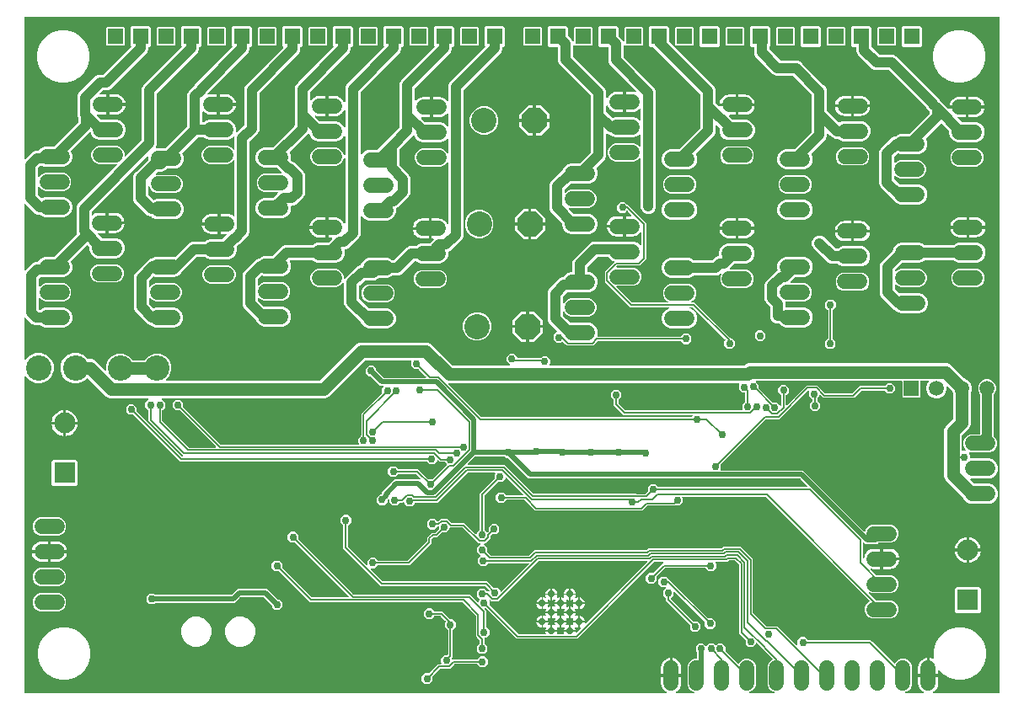
<source format=gbr>
G04 EAGLE Gerber RS-274X export*
G75*
%MOMM*%
%FSLAX34Y34*%
%LPD*%
%INBottom Copper*%
%IPPOS*%
%AMOC8*
5,1,8,0,0,1.08239X$1,22.5*%
G01*
%ADD10R,1.575000X1.575000*%
%ADD11C,1.524000*%
%ADD12C,0.708000*%
%ADD13R,2.100000X2.100000*%
%ADD14C,2.100000*%
%ADD15C,2.540000*%
%ADD16P,2.749271X8X22.500000*%
%ADD17C,2.550000*%
%ADD18R,1.508000X1.508000*%
%ADD19C,1.508000*%
%ADD20C,1.016000*%
%ADD21C,0.756400*%
%ADD22C,1.270000*%
%ADD23C,0.152400*%
%ADD24C,0.508000*%

G36*
X654472Y10172D02*
X654472Y10172D01*
X654539Y10173D01*
X654592Y10191D01*
X654647Y10200D01*
X654707Y10232D01*
X654771Y10255D01*
X654815Y10289D01*
X654865Y10316D01*
X654912Y10365D01*
X654965Y10407D01*
X654996Y10453D01*
X655034Y10494D01*
X655063Y10555D01*
X655100Y10612D01*
X655114Y10666D01*
X655138Y10717D01*
X655145Y10784D01*
X655163Y10850D01*
X655159Y10906D01*
X655165Y10961D01*
X655151Y11028D01*
X655146Y11095D01*
X655125Y11147D01*
X655113Y11202D01*
X655078Y11260D01*
X655052Y11323D01*
X655015Y11365D01*
X654986Y11413D01*
X654935Y11457D01*
X654890Y11508D01*
X654825Y11551D01*
X654800Y11573D01*
X654780Y11581D01*
X654750Y11600D01*
X654575Y11690D01*
X653281Y12630D01*
X652150Y13761D01*
X651210Y15055D01*
X650484Y16480D01*
X649989Y18001D01*
X649739Y19580D01*
X649739Y26477D01*
X659138Y26477D01*
X659158Y26480D01*
X659177Y26478D01*
X659279Y26500D01*
X659381Y26517D01*
X659398Y26526D01*
X659418Y26530D01*
X659507Y26583D01*
X659598Y26632D01*
X659612Y26646D01*
X659629Y26656D01*
X659696Y26735D01*
X659767Y26810D01*
X659776Y26828D01*
X659789Y26843D01*
X659827Y26939D01*
X659871Y27033D01*
X659873Y27053D01*
X659881Y27071D01*
X659899Y27238D01*
X659899Y28001D01*
X659901Y28001D01*
X659901Y27238D01*
X659904Y27218D01*
X659902Y27199D01*
X659924Y27097D01*
X659941Y26995D01*
X659950Y26978D01*
X659954Y26958D01*
X660007Y26869D01*
X660056Y26778D01*
X660070Y26764D01*
X660080Y26747D01*
X660159Y26680D01*
X660234Y26609D01*
X660252Y26600D01*
X660267Y26587D01*
X660363Y26548D01*
X660457Y26505D01*
X660477Y26503D01*
X660495Y26495D01*
X660662Y26477D01*
X670061Y26477D01*
X670061Y19580D01*
X669811Y18001D01*
X669316Y16480D01*
X668590Y15055D01*
X667650Y13761D01*
X666519Y12630D01*
X665225Y11690D01*
X665050Y11600D01*
X664995Y11560D01*
X664935Y11528D01*
X664897Y11488D01*
X664852Y11455D01*
X664813Y11399D01*
X664766Y11350D01*
X664742Y11299D01*
X664710Y11254D01*
X664691Y11188D01*
X664662Y11127D01*
X664656Y11071D01*
X664640Y11018D01*
X664643Y10950D01*
X664635Y10883D01*
X664647Y10828D01*
X664649Y10772D01*
X664673Y10708D01*
X664687Y10642D01*
X664716Y10594D01*
X664736Y10542D01*
X664779Y10489D01*
X664814Y10431D01*
X664856Y10395D01*
X664891Y10351D01*
X664949Y10315D01*
X665000Y10271D01*
X665052Y10250D01*
X665100Y10220D01*
X665166Y10205D01*
X665229Y10179D01*
X665307Y10171D01*
X665339Y10163D01*
X665360Y10165D01*
X665395Y10161D01*
X682248Y10161D01*
X682344Y10176D01*
X682441Y10186D01*
X682465Y10196D01*
X682491Y10200D01*
X682577Y10246D01*
X682666Y10286D01*
X682685Y10303D01*
X682708Y10316D01*
X682775Y10386D01*
X682847Y10452D01*
X682860Y10475D01*
X682878Y10494D01*
X682919Y10582D01*
X682966Y10668D01*
X682970Y10693D01*
X682981Y10717D01*
X682992Y10814D01*
X683009Y10910D01*
X683005Y10936D01*
X683008Y10961D01*
X682988Y11057D01*
X682974Y11153D01*
X682962Y11176D01*
X682956Y11202D01*
X682906Y11285D01*
X682862Y11372D01*
X682843Y11391D01*
X682830Y11413D01*
X682756Y11476D01*
X682686Y11544D01*
X682658Y11560D01*
X682643Y11573D01*
X682612Y11585D01*
X682539Y11625D01*
X680120Y12627D01*
X677547Y15200D01*
X676155Y18561D01*
X676155Y37439D01*
X677547Y40800D01*
X680120Y43373D01*
X683481Y44765D01*
X685181Y44765D01*
X685200Y44768D01*
X685220Y44766D01*
X685321Y44788D01*
X685423Y44804D01*
X685441Y44814D01*
X685460Y44818D01*
X685549Y44871D01*
X685641Y44920D01*
X685654Y44934D01*
X685672Y44944D01*
X685739Y45023D01*
X685810Y45098D01*
X685819Y45116D01*
X685831Y45131D01*
X685870Y45227D01*
X685914Y45321D01*
X685916Y45341D01*
X685923Y45359D01*
X685942Y45526D01*
X685942Y50887D01*
X685927Y50977D01*
X685920Y51068D01*
X685907Y51097D01*
X685902Y51129D01*
X685859Y51210D01*
X685824Y51294D01*
X685798Y51326D01*
X685787Y51347D01*
X685764Y51369D01*
X685719Y51425D01*
X684700Y52444D01*
X684700Y56840D01*
X687808Y59949D01*
X692205Y59949D01*
X694365Y57788D01*
X694381Y57777D01*
X694394Y57761D01*
X694481Y57705D01*
X694565Y57645D01*
X694584Y57639D01*
X694601Y57628D01*
X694701Y57603D01*
X694800Y57573D01*
X694820Y57573D01*
X694839Y57568D01*
X694942Y57576D01*
X695046Y57579D01*
X695065Y57586D01*
X695084Y57587D01*
X695179Y57628D01*
X695277Y57663D01*
X695292Y57676D01*
X695311Y57684D01*
X695442Y57788D01*
X697802Y60149D01*
X702198Y60149D01*
X704106Y58241D01*
X704122Y58230D01*
X704134Y58214D01*
X704222Y58158D01*
X704305Y58098D01*
X704324Y58092D01*
X704341Y58081D01*
X704442Y58056D01*
X704541Y58025D01*
X704560Y58026D01*
X704580Y58021D01*
X704683Y58029D01*
X704786Y58032D01*
X704805Y58038D01*
X704825Y58040D01*
X704920Y58080D01*
X705017Y58116D01*
X705033Y58129D01*
X705051Y58136D01*
X705182Y58241D01*
X706890Y59949D01*
X711286Y59949D01*
X714395Y56840D01*
X714395Y52885D01*
X714409Y52794D01*
X714417Y52704D01*
X714429Y52674D01*
X714434Y52642D01*
X714477Y52561D01*
X714513Y52477D01*
X714539Y52445D01*
X714550Y52424D01*
X714573Y52402D01*
X714618Y52346D01*
X726902Y40062D01*
X726940Y40035D01*
X726971Y40001D01*
X727016Y39976D01*
X727035Y39960D01*
X727055Y39952D01*
X727102Y39918D01*
X727146Y39905D01*
X727186Y39882D01*
X727260Y39869D01*
X727263Y39868D01*
X727266Y39868D01*
X727337Y39846D01*
X727383Y39847D01*
X727428Y39839D01*
X727505Y39850D01*
X727583Y39852D01*
X727626Y39868D01*
X727672Y39875D01*
X727741Y39910D01*
X727814Y39937D01*
X727850Y39965D01*
X727891Y39986D01*
X727945Y40042D01*
X728006Y40090D01*
X728031Y40129D01*
X728063Y40162D01*
X728129Y40281D01*
X728139Y40297D01*
X728140Y40302D01*
X728144Y40309D01*
X728347Y40800D01*
X730920Y43373D01*
X734281Y44765D01*
X737919Y44765D01*
X741280Y43373D01*
X743853Y40800D01*
X745245Y37439D01*
X745245Y18561D01*
X743853Y15200D01*
X741280Y12627D01*
X738861Y11625D01*
X738778Y11574D01*
X738692Y11528D01*
X738674Y11510D01*
X738651Y11496D01*
X738589Y11420D01*
X738522Y11350D01*
X738511Y11326D01*
X738495Y11306D01*
X738460Y11215D01*
X738419Y11127D01*
X738416Y11101D01*
X738406Y11077D01*
X738402Y10979D01*
X738392Y10883D01*
X738397Y10857D01*
X738396Y10831D01*
X738423Y10737D01*
X738444Y10642D01*
X738457Y10620D01*
X738465Y10595D01*
X738520Y10515D01*
X738570Y10431D01*
X738590Y10414D01*
X738605Y10393D01*
X738683Y10334D01*
X738757Y10271D01*
X738781Y10261D01*
X738802Y10246D01*
X738895Y10216D01*
X738985Y10179D01*
X739018Y10176D01*
X739036Y10170D01*
X739069Y10170D01*
X739152Y10161D01*
X762748Y10161D01*
X762844Y10176D01*
X762941Y10186D01*
X762965Y10196D01*
X762991Y10200D01*
X763077Y10246D01*
X763166Y10286D01*
X763185Y10303D01*
X763208Y10316D01*
X763275Y10386D01*
X763347Y10452D01*
X763360Y10475D01*
X763378Y10494D01*
X763419Y10582D01*
X763466Y10668D01*
X763470Y10693D01*
X763481Y10717D01*
X763492Y10814D01*
X763509Y10910D01*
X763505Y10936D01*
X763508Y10961D01*
X763488Y11057D01*
X763474Y11153D01*
X763462Y11176D01*
X763456Y11202D01*
X763406Y11285D01*
X763362Y11372D01*
X763343Y11391D01*
X763330Y11413D01*
X763256Y11476D01*
X763186Y11544D01*
X763158Y11560D01*
X763143Y11573D01*
X763112Y11585D01*
X763039Y11625D01*
X760620Y12627D01*
X758047Y15200D01*
X756655Y18561D01*
X756655Y37439D01*
X758047Y40800D01*
X760620Y43373D01*
X761458Y43720D01*
X761497Y43744D01*
X761540Y43760D01*
X761587Y43797D01*
X761612Y43811D01*
X761624Y43822D01*
X761667Y43849D01*
X761696Y43885D01*
X761732Y43913D01*
X761774Y43979D01*
X761824Y44039D01*
X761840Y44082D01*
X761865Y44120D01*
X761884Y44196D01*
X761912Y44268D01*
X761914Y44314D01*
X761925Y44359D01*
X761919Y44436D01*
X761922Y44514D01*
X761910Y44558D01*
X761906Y44604D01*
X761876Y44675D01*
X761854Y44750D01*
X761828Y44788D01*
X761810Y44830D01*
X761724Y44937D01*
X761714Y44952D01*
X761710Y44955D01*
X761705Y44961D01*
X752364Y54302D01*
X752359Y54364D01*
X752347Y54394D01*
X752342Y54426D01*
X752299Y54506D01*
X752263Y54590D01*
X752237Y54622D01*
X752226Y54643D01*
X752203Y54665D01*
X752158Y54721D01*
X746476Y60403D01*
X746418Y60445D01*
X746366Y60495D01*
X746319Y60516D01*
X746277Y60547D01*
X746208Y60568D01*
X746143Y60598D01*
X746091Y60604D01*
X746041Y60619D01*
X745970Y60617D01*
X745899Y60625D01*
X745848Y60614D01*
X745796Y60613D01*
X745728Y60588D01*
X745658Y60573D01*
X745613Y60546D01*
X745565Y60528D01*
X745509Y60484D01*
X745447Y60447D01*
X745413Y60407D01*
X745373Y60375D01*
X745334Y60314D01*
X745287Y60260D01*
X745268Y60212D01*
X745240Y60168D01*
X745222Y60098D01*
X745195Y60032D01*
X745187Y59960D01*
X745179Y59929D01*
X745181Y59906D01*
X745177Y59865D01*
X745177Y59464D01*
X742068Y56355D01*
X737672Y56355D01*
X734563Y59464D01*
X734563Y63419D01*
X734549Y63510D01*
X734541Y63600D01*
X734529Y63630D01*
X734524Y63662D01*
X734481Y63743D01*
X734445Y63827D01*
X734419Y63859D01*
X734408Y63880D01*
X734385Y63902D01*
X734340Y63958D01*
X728265Y70033D01*
X728265Y139035D01*
X728251Y139126D01*
X728243Y139216D01*
X728231Y139246D01*
X728226Y139278D01*
X728183Y139359D01*
X728147Y139443D01*
X728121Y139475D01*
X728110Y139496D01*
X728087Y139518D01*
X728042Y139574D01*
X724174Y143442D01*
X724100Y143495D01*
X724030Y143555D01*
X724000Y143567D01*
X723974Y143586D01*
X723887Y143613D01*
X723802Y143647D01*
X723761Y143651D01*
X723739Y143658D01*
X723707Y143657D01*
X723635Y143665D01*
X718165Y143665D01*
X718074Y143651D01*
X717984Y143643D01*
X717954Y143631D01*
X717922Y143626D01*
X717841Y143583D01*
X717757Y143547D01*
X717725Y143521D01*
X717704Y143510D01*
X717682Y143487D01*
X717626Y143442D01*
X716221Y142037D01*
X705359Y142037D01*
X705288Y142026D01*
X705217Y142024D01*
X705168Y142006D01*
X705116Y141998D01*
X705053Y141964D01*
X704986Y141939D01*
X704945Y141907D01*
X704899Y141882D01*
X704850Y141830D01*
X704794Y141786D01*
X704766Y141742D01*
X704730Y141704D01*
X704699Y141639D01*
X704661Y141579D01*
X704648Y141528D01*
X704626Y141481D01*
X704618Y141410D01*
X704601Y141340D01*
X704605Y141288D01*
X704599Y141237D01*
X704614Y141166D01*
X704620Y141095D01*
X704640Y141047D01*
X704651Y140996D01*
X704688Y140935D01*
X704716Y140869D01*
X704761Y140813D01*
X704777Y140785D01*
X704795Y140770D01*
X704821Y140738D01*
X705105Y140454D01*
X705105Y136058D01*
X701996Y132949D01*
X697600Y132949D01*
X694803Y135746D01*
X694729Y135799D01*
X694659Y135859D01*
X694629Y135871D01*
X694603Y135890D01*
X694516Y135917D01*
X694431Y135951D01*
X694390Y135955D01*
X694368Y135962D01*
X694336Y135961D01*
X694264Y135969D01*
X653819Y135969D01*
X653728Y135955D01*
X653638Y135947D01*
X653608Y135935D01*
X653576Y135930D01*
X653495Y135887D01*
X653411Y135851D01*
X653379Y135825D01*
X653358Y135814D01*
X653336Y135791D01*
X653280Y135746D01*
X645330Y127796D01*
X645277Y127722D01*
X645217Y127652D01*
X645205Y127622D01*
X645186Y127596D01*
X645159Y127509D01*
X645125Y127424D01*
X645121Y127383D01*
X645114Y127361D01*
X645115Y127329D01*
X645107Y127257D01*
X645107Y123302D01*
X641998Y120193D01*
X637602Y120193D01*
X634493Y123302D01*
X634493Y127698D01*
X637602Y130807D01*
X641557Y130807D01*
X641648Y130821D01*
X641738Y130829D01*
X641768Y130841D01*
X641800Y130846D01*
X641881Y130889D01*
X641965Y130925D01*
X641997Y130951D01*
X642018Y130962D01*
X642040Y130985D01*
X642096Y131030D01*
X651804Y140738D01*
X651846Y140796D01*
X651895Y140848D01*
X651917Y140895D01*
X651947Y140937D01*
X651968Y141006D01*
X651999Y141071D01*
X652004Y141123D01*
X652020Y141173D01*
X652018Y141244D01*
X652026Y141315D01*
X652015Y141366D01*
X652013Y141418D01*
X651989Y141486D01*
X651974Y141556D01*
X651947Y141601D01*
X651929Y141649D01*
X651884Y141705D01*
X651847Y141767D01*
X651808Y141801D01*
X651775Y141841D01*
X651715Y141880D01*
X651660Y141927D01*
X651612Y141946D01*
X651568Y141974D01*
X651499Y141992D01*
X651432Y142019D01*
X651361Y142027D01*
X651330Y142035D01*
X651306Y142033D01*
X651266Y142037D01*
X643016Y142037D01*
X642925Y142023D01*
X642835Y142015D01*
X642805Y142003D01*
X642773Y141998D01*
X642692Y141955D01*
X642608Y141919D01*
X642576Y141893D01*
X642555Y141882D01*
X642533Y141859D01*
X642477Y141814D01*
X565500Y64837D01*
X504841Y64837D01*
X474296Y95382D01*
X474222Y95435D01*
X474152Y95495D01*
X474122Y95507D01*
X474096Y95526D01*
X474009Y95553D01*
X473924Y95587D01*
X473883Y95591D01*
X473861Y95598D01*
X473829Y95597D01*
X473757Y95605D01*
X473466Y95605D01*
X473396Y95594D01*
X473324Y95592D01*
X473275Y95574D01*
X473224Y95566D01*
X473160Y95532D01*
X473093Y95507D01*
X473052Y95475D01*
X473006Y95450D01*
X472957Y95398D01*
X472901Y95354D01*
X472873Y95310D01*
X472837Y95272D01*
X472807Y95207D01*
X472768Y95147D01*
X472755Y95096D01*
X472733Y95049D01*
X472725Y94978D01*
X472708Y94908D01*
X472712Y94856D01*
X472706Y94805D01*
X472721Y94734D01*
X472727Y94663D01*
X472747Y94615D01*
X472758Y94564D01*
X472795Y94503D01*
X472823Y94437D01*
X472868Y94381D01*
X472885Y94353D01*
X472902Y94338D01*
X472928Y94306D01*
X474287Y92947D01*
X474287Y76533D01*
X474301Y76443D01*
X474309Y76352D01*
X474321Y76323D01*
X474326Y76291D01*
X474369Y76210D01*
X474405Y76126D01*
X474431Y76094D01*
X474442Y76073D01*
X474465Y76051D01*
X474510Y75995D01*
X477307Y73198D01*
X477307Y68802D01*
X474198Y65693D01*
X473048Y65693D01*
X473028Y65690D01*
X473009Y65692D01*
X472907Y65670D01*
X472805Y65654D01*
X472788Y65644D01*
X472768Y65640D01*
X472679Y65587D01*
X472588Y65538D01*
X472574Y65524D01*
X472557Y65514D01*
X472490Y65435D01*
X472418Y65360D01*
X472410Y65342D01*
X472397Y65327D01*
X472358Y65231D01*
X472315Y65137D01*
X472313Y65117D01*
X472305Y65099D01*
X472287Y64932D01*
X472287Y60533D01*
X472301Y60443D01*
X472309Y60352D01*
X472321Y60323D01*
X472326Y60291D01*
X472369Y60210D01*
X472405Y60126D01*
X472431Y60094D01*
X472442Y60073D01*
X472465Y60051D01*
X472510Y59995D01*
X475307Y57198D01*
X475307Y52802D01*
X472198Y49693D01*
X467802Y49693D01*
X464693Y52802D01*
X464693Y57198D01*
X467490Y59995D01*
X467543Y60069D01*
X467603Y60139D01*
X467615Y60169D01*
X467634Y60195D01*
X467661Y60282D01*
X467695Y60367D01*
X467699Y60408D01*
X467706Y60430D01*
X467705Y60462D01*
X467713Y60533D01*
X467713Y63156D01*
X467699Y63246D01*
X467691Y63337D01*
X467679Y63367D01*
X467674Y63399D01*
X467631Y63479D01*
X467595Y63563D01*
X467569Y63595D01*
X467558Y63616D01*
X467535Y63638D01*
X467490Y63694D01*
X465208Y65977D01*
X463645Y67539D01*
X463645Y87757D01*
X463631Y87848D01*
X463623Y87938D01*
X463611Y87968D01*
X463606Y88000D01*
X463563Y88081D01*
X463527Y88165D01*
X463501Y88197D01*
X463490Y88218D01*
X463467Y88240D01*
X463422Y88296D01*
X450276Y101442D01*
X450202Y101495D01*
X450132Y101555D01*
X450102Y101567D01*
X450076Y101586D01*
X449989Y101613D01*
X449904Y101647D01*
X449863Y101651D01*
X449841Y101658D01*
X449809Y101657D01*
X449738Y101665D01*
X297101Y101665D01*
X266296Y132470D01*
X266222Y132523D01*
X266152Y132583D01*
X266122Y132595D01*
X266096Y132614D01*
X266009Y132641D01*
X265924Y132675D01*
X265883Y132679D01*
X265861Y132686D01*
X265829Y132685D01*
X265757Y132693D01*
X261802Y132693D01*
X258693Y135802D01*
X258693Y140198D01*
X261802Y143307D01*
X266198Y143307D01*
X269307Y140198D01*
X269307Y136243D01*
X269321Y136152D01*
X269329Y136062D01*
X269341Y136032D01*
X269346Y136000D01*
X269389Y135919D01*
X269425Y135835D01*
X269451Y135803D01*
X269462Y135782D01*
X269485Y135760D01*
X269530Y135704D01*
X298772Y106462D01*
X298846Y106409D01*
X298916Y106349D01*
X298946Y106337D01*
X298972Y106318D01*
X299059Y106291D01*
X299144Y106257D01*
X299185Y106253D01*
X299207Y106246D01*
X299239Y106247D01*
X299311Y106239D01*
X335690Y106239D01*
X335760Y106250D01*
X335832Y106252D01*
X335881Y106270D01*
X335932Y106278D01*
X335996Y106312D01*
X336063Y106337D01*
X336104Y106369D01*
X336150Y106394D01*
X336199Y106446D01*
X336255Y106490D01*
X336283Y106534D01*
X336319Y106572D01*
X336349Y106637D01*
X336388Y106697D01*
X336401Y106748D01*
X336423Y106795D01*
X336431Y106866D01*
X336448Y106936D01*
X336444Y106988D01*
X336450Y107039D01*
X336435Y107110D01*
X336429Y107181D01*
X336409Y107229D01*
X336398Y107280D01*
X336361Y107341D01*
X336333Y107407D01*
X336288Y107463D01*
X336271Y107491D01*
X336254Y107506D01*
X336228Y107538D01*
X282296Y161470D01*
X282222Y161523D01*
X282152Y161583D01*
X282122Y161595D01*
X282096Y161614D01*
X282009Y161641D01*
X281924Y161675D01*
X281883Y161679D01*
X281861Y161686D01*
X281829Y161685D01*
X281757Y161693D01*
X277802Y161693D01*
X274693Y164802D01*
X274693Y169198D01*
X277802Y172307D01*
X282198Y172307D01*
X285307Y169198D01*
X285307Y165243D01*
X285321Y165152D01*
X285329Y165062D01*
X285341Y165032D01*
X285346Y165000D01*
X285389Y164919D01*
X285425Y164835D01*
X285451Y164803D01*
X285462Y164782D01*
X285485Y164760D01*
X285530Y164704D01*
X340724Y109510D01*
X340798Y109457D01*
X340868Y109397D01*
X340898Y109385D01*
X340924Y109366D01*
X341011Y109339D01*
X341096Y109305D01*
X341137Y109301D01*
X341159Y109294D01*
X341191Y109295D01*
X341263Y109287D01*
X457947Y109287D01*
X459510Y107724D01*
X465394Y101840D01*
X465452Y101798D01*
X465504Y101749D01*
X465551Y101727D01*
X465593Y101697D01*
X465662Y101676D01*
X465727Y101645D01*
X465779Y101640D01*
X465829Y101624D01*
X465900Y101626D01*
X465971Y101618D01*
X466022Y101629D01*
X466074Y101631D01*
X466142Y101655D01*
X466212Y101670D01*
X466256Y101697D01*
X466305Y101715D01*
X466361Y101760D01*
X466423Y101797D01*
X466457Y101836D01*
X466497Y101869D01*
X466536Y101929D01*
X466583Y101984D01*
X466602Y102032D01*
X466630Y102076D01*
X466648Y102145D01*
X466675Y102212D01*
X466683Y102283D01*
X466691Y102314D01*
X466689Y102338D01*
X466693Y102378D01*
X466693Y103110D01*
X467501Y103918D01*
X467512Y103934D01*
X467528Y103946D01*
X467584Y104034D01*
X467644Y104117D01*
X467650Y104136D01*
X467661Y104153D01*
X467686Y104254D01*
X467717Y104353D01*
X467716Y104372D01*
X467721Y104392D01*
X467713Y104495D01*
X467710Y104598D01*
X467704Y104617D01*
X467702Y104637D01*
X467662Y104732D01*
X467626Y104829D01*
X467613Y104845D01*
X467606Y104863D01*
X467501Y104994D01*
X464693Y107802D01*
X464693Y112198D01*
X467802Y115307D01*
X472198Y115307D01*
X474995Y112510D01*
X475069Y112457D01*
X475139Y112397D01*
X475169Y112385D01*
X475195Y112366D01*
X475282Y112339D01*
X475367Y112305D01*
X475408Y112301D01*
X475430Y112294D01*
X475462Y112295D01*
X475533Y112287D01*
X476642Y112287D01*
X476712Y112298D01*
X476784Y112300D01*
X476833Y112318D01*
X476884Y112326D01*
X476948Y112360D01*
X477015Y112385D01*
X477056Y112417D01*
X477102Y112442D01*
X477151Y112494D01*
X477207Y112538D01*
X477235Y112582D01*
X477271Y112620D01*
X477301Y112685D01*
X477340Y112745D01*
X477353Y112796D01*
X477375Y112843D01*
X477383Y112914D01*
X477400Y112984D01*
X477396Y113036D01*
X477402Y113087D01*
X477387Y113158D01*
X477381Y113229D01*
X477361Y113277D01*
X477350Y113328D01*
X477313Y113389D01*
X477285Y113455D01*
X477240Y113511D01*
X477223Y113539D01*
X477206Y113554D01*
X477180Y113586D01*
X473276Y117490D01*
X473202Y117543D01*
X473132Y117603D01*
X473102Y117615D01*
X473076Y117634D01*
X472989Y117661D01*
X472904Y117695D01*
X472863Y117699D01*
X472841Y117706D01*
X472809Y117705D01*
X472737Y117713D01*
X368471Y117713D01*
X330645Y155539D01*
X330645Y178535D01*
X330631Y178625D01*
X330623Y178716D01*
X330611Y178745D01*
X330606Y178777D01*
X330563Y178858D01*
X330527Y178942D01*
X330501Y178974D01*
X330490Y178995D01*
X330467Y179017D01*
X330422Y179073D01*
X327693Y181802D01*
X327693Y186198D01*
X330802Y189307D01*
X335198Y189307D01*
X338307Y186198D01*
X338307Y181802D01*
X335442Y178937D01*
X335395Y178872D01*
X335350Y178825D01*
X335344Y178810D01*
X335329Y178793D01*
X335317Y178763D01*
X335298Y178737D01*
X335276Y178664D01*
X335247Y178602D01*
X335245Y178584D01*
X335237Y178565D01*
X335233Y178524D01*
X335226Y178502D01*
X335227Y178470D01*
X335219Y178399D01*
X335219Y157749D01*
X335233Y157659D01*
X335241Y157568D01*
X335253Y157538D01*
X335258Y157506D01*
X335301Y157426D01*
X335337Y157342D01*
X335363Y157310D01*
X335374Y157289D01*
X335397Y157267D01*
X335442Y157211D01*
X353394Y139259D01*
X353452Y139217D01*
X353504Y139167D01*
X353551Y139145D01*
X353593Y139115D01*
X353662Y139094D01*
X353727Y139064D01*
X353779Y139058D01*
X353829Y139043D01*
X353900Y139045D01*
X353971Y139037D01*
X354022Y139048D01*
X354074Y139049D01*
X354142Y139074D01*
X354212Y139089D01*
X354257Y139116D01*
X354305Y139134D01*
X354361Y139178D01*
X354423Y139215D01*
X354457Y139255D01*
X354497Y139287D01*
X354536Y139348D01*
X354583Y139402D01*
X354602Y139450D01*
X354630Y139494D01*
X354648Y139564D01*
X354675Y139630D01*
X354683Y139702D01*
X354691Y139733D01*
X354689Y139756D01*
X354693Y139797D01*
X354693Y143198D01*
X357802Y146307D01*
X362198Y146307D01*
X364995Y143510D01*
X365069Y143457D01*
X365139Y143397D01*
X365169Y143385D01*
X365195Y143366D01*
X365282Y143339D01*
X365367Y143305D01*
X365408Y143301D01*
X365430Y143294D01*
X365462Y143295D01*
X365533Y143287D01*
X394737Y143287D01*
X394828Y143301D01*
X394918Y143309D01*
X394948Y143321D01*
X394980Y143326D01*
X395061Y143369D01*
X395145Y143405D01*
X395177Y143431D01*
X395198Y143442D01*
X395220Y143465D01*
X395276Y143510D01*
X414422Y162656D01*
X414468Y162719D01*
X414491Y162744D01*
X414495Y162754D01*
X414535Y162800D01*
X414547Y162830D01*
X414566Y162856D01*
X414593Y162943D01*
X414627Y163028D01*
X414631Y163069D01*
X414638Y163091D01*
X414637Y163123D01*
X414645Y163195D01*
X414645Y166461D01*
X419539Y171355D01*
X422805Y171355D01*
X422896Y171369D01*
X422986Y171377D01*
X423016Y171389D01*
X423048Y171394D01*
X423129Y171437D01*
X423213Y171473D01*
X423245Y171499D01*
X423266Y171510D01*
X423288Y171533D01*
X423344Y171578D01*
X426470Y174704D01*
X426523Y174778D01*
X426583Y174848D01*
X426595Y174878D01*
X426614Y174904D01*
X426641Y174991D01*
X426675Y175076D01*
X426679Y175117D01*
X426686Y175139D01*
X426685Y175171D01*
X426693Y175243D01*
X426693Y176807D01*
X426690Y176827D01*
X426692Y176846D01*
X426670Y176948D01*
X426654Y177050D01*
X426644Y177067D01*
X426640Y177087D01*
X426587Y177176D01*
X426538Y177267D01*
X426524Y177281D01*
X426514Y177298D01*
X426435Y177365D01*
X426360Y177436D01*
X426342Y177445D01*
X426327Y177458D01*
X426231Y177497D01*
X426137Y177540D01*
X426117Y177542D01*
X426099Y177550D01*
X425932Y177568D01*
X425397Y177568D01*
X425307Y177553D01*
X425216Y177546D01*
X425187Y177534D01*
X425155Y177528D01*
X425074Y177486D01*
X424990Y177450D01*
X424958Y177424D01*
X424937Y177413D01*
X424915Y177390D01*
X424859Y177345D01*
X422062Y174548D01*
X417666Y174548D01*
X414557Y177657D01*
X414557Y182053D01*
X417666Y185162D01*
X422062Y185162D01*
X424666Y182558D01*
X424682Y182546D01*
X424695Y182531D01*
X424782Y182475D01*
X424866Y182414D01*
X424885Y182408D01*
X424901Y182398D01*
X425002Y182372D01*
X425101Y182342D01*
X425121Y182342D01*
X425140Y182338D01*
X425243Y182346D01*
X425347Y182348D01*
X425365Y182355D01*
X425385Y182357D01*
X425480Y182397D01*
X425578Y182433D01*
X425593Y182445D01*
X425612Y182453D01*
X425742Y182558D01*
X428539Y185355D01*
X435461Y185355D01*
X439306Y181510D01*
X439380Y181457D01*
X439449Y181397D01*
X439479Y181385D01*
X439505Y181366D01*
X439592Y181339D01*
X439677Y181305D01*
X439718Y181301D01*
X439741Y181294D01*
X439773Y181295D01*
X439844Y181287D01*
X452366Y181287D01*
X453928Y179724D01*
X463394Y170259D01*
X463452Y170217D01*
X463504Y170167D01*
X463551Y170146D01*
X463593Y170115D01*
X463662Y170094D01*
X463727Y170064D01*
X463779Y170058D01*
X463829Y170043D01*
X463900Y170045D01*
X463971Y170037D01*
X464022Y170048D01*
X464074Y170049D01*
X464142Y170074D01*
X464212Y170089D01*
X464257Y170116D01*
X464305Y170134D01*
X464361Y170178D01*
X464423Y170215D01*
X464457Y170255D01*
X464497Y170287D01*
X464536Y170348D01*
X464583Y170402D01*
X464602Y170450D01*
X464630Y170494D01*
X464648Y170564D01*
X464675Y170630D01*
X464683Y170702D01*
X464691Y170733D01*
X464689Y170756D01*
X464693Y170797D01*
X464693Y171198D01*
X467490Y173995D01*
X467543Y174069D01*
X467603Y174139D01*
X467615Y174169D01*
X467634Y174195D01*
X467661Y174282D01*
X467695Y174367D01*
X467699Y174408D01*
X467706Y174430D01*
X467705Y174462D01*
X467713Y174533D01*
X467713Y210947D01*
X482470Y225704D01*
X482523Y225778D01*
X482583Y225848D01*
X482595Y225878D01*
X482614Y225904D01*
X482641Y225991D01*
X482675Y226076D01*
X482679Y226117D01*
X482686Y226139D01*
X482685Y226171D01*
X482693Y226243D01*
X482693Y230198D01*
X482977Y230482D01*
X483019Y230540D01*
X483068Y230592D01*
X483090Y230639D01*
X483120Y230681D01*
X483142Y230750D01*
X483172Y230815D01*
X483177Y230867D01*
X483193Y230917D01*
X483191Y230988D01*
X483199Y231059D01*
X483188Y231110D01*
X483186Y231162D01*
X483162Y231230D01*
X483147Y231300D01*
X483120Y231345D01*
X483102Y231393D01*
X483057Y231449D01*
X483020Y231511D01*
X482981Y231545D01*
X482948Y231585D01*
X482888Y231624D01*
X482833Y231671D01*
X482785Y231690D01*
X482741Y231718D01*
X482672Y231736D01*
X482605Y231763D01*
X482534Y231771D01*
X482503Y231779D01*
X482480Y231777D01*
X482439Y231781D01*
X455734Y231781D01*
X455644Y231767D01*
X455553Y231759D01*
X455523Y231747D01*
X455491Y231742D01*
X455411Y231699D01*
X455327Y231663D01*
X455295Y231637D01*
X455274Y231626D01*
X455252Y231603D01*
X455196Y231558D01*
X425371Y201733D01*
X403140Y201733D01*
X403120Y201730D01*
X403101Y201732D01*
X402999Y201710D01*
X402897Y201694D01*
X402880Y201684D01*
X402860Y201680D01*
X402771Y201627D01*
X402680Y201578D01*
X402666Y201564D01*
X402649Y201554D01*
X402582Y201475D01*
X402511Y201400D01*
X402502Y201382D01*
X402489Y201367D01*
X402451Y201271D01*
X402407Y201177D01*
X402405Y201157D01*
X402397Y201139D01*
X402379Y200972D01*
X402379Y200874D01*
X399270Y197765D01*
X394874Y197765D01*
X391765Y200874D01*
X391765Y201275D01*
X391754Y201346D01*
X391752Y201418D01*
X391734Y201467D01*
X391726Y201518D01*
X391692Y201581D01*
X391668Y201649D01*
X391635Y201689D01*
X391611Y201735D01*
X391559Y201785D01*
X391514Y201841D01*
X391470Y201869D01*
X391432Y201905D01*
X391367Y201935D01*
X391307Y201974D01*
X391256Y201986D01*
X391209Y202008D01*
X391138Y202016D01*
X391068Y202034D01*
X391016Y202030D01*
X390965Y202035D01*
X390895Y202020D01*
X390823Y202015D01*
X390775Y201994D01*
X390724Y201983D01*
X390663Y201946D01*
X390597Y201918D01*
X390541Y201874D01*
X390513Y201857D01*
X390498Y201839D01*
X390466Y201813D01*
X390366Y201713D01*
X387533Y201713D01*
X387443Y201699D01*
X387352Y201691D01*
X387323Y201679D01*
X387291Y201674D01*
X387210Y201631D01*
X387126Y201595D01*
X387094Y201569D01*
X387073Y201558D01*
X387051Y201535D01*
X386995Y201490D01*
X384198Y198693D01*
X379802Y198693D01*
X376693Y201802D01*
X376693Y204107D01*
X376682Y204178D01*
X376680Y204250D01*
X376662Y204299D01*
X376654Y204350D01*
X376620Y204413D01*
X376595Y204481D01*
X376563Y204521D01*
X376538Y204567D01*
X376487Y204617D01*
X376442Y204673D01*
X376398Y204701D01*
X376360Y204737D01*
X376295Y204767D01*
X376235Y204806D01*
X376184Y204818D01*
X376137Y204840D01*
X376066Y204848D01*
X375996Y204866D01*
X375944Y204862D01*
X375893Y204867D01*
X375822Y204852D01*
X375751Y204846D01*
X375703Y204826D01*
X375652Y204815D01*
X375591Y204778D01*
X375525Y204750D01*
X375469Y204705D01*
X375441Y204689D01*
X375426Y204671D01*
X375394Y204645D01*
X375153Y204405D01*
X375100Y204331D01*
X375041Y204262D01*
X375029Y204231D01*
X375010Y204205D01*
X374983Y204118D01*
X374949Y204033D01*
X374944Y203992D01*
X374937Y203970D01*
X374938Y203938D01*
X374930Y203867D01*
X374930Y202426D01*
X371822Y199317D01*
X367426Y199317D01*
X364317Y202426D01*
X364317Y206822D01*
X367426Y209930D01*
X368328Y209930D01*
X368348Y209934D01*
X368367Y209931D01*
X368469Y209953D01*
X368571Y209970D01*
X368588Y209979D01*
X368608Y209984D01*
X368697Y210037D01*
X368788Y210085D01*
X368802Y210100D01*
X368819Y210110D01*
X368886Y210189D01*
X368958Y210264D01*
X368966Y210282D01*
X368979Y210297D01*
X369018Y210393D01*
X369061Y210487D01*
X369063Y210506D01*
X369071Y210525D01*
X369089Y210692D01*
X369089Y211934D01*
X382187Y225031D01*
X407549Y225031D01*
X407620Y225042D01*
X407692Y225044D01*
X407741Y225062D01*
X407792Y225071D01*
X407855Y225104D01*
X407923Y225129D01*
X407963Y225161D01*
X408009Y225186D01*
X408059Y225238D01*
X408115Y225283D01*
X408143Y225326D01*
X408179Y225364D01*
X408209Y225429D01*
X408248Y225489D01*
X408261Y225540D01*
X408282Y225587D01*
X408290Y225658D01*
X408308Y225728D01*
X408304Y225780D01*
X408310Y225832D01*
X408294Y225902D01*
X408289Y225973D01*
X408268Y226021D01*
X408257Y226072D01*
X408220Y226134D01*
X408192Y226199D01*
X408148Y226255D01*
X408131Y226283D01*
X408113Y226298D01*
X408088Y226330D01*
X404074Y230344D01*
X404000Y230397D01*
X403930Y230457D01*
X403900Y230469D01*
X403874Y230488D01*
X403787Y230515D01*
X403702Y230549D01*
X403661Y230553D01*
X403639Y230560D01*
X403607Y230559D01*
X403535Y230567D01*
X386331Y230567D01*
X386241Y230553D01*
X386150Y230545D01*
X386120Y230533D01*
X386088Y230528D01*
X386007Y230485D01*
X385924Y230449D01*
X385891Y230423D01*
X385871Y230412D01*
X385849Y230389D01*
X385793Y230344D01*
X382996Y227547D01*
X378599Y227547D01*
X375491Y230656D01*
X375491Y235052D01*
X378599Y238161D01*
X382996Y238161D01*
X385793Y235364D01*
X385866Y235311D01*
X385936Y235251D01*
X385966Y235239D01*
X385992Y235220D01*
X386079Y235193D01*
X386164Y235159D01*
X386205Y235155D01*
X386227Y235148D01*
X386260Y235149D01*
X386331Y235141D01*
X405745Y235141D01*
X415616Y225270D01*
X415690Y225217D01*
X415760Y225157D01*
X415790Y225145D01*
X415816Y225126D01*
X415903Y225099D01*
X415988Y225065D01*
X416029Y225061D01*
X416051Y225054D01*
X416083Y225055D01*
X416155Y225047D01*
X419669Y225047D01*
X419760Y225061D01*
X419850Y225069D01*
X419880Y225081D01*
X419912Y225086D01*
X419993Y225129D01*
X420077Y225165D01*
X420109Y225191D01*
X420130Y225202D01*
X420152Y225225D01*
X420208Y225270D01*
X434407Y239469D01*
X434419Y239486D01*
X434435Y239498D01*
X434491Y239585D01*
X434551Y239669D01*
X434557Y239688D01*
X434568Y239705D01*
X434593Y239805D01*
X434623Y239904D01*
X434623Y239924D01*
X434628Y239943D01*
X434620Y240046D01*
X434617Y240150D01*
X434610Y240169D01*
X434609Y240189D01*
X434568Y240283D01*
X434533Y240381D01*
X434520Y240397D01*
X434512Y240415D01*
X434407Y240546D01*
X432436Y242517D01*
X432362Y242570D01*
X432293Y242630D01*
X432263Y242642D01*
X432236Y242661D01*
X432149Y242688D01*
X432065Y242722D01*
X432024Y242726D01*
X432001Y242733D01*
X431969Y242732D01*
X431898Y242740D01*
X427588Y242740D01*
X426097Y244232D01*
X426038Y244273D01*
X425986Y244323D01*
X425939Y244345D01*
X425897Y244375D01*
X425828Y244396D01*
X425763Y244426D01*
X425712Y244432D01*
X425662Y244448D01*
X425590Y244446D01*
X425519Y244454D01*
X425468Y244443D01*
X425416Y244441D01*
X425349Y244417D01*
X425278Y244401D01*
X425234Y244375D01*
X425185Y244357D01*
X425129Y244312D01*
X425067Y244275D01*
X425034Y244236D01*
X424993Y244203D01*
X424954Y244143D01*
X424907Y244088D01*
X424888Y244040D01*
X424860Y243996D01*
X424842Y243927D01*
X424816Y243860D01*
X424808Y243789D01*
X424800Y243758D01*
X424802Y243734D01*
X424797Y243693D01*
X424797Y243292D01*
X421688Y240184D01*
X417292Y240184D01*
X414495Y242981D01*
X414421Y243034D01*
X414352Y243093D01*
X414322Y243105D01*
X414295Y243124D01*
X414208Y243151D01*
X414124Y243185D01*
X414083Y243190D01*
X414060Y243197D01*
X414028Y243196D01*
X413957Y243204D01*
X166462Y243204D01*
X119946Y289720D01*
X119872Y289773D01*
X119802Y289833D01*
X119772Y289845D01*
X119746Y289864D01*
X119659Y289891D01*
X119574Y289925D01*
X119533Y289929D01*
X119511Y289936D01*
X119479Y289935D01*
X119407Y289943D01*
X115452Y289943D01*
X112343Y293052D01*
X112343Y297448D01*
X115452Y300557D01*
X119848Y300557D01*
X122957Y297448D01*
X122957Y293493D01*
X122972Y293402D01*
X122979Y293312D01*
X122991Y293282D01*
X122996Y293250D01*
X123039Y293169D01*
X123075Y293085D01*
X123101Y293053D01*
X123112Y293032D01*
X123135Y293010D01*
X123180Y292954D01*
X168134Y248000D01*
X168208Y247947D01*
X168277Y247887D01*
X168307Y247875D01*
X168334Y247856D01*
X168421Y247830D01*
X168505Y247796D01*
X168546Y247791D01*
X168569Y247784D01*
X168601Y247785D01*
X168672Y247777D01*
X168962Y247777D01*
X169033Y247789D01*
X169104Y247790D01*
X169153Y247808D01*
X169205Y247817D01*
X169268Y247850D01*
X169335Y247875D01*
X169376Y247908D01*
X169422Y247932D01*
X169471Y247984D01*
X169527Y248029D01*
X169555Y248072D01*
X169591Y248110D01*
X169621Y248175D01*
X169660Y248236D01*
X169673Y248286D01*
X169695Y248333D01*
X169703Y248405D01*
X169720Y248474D01*
X169716Y248526D01*
X169722Y248578D01*
X169707Y248648D01*
X169701Y248719D01*
X169681Y248767D01*
X169670Y248818D01*
X169633Y248880D01*
X169605Y248946D01*
X169560Y249002D01*
X169544Y249029D01*
X169526Y249044D01*
X169500Y249077D01*
X136276Y282301D01*
X134713Y283863D01*
X134713Y294367D01*
X134699Y294457D01*
X134691Y294548D01*
X134679Y294577D01*
X134674Y294609D01*
X134631Y294690D01*
X134595Y294774D01*
X134569Y294806D01*
X134558Y294827D01*
X134535Y294849D01*
X134490Y294905D01*
X131693Y297702D01*
X131693Y302098D01*
X134765Y305170D01*
X134807Y305228D01*
X134856Y305280D01*
X134878Y305327D01*
X134908Y305369D01*
X134930Y305438D01*
X134960Y305503D01*
X134965Y305555D01*
X134981Y305605D01*
X134979Y305676D01*
X134987Y305747D01*
X134976Y305798D01*
X134974Y305850D01*
X134950Y305918D01*
X134935Y305988D01*
X134908Y306033D01*
X134890Y306081D01*
X134845Y306137D01*
X134808Y306199D01*
X134769Y306233D01*
X134736Y306273D01*
X134676Y306312D01*
X134621Y306359D01*
X134573Y306378D01*
X134529Y306406D01*
X134460Y306424D01*
X134393Y306451D01*
X134322Y306459D01*
X134291Y306467D01*
X134268Y306465D01*
X134227Y306469D01*
X95768Y306469D01*
X92500Y307823D01*
X89892Y310431D01*
X73762Y326561D01*
X73746Y326573D01*
X73733Y326588D01*
X73646Y326644D01*
X73562Y326705D01*
X73543Y326710D01*
X73526Y326721D01*
X73426Y326747D01*
X73327Y326777D01*
X73307Y326776D01*
X73288Y326781D01*
X73185Y326773D01*
X73081Y326771D01*
X73062Y326764D01*
X73043Y326762D01*
X72948Y326722D01*
X72850Y326686D01*
X72835Y326674D01*
X72816Y326666D01*
X72685Y326561D01*
X70162Y324037D01*
X64542Y321709D01*
X58458Y321709D01*
X52838Y324037D01*
X48537Y328338D01*
X46209Y333958D01*
X46209Y340042D01*
X48537Y345662D01*
X52838Y349963D01*
X58458Y352291D01*
X64542Y352291D01*
X70162Y349963D01*
X74011Y346114D01*
X74085Y346061D01*
X74154Y346001D01*
X74184Y345989D01*
X74210Y345970D01*
X74297Y345943D01*
X74382Y345909D01*
X74423Y345905D01*
X74445Y345898D01*
X74478Y345899D01*
X74549Y345891D01*
X77665Y345891D01*
X80933Y344537D01*
X90926Y334544D01*
X90984Y334502D01*
X91036Y334453D01*
X91083Y334431D01*
X91125Y334400D01*
X91194Y334379D01*
X91259Y334349D01*
X91311Y334343D01*
X91361Y334328D01*
X91432Y334330D01*
X91503Y334322D01*
X91554Y334333D01*
X91606Y334334D01*
X91674Y334359D01*
X91744Y334374D01*
X91789Y334401D01*
X91837Y334419D01*
X91893Y334464D01*
X91955Y334501D01*
X91989Y334540D01*
X92029Y334573D01*
X92068Y334633D01*
X92115Y334687D01*
X92134Y334736D01*
X92162Y334780D01*
X92180Y334849D01*
X92207Y334916D01*
X92215Y334987D01*
X92223Y335018D01*
X92221Y335041D01*
X92225Y335082D01*
X92225Y339839D01*
X94398Y345086D01*
X98414Y349102D01*
X103661Y351275D01*
X109339Y351275D01*
X114586Y349102D01*
X118590Y345098D01*
X118664Y345045D01*
X118733Y344985D01*
X118763Y344973D01*
X118790Y344954D01*
X118877Y344927D01*
X118961Y344893D01*
X119002Y344889D01*
X119025Y344882D01*
X119057Y344883D01*
X119128Y344875D01*
X130872Y344875D01*
X130962Y344889D01*
X131053Y344897D01*
X131083Y344909D01*
X131115Y344914D01*
X131195Y344957D01*
X131279Y344993D01*
X131311Y345019D01*
X131332Y345030D01*
X131354Y345053D01*
X131410Y345098D01*
X135414Y349102D01*
X140661Y351275D01*
X146339Y351275D01*
X151586Y349102D01*
X155602Y345086D01*
X157775Y339839D01*
X157775Y334161D01*
X155602Y328914D01*
X152378Y325690D01*
X152336Y325632D01*
X152287Y325580D01*
X152265Y325533D01*
X152234Y325491D01*
X152213Y325422D01*
X152183Y325357D01*
X152177Y325305D01*
X152162Y325255D01*
X152164Y325184D01*
X152156Y325113D01*
X152167Y325062D01*
X152168Y325010D01*
X152193Y324942D01*
X152208Y324872D01*
X152235Y324827D01*
X152253Y324779D01*
X152298Y324723D01*
X152334Y324661D01*
X152374Y324627D01*
X152406Y324587D01*
X152467Y324548D01*
X152521Y324501D01*
X152570Y324482D01*
X152613Y324454D01*
X152683Y324436D01*
X152749Y324409D01*
X152821Y324401D01*
X152852Y324393D01*
X152875Y324395D01*
X152916Y324391D01*
X306602Y324391D01*
X306692Y324405D01*
X306783Y324413D01*
X306813Y324425D01*
X306845Y324430D01*
X306925Y324473D01*
X307009Y324509D01*
X307041Y324535D01*
X307062Y324546D01*
X307084Y324569D01*
X307140Y324614D01*
X343818Y361291D01*
X347086Y362645D01*
X415314Y362645D01*
X418582Y361291D01*
X440160Y339714D01*
X440234Y339661D01*
X440303Y339601D01*
X440333Y339589D01*
X440359Y339570D01*
X440446Y339543D01*
X440531Y339509D01*
X440572Y339505D01*
X440595Y339498D01*
X440627Y339499D01*
X440698Y339491D01*
X497235Y339491D01*
X497305Y339502D01*
X497377Y339504D01*
X497426Y339522D01*
X497477Y339530D01*
X497541Y339564D01*
X497608Y339589D01*
X497649Y339621D01*
X497695Y339646D01*
X497744Y339698D01*
X497800Y339742D01*
X497828Y339786D01*
X497864Y339824D01*
X497894Y339889D01*
X497933Y339949D01*
X497946Y340000D01*
X497968Y340047D01*
X497976Y340118D01*
X497993Y340188D01*
X497989Y340240D01*
X497995Y340291D01*
X497980Y340362D01*
X497974Y340433D01*
X497954Y340481D01*
X497943Y340532D01*
X497906Y340593D01*
X497878Y340659D01*
X497833Y340715D01*
X497816Y340743D01*
X497799Y340758D01*
X497773Y340790D01*
X494693Y343870D01*
X494693Y348266D01*
X497802Y351375D01*
X502198Y351375D01*
X505307Y348266D01*
X505307Y347946D01*
X505310Y347926D01*
X505308Y347907D01*
X505330Y347805D01*
X505346Y347703D01*
X505356Y347686D01*
X505360Y347666D01*
X505413Y347577D01*
X505462Y347486D01*
X505476Y347472D01*
X505486Y347455D01*
X505565Y347388D01*
X505640Y347316D01*
X505658Y347308D01*
X505673Y347295D01*
X505769Y347256D01*
X505863Y347213D01*
X505883Y347211D01*
X505901Y347203D01*
X506068Y347185D01*
X528965Y347185D01*
X529055Y347199D01*
X529146Y347207D01*
X529175Y347219D01*
X529207Y347224D01*
X529288Y347267D01*
X529372Y347303D01*
X529404Y347329D01*
X529425Y347340D01*
X529447Y347363D01*
X529503Y347408D01*
X530762Y348667D01*
X535159Y348667D01*
X538267Y345559D01*
X538267Y341162D01*
X537895Y340790D01*
X537853Y340732D01*
X537804Y340680D01*
X537782Y340633D01*
X537752Y340591D01*
X537730Y340522D01*
X537700Y340457D01*
X537695Y340405D01*
X537679Y340355D01*
X537681Y340284D01*
X537673Y340213D01*
X537684Y340162D01*
X537686Y340110D01*
X537710Y340042D01*
X537725Y339972D01*
X537752Y339927D01*
X537770Y339879D01*
X537815Y339823D01*
X537852Y339761D01*
X537891Y339727D01*
X537924Y339687D01*
X537984Y339648D01*
X538039Y339601D01*
X538087Y339582D01*
X538131Y339554D01*
X538200Y339536D01*
X538267Y339509D01*
X538338Y339501D01*
X538369Y339493D01*
X538392Y339495D01*
X538433Y339491D01*
X733041Y339491D01*
X733131Y339505D01*
X733222Y339513D01*
X733252Y339525D01*
X733284Y339530D01*
X733365Y339573D01*
X733448Y339609D01*
X733481Y339635D01*
X733501Y339646D01*
X733523Y339669D01*
X733579Y339714D01*
X734433Y340567D01*
X737701Y341921D01*
X937238Y341921D01*
X940506Y340567D01*
X954630Y326443D01*
X954683Y326405D01*
X954730Y326359D01*
X954803Y326319D01*
X954830Y326300D01*
X954849Y326294D01*
X954877Y326278D01*
X957610Y325146D01*
X960446Y322310D01*
X961981Y318605D01*
X961981Y314595D01*
X960849Y311862D01*
X960841Y311827D01*
X960838Y311821D01*
X960836Y311809D01*
X960834Y311798D01*
X960809Y311737D01*
X960800Y311654D01*
X960793Y311622D01*
X960794Y311603D01*
X960791Y311571D01*
X960791Y279932D01*
X959437Y276664D01*
X956829Y274056D01*
X952314Y269540D01*
X952261Y269466D01*
X952201Y269397D01*
X952189Y269367D01*
X952170Y269341D01*
X952143Y269253D01*
X952109Y269169D01*
X952105Y269128D01*
X952098Y269105D01*
X952099Y269073D01*
X952091Y269002D01*
X952091Y254584D01*
X952094Y254564D01*
X952092Y254545D01*
X952114Y254443D01*
X952130Y254341D01*
X952140Y254324D01*
X952144Y254304D01*
X952197Y254215D01*
X952246Y254124D01*
X952260Y254110D01*
X952270Y254093D01*
X952349Y254026D01*
X952424Y253954D01*
X952442Y253946D01*
X952457Y253933D01*
X952553Y253894D01*
X952647Y253851D01*
X952667Y253849D01*
X952685Y253841D01*
X952852Y253823D01*
X955387Y253823D01*
X955458Y253834D01*
X955529Y253836D01*
X955578Y253854D01*
X955630Y253862D01*
X955693Y253896D01*
X955760Y253921D01*
X955801Y253953D01*
X955847Y253978D01*
X955896Y254030D01*
X955952Y254074D01*
X955980Y254118D01*
X956016Y254156D01*
X956047Y254221D01*
X956085Y254281D01*
X956098Y254332D01*
X956120Y254379D01*
X956128Y254450D01*
X956145Y254520D01*
X956141Y254572D01*
X956147Y254623D01*
X956132Y254694D01*
X956126Y254765D01*
X956106Y254813D01*
X956095Y254864D01*
X956058Y254925D01*
X956030Y254991D01*
X955985Y255047D01*
X955969Y255075D01*
X955951Y255090D01*
X955925Y255122D01*
X955027Y256020D01*
X953635Y259381D01*
X953635Y263019D01*
X955027Y266380D01*
X957600Y268953D01*
X960961Y270345D01*
X969889Y270345D01*
X969979Y270359D01*
X970070Y270367D01*
X970100Y270379D01*
X970132Y270384D01*
X970212Y270427D01*
X970296Y270463D01*
X970328Y270489D01*
X970349Y270500D01*
X970371Y270523D01*
X970427Y270568D01*
X970472Y270613D01*
X970525Y270687D01*
X970585Y270756D01*
X970597Y270786D01*
X970616Y270813D01*
X970643Y270900D01*
X970677Y270984D01*
X970681Y271025D01*
X970688Y271048D01*
X970687Y271080D01*
X970695Y271151D01*
X970695Y310070D01*
X970681Y310160D01*
X970673Y310251D01*
X970661Y310281D01*
X970656Y310313D01*
X970613Y310393D01*
X970577Y310477D01*
X970551Y310509D01*
X970540Y310530D01*
X970517Y310552D01*
X970495Y310580D01*
X970492Y310584D01*
X970490Y310587D01*
X970472Y310608D01*
X969615Y311465D01*
X968235Y314797D01*
X968235Y318403D01*
X969615Y321735D01*
X972165Y324285D01*
X975497Y325665D01*
X979103Y325665D01*
X982435Y324285D01*
X984985Y321735D01*
X986365Y318403D01*
X986365Y314797D01*
X984985Y311465D01*
X984128Y310608D01*
X984082Y310545D01*
X984060Y310521D01*
X984055Y310512D01*
X984015Y310465D01*
X984003Y310435D01*
X983984Y310409D01*
X983957Y310321D01*
X983923Y310237D01*
X983919Y310196D01*
X983912Y310173D01*
X983913Y310141D01*
X983905Y310070D01*
X983905Y268563D01*
X983919Y268473D01*
X983927Y268382D01*
X983939Y268352D01*
X983944Y268320D01*
X983987Y268240D01*
X984023Y268156D01*
X984049Y268124D01*
X984060Y268103D01*
X984083Y268081D01*
X984128Y268025D01*
X985773Y266380D01*
X987165Y263019D01*
X987165Y259381D01*
X985773Y256020D01*
X983200Y253447D01*
X979839Y252055D01*
X960961Y252055D01*
X960443Y252270D01*
X960348Y252292D01*
X960255Y252321D01*
X960229Y252320D01*
X960204Y252326D01*
X960107Y252317D01*
X960009Y252314D01*
X959985Y252305D01*
X959959Y252303D01*
X959870Y252263D01*
X959778Y252230D01*
X959758Y252213D01*
X959734Y252203D01*
X959662Y252137D01*
X959586Y252076D01*
X959572Y252054D01*
X959553Y252036D01*
X959506Y251951D01*
X959453Y251869D01*
X959447Y251844D01*
X959434Y251821D01*
X959417Y251725D01*
X959393Y251631D01*
X959395Y251605D01*
X959391Y251579D01*
X959405Y251483D01*
X959412Y251385D01*
X959423Y251361D01*
X959426Y251336D01*
X959471Y251249D01*
X959509Y251159D01*
X959529Y251134D01*
X959538Y251116D01*
X959551Y251103D01*
X960523Y248758D01*
X960523Y246722D01*
X960526Y246702D01*
X960524Y246683D01*
X960546Y246581D01*
X960562Y246479D01*
X960572Y246462D01*
X960576Y246442D01*
X960629Y246353D01*
X960678Y246262D01*
X960692Y246248D01*
X960702Y246231D01*
X960781Y246164D01*
X960856Y246092D01*
X960874Y246084D01*
X960889Y246071D01*
X960985Y246032D01*
X961079Y245989D01*
X961099Y245987D01*
X961117Y245979D01*
X961284Y245961D01*
X980041Y245961D01*
X983776Y244414D01*
X986634Y241556D01*
X988181Y237821D01*
X988181Y233779D01*
X986634Y230044D01*
X983776Y227186D01*
X980041Y225639D01*
X961072Y225639D01*
X961001Y225628D01*
X960929Y225626D01*
X960881Y225608D01*
X960829Y225600D01*
X960766Y225566D01*
X960698Y225541D01*
X960658Y225509D01*
X960612Y225484D01*
X960562Y225432D01*
X960506Y225388D01*
X960478Y225344D01*
X960442Y225306D01*
X960412Y225241D01*
X960373Y225181D01*
X960361Y225130D01*
X960339Y225083D01*
X960331Y225012D01*
X960313Y224942D01*
X960317Y224890D01*
X960312Y224839D01*
X960327Y224768D01*
X960333Y224697D01*
X960353Y224649D01*
X960364Y224598D01*
X960401Y224537D01*
X960429Y224471D01*
X960474Y224415D01*
X960490Y224387D01*
X960508Y224372D01*
X960534Y224340D01*
X964090Y220784D01*
X964164Y220731D01*
X964233Y220671D01*
X964263Y220659D01*
X964289Y220640D01*
X964377Y220613D01*
X964461Y220579D01*
X964502Y220575D01*
X964525Y220568D01*
X964557Y220569D01*
X964628Y220561D01*
X980041Y220561D01*
X983776Y219014D01*
X986634Y216156D01*
X988181Y212421D01*
X988181Y208379D01*
X986634Y204644D01*
X983776Y201786D01*
X980041Y200239D01*
X960759Y200239D01*
X957024Y201786D01*
X954166Y204644D01*
X953576Y206068D01*
X953542Y206124D01*
X953516Y206184D01*
X953464Y206249D01*
X953447Y206277D01*
X953432Y206290D01*
X953430Y206293D01*
X953428Y206295D01*
X953411Y206315D01*
X935663Y224064D01*
X934309Y227332D01*
X934309Y274768D01*
X935663Y278036D01*
X942786Y285160D01*
X942839Y285234D01*
X942899Y285303D01*
X942911Y285333D01*
X942930Y285359D01*
X942957Y285446D01*
X942991Y285531D01*
X942995Y285572D01*
X943002Y285595D01*
X943001Y285627D01*
X943009Y285698D01*
X943009Y311571D01*
X942999Y311635D01*
X942998Y311701D01*
X942975Y311781D01*
X942970Y311813D01*
X942960Y311830D01*
X942951Y311862D01*
X942222Y313623D01*
X942187Y313679D01*
X942162Y313739D01*
X942110Y313804D01*
X942092Y313832D01*
X942077Y313844D01*
X942057Y313870D01*
X937880Y318046D01*
X937822Y318088D01*
X937770Y318138D01*
X937723Y318160D01*
X937681Y318190D01*
X937612Y318211D01*
X937547Y318241D01*
X937495Y318247D01*
X937445Y318262D01*
X937374Y318260D01*
X937303Y318268D01*
X937252Y318257D01*
X937200Y318256D01*
X937132Y318231D01*
X937062Y318216D01*
X937017Y318189D01*
X936969Y318171D01*
X936913Y318127D01*
X936851Y318090D01*
X936817Y318050D01*
X936777Y318018D01*
X936738Y317957D01*
X936691Y317903D01*
X936672Y317855D01*
X936644Y317811D01*
X936626Y317741D01*
X936599Y317675D01*
X936591Y317603D01*
X936583Y317572D01*
X936585Y317549D01*
X936581Y317508D01*
X936581Y314595D01*
X935046Y310890D01*
X932210Y308054D01*
X928505Y306519D01*
X924495Y306519D01*
X920790Y308054D01*
X917954Y310890D01*
X916419Y314595D01*
X916419Y318605D01*
X917954Y322310D01*
X918483Y322840D01*
X918525Y322898D01*
X918575Y322950D01*
X918597Y322997D01*
X918627Y323039D01*
X918648Y323108D01*
X918678Y323173D01*
X918684Y323225D01*
X918699Y323275D01*
X918697Y323346D01*
X918705Y323417D01*
X918694Y323468D01*
X918693Y323520D01*
X918668Y323588D01*
X918653Y323658D01*
X918626Y323703D01*
X918609Y323751D01*
X918564Y323807D01*
X918527Y323869D01*
X918487Y323903D01*
X918455Y323943D01*
X918395Y323982D01*
X918340Y324029D01*
X918292Y324048D01*
X918248Y324076D01*
X918178Y324094D01*
X918112Y324121D01*
X918041Y324129D01*
X918009Y324137D01*
X917986Y324135D01*
X917945Y324139D01*
X910926Y324139D01*
X910906Y324136D01*
X910887Y324138D01*
X910785Y324116D01*
X910683Y324100D01*
X910666Y324090D01*
X910646Y324086D01*
X910557Y324033D01*
X910466Y323984D01*
X910452Y323970D01*
X910435Y323960D01*
X910368Y323881D01*
X910296Y323806D01*
X910288Y323788D01*
X910275Y323773D01*
X910236Y323677D01*
X910193Y323583D01*
X910191Y323563D01*
X910183Y323545D01*
X910165Y323378D01*
X910165Y308428D01*
X909272Y307535D01*
X892928Y307535D01*
X892035Y308428D01*
X892035Y323378D01*
X892032Y323398D01*
X892034Y323417D01*
X892012Y323519D01*
X891996Y323621D01*
X891986Y323638D01*
X891982Y323658D01*
X891929Y323747D01*
X891880Y323838D01*
X891866Y323852D01*
X891856Y323869D01*
X891777Y323936D01*
X891702Y324008D01*
X891684Y324016D01*
X891669Y324029D01*
X891573Y324068D01*
X891479Y324111D01*
X891459Y324113D01*
X891441Y324121D01*
X891274Y324139D01*
X745419Y324139D01*
X745349Y324128D01*
X745277Y324126D01*
X745228Y324108D01*
X745177Y324100D01*
X745113Y324066D01*
X745046Y324041D01*
X745005Y324009D01*
X744959Y323984D01*
X744910Y323932D01*
X744854Y323888D01*
X744826Y323844D01*
X744790Y323806D01*
X744760Y323741D01*
X744721Y323681D01*
X744708Y323630D01*
X744686Y323583D01*
X744678Y323512D01*
X744661Y323442D01*
X744665Y323390D01*
X744659Y323339D01*
X744674Y323268D01*
X744680Y323197D01*
X744700Y323149D01*
X744711Y323098D01*
X744748Y323037D01*
X744776Y322971D01*
X744821Y322915D01*
X744838Y322887D01*
X744855Y322872D01*
X744881Y322840D01*
X747595Y320126D01*
X747595Y316955D01*
X747609Y316864D01*
X747617Y316774D01*
X747629Y316744D01*
X747634Y316712D01*
X747657Y316669D01*
X747658Y316665D01*
X747670Y316645D01*
X747677Y316631D01*
X747713Y316547D01*
X747739Y316515D01*
X747750Y316494D01*
X747773Y316472D01*
X747774Y316471D01*
X747784Y316454D01*
X747796Y316444D01*
X747818Y316416D01*
X761704Y302530D01*
X761778Y302477D01*
X761848Y302417D01*
X761878Y302405D01*
X761904Y302386D01*
X761991Y302359D01*
X762076Y302325D01*
X762117Y302321D01*
X762139Y302314D01*
X762171Y302315D01*
X762243Y302307D01*
X766198Y302307D01*
X769214Y299291D01*
X769272Y299249D01*
X769324Y299200D01*
X769371Y299178D01*
X769413Y299148D01*
X769482Y299126D01*
X769547Y299096D01*
X769599Y299091D01*
X769649Y299075D01*
X769720Y299077D01*
X769791Y299069D01*
X769842Y299080D01*
X769894Y299082D01*
X769962Y299106D01*
X770032Y299121D01*
X770077Y299148D01*
X770125Y299166D01*
X770181Y299211D01*
X770243Y299248D01*
X770277Y299287D01*
X770317Y299320D01*
X770356Y299380D01*
X770403Y299435D01*
X770422Y299483D01*
X770450Y299527D01*
X770468Y299596D01*
X770495Y299663D01*
X770503Y299734D01*
X770511Y299765D01*
X770509Y299788D01*
X770513Y299829D01*
X770513Y309183D01*
X770499Y309273D01*
X770491Y309364D01*
X770479Y309394D01*
X770474Y309426D01*
X770431Y309506D01*
X770395Y309590D01*
X770369Y309622D01*
X770358Y309643D01*
X770335Y309665D01*
X770290Y309721D01*
X767493Y312518D01*
X767493Y316915D01*
X770602Y320023D01*
X774998Y320023D01*
X778107Y316915D01*
X778107Y312518D01*
X775310Y309721D01*
X775257Y309647D01*
X775197Y309578D01*
X775185Y309548D01*
X775166Y309522D01*
X775139Y309435D01*
X775105Y309350D01*
X775101Y309309D01*
X775094Y309287D01*
X775095Y309254D01*
X775087Y309183D01*
X775087Y300266D01*
X775098Y300196D01*
X775100Y300124D01*
X775118Y300075D01*
X775126Y300024D01*
X775160Y299960D01*
X775185Y299893D01*
X775217Y299852D01*
X775242Y299806D01*
X775294Y299757D01*
X775338Y299701D01*
X775382Y299673D01*
X775420Y299637D01*
X775485Y299607D01*
X775545Y299568D01*
X775596Y299555D01*
X775643Y299533D01*
X775714Y299525D01*
X775784Y299508D01*
X775836Y299512D01*
X775887Y299506D01*
X775958Y299521D01*
X776029Y299527D01*
X776077Y299547D01*
X776128Y299558D01*
X776189Y299595D01*
X776255Y299623D01*
X776311Y299668D01*
X776339Y299685D01*
X776354Y299702D01*
X776386Y299728D01*
X796067Y319409D01*
X806961Y319409D01*
X814628Y311742D01*
X814702Y311689D01*
X814771Y311629D01*
X814801Y311617D01*
X814827Y311598D01*
X814914Y311571D01*
X814999Y311537D01*
X815040Y311533D01*
X815063Y311526D01*
X815095Y311527D01*
X815166Y311519D01*
X841551Y311519D01*
X841641Y311533D01*
X841732Y311541D01*
X841762Y311553D01*
X841794Y311558D01*
X841874Y311601D01*
X841958Y311637D01*
X841990Y311663D01*
X842011Y311674D01*
X842033Y311697D01*
X842089Y311742D01*
X849134Y318787D01*
X873867Y318787D01*
X873957Y318801D01*
X874048Y318809D01*
X874077Y318821D01*
X874109Y318826D01*
X874190Y318869D01*
X874274Y318905D01*
X874306Y318931D01*
X874327Y318942D01*
X874349Y318965D01*
X874405Y319010D01*
X877202Y321807D01*
X881598Y321807D01*
X884707Y318698D01*
X884707Y314302D01*
X881598Y311193D01*
X877202Y311193D01*
X874405Y313990D01*
X874331Y314043D01*
X874261Y314103D01*
X874231Y314115D01*
X874205Y314134D01*
X874118Y314161D01*
X874033Y314195D01*
X873992Y314199D01*
X873970Y314206D01*
X873938Y314205D01*
X873867Y314213D01*
X851344Y314213D01*
X851254Y314199D01*
X851163Y314191D01*
X851133Y314179D01*
X851101Y314174D01*
X851021Y314131D01*
X850937Y314095D01*
X850905Y314069D01*
X850884Y314058D01*
X850862Y314035D01*
X850806Y313990D01*
X843761Y306945D01*
X812956Y306945D01*
X810106Y309795D01*
X810048Y309837D01*
X809996Y309887D01*
X809949Y309908D01*
X809907Y309939D01*
X809838Y309960D01*
X809773Y309990D01*
X809721Y309996D01*
X809671Y310011D01*
X809600Y310009D01*
X809529Y310017D01*
X809478Y310006D01*
X809426Y310005D01*
X809358Y309980D01*
X809288Y309965D01*
X809243Y309938D01*
X809195Y309920D01*
X809139Y309876D01*
X809077Y309839D01*
X809043Y309799D01*
X809003Y309767D01*
X808964Y309706D01*
X808917Y309652D01*
X808898Y309604D01*
X808870Y309560D01*
X808852Y309490D01*
X808825Y309424D01*
X808817Y309352D01*
X808809Y309321D01*
X808811Y309298D01*
X808807Y309257D01*
X808807Y308856D01*
X806910Y306959D01*
X806857Y306885D01*
X806797Y306815D01*
X806785Y306785D01*
X806766Y306759D01*
X806739Y306672D01*
X806705Y306587D01*
X806701Y306546D01*
X806694Y306524D01*
X806695Y306492D01*
X806687Y306421D01*
X806687Y304433D01*
X806701Y304343D01*
X806709Y304252D01*
X806721Y304223D01*
X806726Y304191D01*
X806769Y304110D01*
X806805Y304026D01*
X806831Y303994D01*
X806842Y303973D01*
X806865Y303951D01*
X806910Y303895D01*
X809707Y301098D01*
X809707Y296702D01*
X806598Y293593D01*
X802202Y293593D01*
X799093Y296702D01*
X799093Y301098D01*
X801890Y303895D01*
X801943Y303969D01*
X802003Y304039D01*
X802015Y304069D01*
X802034Y304095D01*
X802061Y304182D01*
X802095Y304267D01*
X802099Y304308D01*
X802106Y304330D01*
X802105Y304362D01*
X802113Y304433D01*
X802113Y304986D01*
X802110Y305006D01*
X802112Y305025D01*
X802090Y305127D01*
X802074Y305229D01*
X802064Y305246D01*
X802060Y305266D01*
X802007Y305355D01*
X801958Y305446D01*
X801944Y305460D01*
X801934Y305477D01*
X801855Y305544D01*
X801780Y305616D01*
X801762Y305624D01*
X801747Y305637D01*
X801651Y305676D01*
X801557Y305719D01*
X801537Y305721D01*
X801519Y305729D01*
X801352Y305747D01*
X801302Y305747D01*
X798193Y308856D01*
X798193Y313229D01*
X798182Y313300D01*
X798180Y313372D01*
X798162Y313421D01*
X798154Y313472D01*
X798120Y313536D01*
X798095Y313603D01*
X798063Y313644D01*
X798038Y313690D01*
X797986Y313739D01*
X797942Y313795D01*
X797898Y313823D01*
X797860Y313859D01*
X797795Y313889D01*
X797735Y313928D01*
X797684Y313941D01*
X797637Y313963D01*
X797566Y313971D01*
X797496Y313988D01*
X797444Y313984D01*
X797393Y313990D01*
X797322Y313974D01*
X797251Y313969D01*
X797203Y313949D01*
X797152Y313937D01*
X797091Y313901D01*
X797025Y313873D01*
X796969Y313828D01*
X796941Y313811D01*
X796926Y313793D01*
X796894Y313768D01*
X768723Y285597D01*
X755855Y285597D01*
X755764Y285583D01*
X755674Y285575D01*
X755644Y285563D01*
X755612Y285558D01*
X755531Y285515D01*
X755447Y285479D01*
X755415Y285453D01*
X755394Y285442D01*
X755372Y285419D01*
X755316Y285374D01*
X709930Y239988D01*
X709877Y239914D01*
X709817Y239844D01*
X709805Y239814D01*
X709786Y239788D01*
X709759Y239701D01*
X709725Y239616D01*
X709721Y239575D01*
X709714Y239553D01*
X709715Y239521D01*
X709707Y239449D01*
X709707Y235494D01*
X709423Y235210D01*
X709381Y235152D01*
X709332Y235100D01*
X709310Y235053D01*
X709280Y235011D01*
X709258Y234942D01*
X709228Y234877D01*
X709223Y234825D01*
X709207Y234775D01*
X709209Y234704D01*
X709201Y234633D01*
X709212Y234582D01*
X709214Y234530D01*
X709238Y234462D01*
X709253Y234392D01*
X709280Y234347D01*
X709298Y234299D01*
X709343Y234243D01*
X709380Y234181D01*
X709419Y234147D01*
X709452Y234107D01*
X709512Y234068D01*
X709567Y234021D01*
X709615Y234002D01*
X709659Y233974D01*
X709728Y233956D01*
X709795Y233929D01*
X709866Y233921D01*
X709897Y233913D01*
X709920Y233915D01*
X709961Y233911D01*
X792863Y233911D01*
X795467Y231307D01*
X853847Y172926D01*
X853885Y172899D01*
X853916Y172865D01*
X853984Y172828D01*
X854047Y172782D01*
X854091Y172769D01*
X854131Y172747D01*
X854208Y172733D01*
X854282Y172710D01*
X854328Y172711D01*
X854373Y172703D01*
X854450Y172714D01*
X854528Y172716D01*
X854571Y172732D01*
X854617Y172739D01*
X854686Y172774D01*
X854759Y172801D01*
X854795Y172830D01*
X854836Y172850D01*
X854890Y172906D01*
X854951Y172955D01*
X854976Y172993D01*
X855008Y173026D01*
X855074Y173146D01*
X855084Y173162D01*
X855085Y173166D01*
X855089Y173173D01*
X856127Y175680D01*
X858700Y178253D01*
X862061Y179645D01*
X880939Y179645D01*
X884300Y178253D01*
X886873Y175680D01*
X888265Y172319D01*
X888265Y168681D01*
X886873Y165320D01*
X884300Y162747D01*
X880939Y161355D01*
X868419Y161355D01*
X868329Y161341D01*
X868238Y161333D01*
X868208Y161321D01*
X868176Y161316D01*
X868096Y161273D01*
X868012Y161237D01*
X867979Y161211D01*
X867959Y161200D01*
X867937Y161177D01*
X867881Y161132D01*
X866896Y160148D01*
X855129Y160148D01*
X853560Y161716D01*
X853502Y161758D01*
X853450Y161808D01*
X853403Y161830D01*
X853361Y161860D01*
X853292Y161881D01*
X853227Y161911D01*
X853175Y161917D01*
X853125Y161932D01*
X853054Y161930D01*
X852983Y161938D01*
X852932Y161927D01*
X852880Y161926D01*
X852812Y161901D01*
X852742Y161886D01*
X852697Y161859D01*
X852649Y161841D01*
X852593Y161797D01*
X852531Y161760D01*
X852497Y161720D01*
X852457Y161688D01*
X852418Y161627D01*
X852371Y161573D01*
X852352Y161525D01*
X852324Y161481D01*
X852306Y161411D01*
X852279Y161345D01*
X852271Y161273D01*
X852263Y161242D01*
X852265Y161219D01*
X852261Y161178D01*
X852261Y146363D01*
X852271Y146300D01*
X852271Y146236D01*
X852291Y146180D01*
X852300Y146121D01*
X852330Y146064D01*
X852351Y146004D01*
X852388Y145956D01*
X852416Y145903D01*
X852462Y145859D01*
X852501Y145809D01*
X852550Y145775D01*
X852594Y145734D01*
X852652Y145707D01*
X852705Y145671D01*
X852763Y145655D01*
X852817Y145630D01*
X852880Y145623D01*
X852942Y145606D01*
X853002Y145610D01*
X853061Y145603D01*
X853124Y145617D01*
X853188Y145620D01*
X853243Y145643D01*
X853302Y145655D01*
X853357Y145688D01*
X853416Y145712D01*
X853461Y145751D01*
X853513Y145782D01*
X853554Y145830D01*
X853603Y145872D01*
X853634Y145923D01*
X853673Y145968D01*
X853697Y146028D01*
X853730Y146083D01*
X853752Y146166D01*
X853765Y146197D01*
X853767Y146221D01*
X853774Y146244D01*
X853969Y147479D01*
X854464Y149000D01*
X855190Y150425D01*
X856130Y151719D01*
X857261Y152850D01*
X858555Y153790D01*
X859980Y154516D01*
X861501Y155011D01*
X863080Y155261D01*
X869977Y155261D01*
X869977Y145862D01*
X869980Y145842D01*
X869978Y145823D01*
X870000Y145721D01*
X870017Y145619D01*
X870026Y145602D01*
X870030Y145582D01*
X870083Y145493D01*
X870132Y145402D01*
X870146Y145388D01*
X870156Y145371D01*
X870235Y145304D01*
X870310Y145233D01*
X870328Y145224D01*
X870343Y145211D01*
X870439Y145173D01*
X870533Y145129D01*
X870553Y145127D01*
X870571Y145119D01*
X870738Y145101D01*
X871501Y145101D01*
X871501Y145099D01*
X870738Y145099D01*
X870718Y145096D01*
X870699Y145098D01*
X870597Y145076D01*
X870495Y145059D01*
X870478Y145050D01*
X870458Y145046D01*
X870369Y144993D01*
X870278Y144944D01*
X870264Y144930D01*
X870247Y144920D01*
X870180Y144841D01*
X870109Y144766D01*
X870100Y144748D01*
X870087Y144733D01*
X870048Y144637D01*
X870005Y144543D01*
X870003Y144523D01*
X869995Y144505D01*
X869977Y144338D01*
X869977Y134939D01*
X863080Y134939D01*
X861501Y135189D01*
X860835Y135406D01*
X860767Y135416D01*
X860703Y135436D01*
X860647Y135435D01*
X860591Y135443D01*
X860525Y135431D01*
X860457Y135430D01*
X860404Y135411D01*
X860349Y135401D01*
X860290Y135369D01*
X860226Y135345D01*
X860182Y135310D01*
X860133Y135284D01*
X860087Y135234D01*
X860034Y135192D01*
X860004Y135144D01*
X859965Y135103D01*
X859938Y135042D01*
X859901Y134985D01*
X859887Y134930D01*
X859864Y134879D01*
X859857Y134812D01*
X859841Y134746D01*
X859845Y134690D01*
X859840Y134635D01*
X859855Y134568D01*
X859860Y134501D01*
X859882Y134449D01*
X859894Y134395D01*
X859930Y134337D01*
X859956Y134275D01*
X860006Y134213D01*
X860023Y134185D01*
X860039Y134172D01*
X860061Y134144D01*
X865137Y129068D01*
X865211Y129015D01*
X865280Y128955D01*
X865311Y128943D01*
X865337Y128924D01*
X865424Y128897D01*
X865509Y128863D01*
X865549Y128859D01*
X865572Y128852D01*
X865604Y128853D01*
X865675Y128845D01*
X880939Y128845D01*
X884300Y127453D01*
X886873Y124880D01*
X888265Y121519D01*
X888265Y117881D01*
X886873Y114520D01*
X884300Y111947D01*
X880939Y110555D01*
X862061Y110555D01*
X859481Y111624D01*
X859386Y111646D01*
X859293Y111675D01*
X859267Y111674D01*
X859242Y111680D01*
X859145Y111671D01*
X859048Y111668D01*
X859023Y111659D01*
X858997Y111657D01*
X858908Y111617D01*
X858817Y111584D01*
X858796Y111568D01*
X858772Y111557D01*
X858701Y111491D01*
X858624Y111430D01*
X858610Y111408D01*
X858591Y111391D01*
X858544Y111305D01*
X858491Y111223D01*
X858485Y111198D01*
X858472Y111175D01*
X858455Y111079D01*
X858431Y110985D01*
X858433Y110959D01*
X858429Y110933D01*
X858443Y110836D01*
X858451Y110740D01*
X858461Y110716D01*
X858465Y110690D01*
X858509Y110603D01*
X858547Y110513D01*
X858567Y110488D01*
X858576Y110470D01*
X858600Y110447D01*
X858652Y110382D01*
X865366Y103668D01*
X865440Y103615D01*
X865510Y103555D01*
X865540Y103543D01*
X865566Y103524D01*
X865653Y103497D01*
X865738Y103463D01*
X865779Y103459D01*
X865801Y103452D01*
X865833Y103453D01*
X865905Y103445D01*
X880939Y103445D01*
X884300Y102053D01*
X886873Y99480D01*
X888265Y96119D01*
X888265Y92481D01*
X886873Y89120D01*
X884300Y86547D01*
X880939Y85155D01*
X862061Y85155D01*
X858700Y86547D01*
X856127Y89120D01*
X854735Y92481D01*
X854735Y96119D01*
X856127Y99480D01*
X858700Y102053D01*
X858930Y102148D01*
X858969Y102172D01*
X859012Y102188D01*
X859073Y102236D01*
X859139Y102277D01*
X859168Y102313D01*
X859204Y102341D01*
X859246Y102407D01*
X859296Y102467D01*
X859312Y102510D01*
X859337Y102548D01*
X859356Y102624D01*
X859384Y102696D01*
X859386Y102742D01*
X859397Y102787D01*
X859391Y102864D01*
X859394Y102942D01*
X859381Y102986D01*
X859378Y103032D01*
X859347Y103104D01*
X859326Y103178D01*
X859300Y103216D01*
X859282Y103258D01*
X859196Y103365D01*
X859185Y103380D01*
X859181Y103383D01*
X859177Y103389D01*
X755008Y207558D01*
X754934Y207611D01*
X754864Y207671D01*
X754834Y207683D01*
X754808Y207702D01*
X754721Y207729D01*
X754636Y207763D01*
X754595Y207767D01*
X754573Y207774D01*
X754541Y207773D01*
X754469Y207781D01*
X671561Y207781D01*
X671491Y207770D01*
X671419Y207768D01*
X671370Y207750D01*
X671319Y207742D01*
X671255Y207708D01*
X671188Y207683D01*
X671147Y207651D01*
X671101Y207626D01*
X671052Y207574D01*
X670996Y207530D01*
X670968Y207486D01*
X670932Y207448D01*
X670902Y207383D01*
X670863Y207323D01*
X670850Y207272D01*
X670828Y207225D01*
X670820Y207154D01*
X670803Y207084D01*
X670807Y207032D01*
X670801Y206981D01*
X670816Y206910D01*
X670822Y206839D01*
X670842Y206791D01*
X670853Y206740D01*
X670890Y206679D01*
X670918Y206613D01*
X670963Y206557D01*
X670980Y206529D01*
X670997Y206514D01*
X671023Y206482D01*
X671307Y206198D01*
X671307Y201802D01*
X668198Y198693D01*
X663637Y198693D01*
X663633Y198695D01*
X663592Y198699D01*
X663570Y198706D01*
X663538Y198705D01*
X663467Y198713D01*
X636573Y198713D01*
X636483Y198699D01*
X636392Y198691D01*
X636362Y198679D01*
X636330Y198674D01*
X636250Y198631D01*
X636166Y198595D01*
X636134Y198569D01*
X636113Y198558D01*
X636091Y198535D01*
X636035Y198490D01*
X631190Y193645D01*
X523392Y193645D01*
X512841Y204196D01*
X512767Y204249D01*
X512697Y204309D01*
X512667Y204321D01*
X512641Y204340D01*
X512554Y204367D01*
X512469Y204401D01*
X512428Y204405D01*
X512406Y204412D01*
X512374Y204411D01*
X512302Y204419D01*
X494743Y204419D01*
X494653Y204405D01*
X494562Y204397D01*
X494532Y204385D01*
X494501Y204380D01*
X494420Y204337D01*
X494336Y204301D01*
X494304Y204275D01*
X494283Y204264D01*
X494261Y204241D01*
X494205Y204196D01*
X491408Y201399D01*
X487012Y201399D01*
X483903Y204508D01*
X483903Y208904D01*
X487012Y212013D01*
X491408Y212013D01*
X494205Y209216D01*
X494279Y209163D01*
X494348Y209103D01*
X494379Y209091D01*
X494405Y209072D01*
X494492Y209045D01*
X494577Y209011D01*
X494617Y209007D01*
X494640Y209000D01*
X494672Y209001D01*
X494743Y208993D01*
X510517Y208993D01*
X510588Y209004D01*
X510659Y209006D01*
X510708Y209024D01*
X510760Y209032D01*
X510823Y209066D01*
X510890Y209091D01*
X510931Y209123D01*
X510977Y209148D01*
X511026Y209199D01*
X511083Y209244D01*
X511111Y209288D01*
X511147Y209326D01*
X511177Y209391D01*
X511216Y209451D01*
X511228Y209502D01*
X511250Y209549D01*
X511258Y209620D01*
X511276Y209690D01*
X511272Y209742D01*
X511277Y209793D01*
X511262Y209864D01*
X511256Y209935D01*
X511236Y209983D01*
X511225Y210034D01*
X511188Y210095D01*
X511160Y210161D01*
X511115Y210217D01*
X511099Y210245D01*
X511081Y210260D01*
X511055Y210292D01*
X494606Y226741D01*
X494548Y226783D01*
X494496Y226833D01*
X494449Y226855D01*
X494407Y226885D01*
X494338Y226906D01*
X494273Y226936D01*
X494221Y226942D01*
X494171Y226957D01*
X494100Y226955D01*
X494029Y226963D01*
X493978Y226952D01*
X493926Y226951D01*
X493858Y226926D01*
X493788Y226911D01*
X493744Y226884D01*
X493695Y226866D01*
X493639Y226822D01*
X493577Y226785D01*
X493543Y226745D01*
X493503Y226713D01*
X493464Y226652D01*
X493417Y226598D01*
X493398Y226550D01*
X493370Y226506D01*
X493352Y226436D01*
X493325Y226370D01*
X493317Y226298D01*
X493309Y226267D01*
X493311Y226244D01*
X493307Y226203D01*
X493307Y225802D01*
X490198Y222693D01*
X486243Y222693D01*
X486152Y222679D01*
X486062Y222671D01*
X486032Y222659D01*
X486000Y222654D01*
X485919Y222611D01*
X485835Y222575D01*
X485803Y222549D01*
X485782Y222538D01*
X485760Y222515D01*
X485704Y222470D01*
X472510Y209276D01*
X472457Y209202D01*
X472397Y209132D01*
X472385Y209102D01*
X472366Y209076D01*
X472339Y208989D01*
X472305Y208904D01*
X472301Y208863D01*
X472294Y208841D01*
X472295Y208809D01*
X472287Y208737D01*
X472287Y174533D01*
X472301Y174443D01*
X472309Y174352D01*
X472321Y174323D01*
X472326Y174291D01*
X472369Y174210D01*
X472405Y174126D01*
X472431Y174094D01*
X472442Y174073D01*
X472465Y174051D01*
X472510Y173995D01*
X474597Y171908D01*
X474613Y171896D01*
X474626Y171880D01*
X474713Y171824D01*
X474797Y171764D01*
X474816Y171758D01*
X474833Y171747D01*
X474933Y171722D01*
X475032Y171692D01*
X475052Y171692D01*
X475071Y171687D01*
X475174Y171695D01*
X475278Y171698D01*
X475297Y171705D01*
X475316Y171707D01*
X475411Y171747D01*
X475509Y171783D01*
X475525Y171795D01*
X475543Y171803D01*
X475674Y171908D01*
X476470Y172704D01*
X476523Y172778D01*
X476583Y172848D01*
X476595Y172878D01*
X476614Y172904D01*
X476641Y172991D01*
X476675Y173076D01*
X476679Y173117D01*
X476686Y173139D01*
X476685Y173171D01*
X476693Y173243D01*
X476693Y177198D01*
X479802Y180307D01*
X484198Y180307D01*
X487307Y177198D01*
X487307Y172802D01*
X484198Y169693D01*
X480243Y169693D01*
X480152Y169679D01*
X480062Y169671D01*
X480032Y169659D01*
X480000Y169654D01*
X479919Y169611D01*
X479835Y169575D01*
X479803Y169549D01*
X479782Y169538D01*
X479760Y169515D01*
X479704Y169470D01*
X478578Y168344D01*
X478525Y168270D01*
X478465Y168200D01*
X478453Y168170D01*
X478434Y168144D01*
X478407Y168057D01*
X478373Y167972D01*
X478369Y167931D01*
X478362Y167909D01*
X478363Y167877D01*
X478355Y167805D01*
X478355Y165539D01*
X473461Y160645D01*
X472697Y160645D01*
X472627Y160634D01*
X472555Y160632D01*
X472506Y160614D01*
X472455Y160606D01*
X472391Y160572D01*
X472324Y160547D01*
X472283Y160515D01*
X472237Y160490D01*
X472188Y160438D01*
X472132Y160394D01*
X472104Y160350D01*
X472068Y160312D01*
X472038Y160247D01*
X471999Y160187D01*
X471986Y160136D01*
X471964Y160089D01*
X471956Y160018D01*
X471939Y159948D01*
X471943Y159896D01*
X471937Y159845D01*
X471952Y159774D01*
X471958Y159703D01*
X471978Y159655D01*
X471989Y159604D01*
X472026Y159543D01*
X472054Y159477D01*
X472099Y159421D01*
X472116Y159393D01*
X472133Y159378D01*
X472159Y159346D01*
X475307Y156198D01*
X475307Y152243D01*
X475321Y152152D01*
X475329Y152062D01*
X475341Y152032D01*
X475346Y152000D01*
X475389Y151919D01*
X475425Y151835D01*
X475451Y151803D01*
X475462Y151782D01*
X475485Y151760D01*
X475530Y151704D01*
X478676Y148558D01*
X478750Y148505D01*
X478820Y148445D01*
X478850Y148433D01*
X478876Y148414D01*
X478963Y148387D01*
X479048Y148353D01*
X479089Y148349D01*
X479111Y148342D01*
X479143Y148343D01*
X479215Y148335D01*
X516746Y148335D01*
X516836Y148349D01*
X516927Y148357D01*
X516957Y148369D01*
X516989Y148374D01*
X517069Y148417D01*
X517153Y148453D01*
X517185Y148479D01*
X517206Y148490D01*
X517228Y148513D01*
X517284Y148558D01*
X522418Y153692D01*
X634640Y153692D01*
X634730Y153707D01*
X634821Y153714D01*
X634851Y153726D01*
X634883Y153732D01*
X634964Y153774D01*
X635047Y153810D01*
X635080Y153836D01*
X635100Y153847D01*
X635122Y153870D01*
X635178Y153915D01*
X637018Y155755D01*
X710224Y155755D01*
X710314Y155769D01*
X710405Y155777D01*
X710435Y155789D01*
X710467Y155794D01*
X710547Y155837D01*
X710631Y155873D01*
X710663Y155899D01*
X710684Y155910D01*
X710706Y155933D01*
X710762Y155978D01*
X712167Y157383D01*
X729633Y157383D01*
X742135Y144881D01*
X742135Y90815D01*
X742149Y90724D01*
X742157Y90634D01*
X742169Y90604D01*
X742174Y90572D01*
X742217Y90491D01*
X742253Y90407D01*
X742279Y90375D01*
X742290Y90354D01*
X742313Y90332D01*
X742358Y90276D01*
X755056Y77578D01*
X755130Y77525D01*
X755200Y77465D01*
X755230Y77453D01*
X755256Y77434D01*
X755343Y77407D01*
X755428Y77373D01*
X755469Y77369D01*
X755491Y77362D01*
X755523Y77363D01*
X755595Y77355D01*
X766708Y77355D01*
X785566Y58497D01*
X785624Y58455D01*
X785676Y58406D01*
X785724Y58384D01*
X785766Y58353D01*
X785834Y58332D01*
X785900Y58302D01*
X785951Y58296D01*
X786001Y58281D01*
X786073Y58283D01*
X786144Y58275D01*
X786195Y58286D01*
X786247Y58287D01*
X786314Y58312D01*
X786384Y58327D01*
X786429Y58354D01*
X786478Y58372D01*
X786534Y58417D01*
X786595Y58453D01*
X786629Y58493D01*
X786670Y58526D01*
X786709Y58586D01*
X786755Y58640D01*
X786775Y58689D01*
X786803Y58732D01*
X786820Y58802D01*
X786847Y58868D01*
X786855Y58940D01*
X786863Y58971D01*
X786861Y58994D01*
X786866Y59035D01*
X786866Y63344D01*
X789974Y66453D01*
X794371Y66453D01*
X797168Y63656D01*
X797242Y63603D01*
X797311Y63543D01*
X797341Y63531D01*
X797367Y63512D01*
X797454Y63485D01*
X797539Y63451D01*
X797580Y63447D01*
X797602Y63440D01*
X797635Y63441D01*
X797706Y63433D01*
X860601Y63433D01*
X862164Y61870D01*
X883711Y40323D01*
X883748Y40296D01*
X883779Y40263D01*
X883847Y40225D01*
X883910Y40180D01*
X883954Y40166D01*
X883995Y40144D01*
X884071Y40130D01*
X884145Y40107D01*
X884191Y40109D01*
X884237Y40100D01*
X884314Y40112D01*
X884391Y40114D01*
X884434Y40129D01*
X884480Y40136D01*
X884549Y40171D01*
X884622Y40198D01*
X884658Y40227D01*
X884699Y40248D01*
X884754Y40303D01*
X884814Y40352D01*
X884839Y40391D01*
X884871Y40423D01*
X884937Y40543D01*
X884947Y40559D01*
X884949Y40564D01*
X884952Y40570D01*
X885047Y40800D01*
X887620Y43373D01*
X890981Y44765D01*
X894619Y44765D01*
X897980Y43373D01*
X900553Y40800D01*
X901945Y37439D01*
X901945Y18561D01*
X900553Y15200D01*
X897980Y12627D01*
X895561Y11625D01*
X895478Y11574D01*
X895392Y11528D01*
X895374Y11510D01*
X895351Y11496D01*
X895289Y11420D01*
X895222Y11350D01*
X895211Y11326D01*
X895195Y11306D01*
X895160Y11215D01*
X895119Y11127D01*
X895116Y11101D01*
X895106Y11077D01*
X895102Y10979D01*
X895092Y10883D01*
X895097Y10857D01*
X895096Y10831D01*
X895123Y10737D01*
X895144Y10642D01*
X895157Y10620D01*
X895165Y10595D01*
X895220Y10515D01*
X895270Y10431D01*
X895290Y10414D01*
X895305Y10393D01*
X895383Y10334D01*
X895457Y10271D01*
X895481Y10261D01*
X895502Y10246D01*
X895595Y10216D01*
X895685Y10179D01*
X895718Y10176D01*
X895736Y10170D01*
X895769Y10170D01*
X895852Y10161D01*
X912705Y10161D01*
X912772Y10172D01*
X912839Y10173D01*
X912892Y10191D01*
X912947Y10200D01*
X913007Y10232D01*
X913071Y10255D01*
X913115Y10289D01*
X913165Y10316D01*
X913212Y10365D01*
X913265Y10407D01*
X913296Y10453D01*
X913334Y10494D01*
X913363Y10555D01*
X913400Y10612D01*
X913414Y10666D01*
X913438Y10717D01*
X913445Y10784D01*
X913463Y10850D01*
X913459Y10906D01*
X913465Y10961D01*
X913451Y11028D01*
X913446Y11095D01*
X913425Y11147D01*
X913413Y11202D01*
X913378Y11260D01*
X913352Y11323D01*
X913315Y11365D01*
X913286Y11413D01*
X913235Y11457D01*
X913190Y11508D01*
X913125Y11551D01*
X913100Y11573D01*
X913080Y11581D01*
X913050Y11600D01*
X912875Y11690D01*
X911581Y12630D01*
X910450Y13761D01*
X909510Y15055D01*
X908784Y16480D01*
X908289Y18001D01*
X908039Y19580D01*
X908039Y26477D01*
X917438Y26477D01*
X917458Y26480D01*
X917477Y26478D01*
X917579Y26500D01*
X917681Y26517D01*
X917698Y26526D01*
X917718Y26530D01*
X917807Y26583D01*
X917898Y26632D01*
X917912Y26646D01*
X917929Y26656D01*
X917996Y26735D01*
X918067Y26810D01*
X918076Y26828D01*
X918089Y26843D01*
X918127Y26939D01*
X918171Y27033D01*
X918173Y27053D01*
X918181Y27071D01*
X918199Y27238D01*
X918199Y28001D01*
X918201Y28001D01*
X918201Y27238D01*
X918204Y27218D01*
X918202Y27199D01*
X918224Y27097D01*
X918241Y26995D01*
X918250Y26978D01*
X918254Y26958D01*
X918307Y26869D01*
X918356Y26778D01*
X918370Y26764D01*
X918380Y26747D01*
X918459Y26680D01*
X918534Y26609D01*
X918552Y26600D01*
X918567Y26587D01*
X918663Y26548D01*
X918757Y26505D01*
X918777Y26503D01*
X918795Y26495D01*
X918962Y26477D01*
X928361Y26477D01*
X928361Y19580D01*
X928111Y18001D01*
X927616Y16480D01*
X926890Y15055D01*
X925950Y13761D01*
X924819Y12630D01*
X923525Y11690D01*
X923350Y11600D01*
X923295Y11560D01*
X923235Y11528D01*
X923197Y11488D01*
X923152Y11455D01*
X923113Y11399D01*
X923066Y11350D01*
X923042Y11299D01*
X923010Y11254D01*
X922991Y11188D01*
X922962Y11127D01*
X922956Y11071D01*
X922940Y11018D01*
X922943Y10950D01*
X922935Y10883D01*
X922947Y10828D01*
X922949Y10772D01*
X922973Y10708D01*
X922987Y10642D01*
X923016Y10594D01*
X923036Y10542D01*
X923079Y10489D01*
X923114Y10431D01*
X923156Y10395D01*
X923191Y10351D01*
X923249Y10315D01*
X923300Y10271D01*
X923352Y10250D01*
X923400Y10220D01*
X923466Y10205D01*
X923529Y10179D01*
X923607Y10171D01*
X923639Y10163D01*
X923660Y10165D01*
X923695Y10161D01*
X989078Y10161D01*
X989098Y10164D01*
X989117Y10162D01*
X989219Y10184D01*
X989321Y10200D01*
X989338Y10210D01*
X989358Y10214D01*
X989447Y10267D01*
X989538Y10316D01*
X989552Y10330D01*
X989569Y10340D01*
X989636Y10419D01*
X989708Y10494D01*
X989716Y10512D01*
X989729Y10527D01*
X989768Y10623D01*
X989811Y10717D01*
X989813Y10737D01*
X989821Y10755D01*
X989839Y10922D01*
X989839Y689077D01*
X989836Y689097D01*
X989838Y689116D01*
X989816Y689218D01*
X989800Y689320D01*
X989790Y689337D01*
X989786Y689357D01*
X989733Y689446D01*
X989684Y689537D01*
X989670Y689551D01*
X989660Y689568D01*
X989581Y689635D01*
X989506Y689707D01*
X989488Y689715D01*
X989473Y689728D01*
X989377Y689767D01*
X989283Y689810D01*
X989263Y689812D01*
X989245Y689820D01*
X989078Y689838D01*
X10922Y689838D01*
X10902Y689835D01*
X10883Y689837D01*
X10781Y689815D01*
X10679Y689799D01*
X10662Y689789D01*
X10642Y689785D01*
X10553Y689732D01*
X10462Y689683D01*
X10448Y689669D01*
X10431Y689659D01*
X10364Y689580D01*
X10292Y689505D01*
X10284Y689487D01*
X10271Y689472D01*
X10232Y689376D01*
X10189Y689282D01*
X10187Y689262D01*
X10179Y689244D01*
X10161Y689077D01*
X10161Y547776D01*
X10172Y547705D01*
X10174Y547633D01*
X10192Y547584D01*
X10200Y547533D01*
X10234Y547470D01*
X10259Y547402D01*
X10291Y547362D01*
X10316Y547316D01*
X10367Y547266D01*
X10412Y547210D01*
X10456Y547182D01*
X10494Y547146D01*
X10559Y547116D01*
X10619Y547077D01*
X10670Y547065D01*
X10717Y547043D01*
X10788Y547035D01*
X10858Y547017D01*
X10910Y547021D01*
X10961Y547016D01*
X11032Y547031D01*
X11103Y547036D01*
X11151Y547057D01*
X11202Y547068D01*
X11263Y547105D01*
X11329Y547133D01*
X11385Y547178D01*
X11413Y547194D01*
X11428Y547212D01*
X11460Y547238D01*
X11790Y547568D01*
X18683Y554461D01*
X21484Y555621D01*
X24316Y555621D01*
X24406Y555635D01*
X24497Y555643D01*
X24527Y555655D01*
X24559Y555660D01*
X24639Y555703D01*
X24723Y555739D01*
X24755Y555765D01*
X24776Y555776D01*
X24798Y555799D01*
X24854Y555844D01*
X27024Y558014D01*
X30759Y559561D01*
X39468Y559561D01*
X39558Y559575D01*
X39649Y559583D01*
X39679Y559595D01*
X39711Y559600D01*
X39792Y559643D01*
X39875Y559679D01*
X39908Y559705D01*
X39928Y559716D01*
X39950Y559739D01*
X40006Y559784D01*
X64156Y583934D01*
X64209Y584008D01*
X64269Y584077D01*
X64281Y584107D01*
X64300Y584133D01*
X64327Y584220D01*
X64361Y584305D01*
X64365Y584346D01*
X64372Y584368D01*
X64371Y584401D01*
X64379Y584472D01*
X64379Y587919D01*
X64369Y587983D01*
X64368Y588049D01*
X64345Y588129D01*
X64340Y588161D01*
X64330Y588178D01*
X64321Y588210D01*
X63379Y590484D01*
X63379Y610516D01*
X64539Y613317D01*
X81683Y630461D01*
X84484Y631621D01*
X89128Y631621D01*
X89218Y631635D01*
X89309Y631643D01*
X89339Y631655D01*
X89371Y631660D01*
X89452Y631703D01*
X89535Y631739D01*
X89568Y631765D01*
X89588Y631776D01*
X89610Y631799D01*
X89666Y631844D01*
X117301Y659479D01*
X117313Y659495D01*
X117329Y659507D01*
X117385Y659595D01*
X117445Y659679D01*
X117451Y659698D01*
X117462Y659714D01*
X117487Y659815D01*
X117517Y659914D01*
X117517Y659934D01*
X117522Y659953D01*
X117514Y660056D01*
X117511Y660160D01*
X117504Y660178D01*
X117503Y660198D01*
X117462Y660293D01*
X117427Y660391D01*
X117414Y660406D01*
X117406Y660424D01*
X117301Y660555D01*
X116584Y661273D01*
X116584Y679127D01*
X118073Y680616D01*
X135927Y680616D01*
X137416Y679127D01*
X137416Y661273D01*
X135927Y659784D01*
X135382Y659784D01*
X135362Y659781D01*
X135343Y659783D01*
X135241Y659761D01*
X135139Y659745D01*
X135122Y659735D01*
X135102Y659731D01*
X135013Y659678D01*
X134922Y659629D01*
X134908Y659615D01*
X134891Y659605D01*
X134824Y659526D01*
X134752Y659451D01*
X134744Y659433D01*
X134731Y659418D01*
X134692Y659322D01*
X134649Y659228D01*
X134647Y659208D01*
X134639Y659190D01*
X134621Y659023D01*
X134621Y656884D01*
X133461Y654083D01*
X96917Y617539D01*
X94116Y616379D01*
X89472Y616379D01*
X89382Y616365D01*
X89291Y616357D01*
X89261Y616345D01*
X89229Y616340D01*
X89149Y616297D01*
X89065Y616261D01*
X89032Y616235D01*
X89012Y616224D01*
X88990Y616201D01*
X88934Y616156D01*
X86138Y613360D01*
X86096Y613302D01*
X86046Y613250D01*
X86024Y613203D01*
X85994Y613161D01*
X85973Y613092D01*
X85943Y613027D01*
X85937Y612975D01*
X85922Y612925D01*
X85924Y612854D01*
X85916Y612783D01*
X85927Y612732D01*
X85928Y612680D01*
X85953Y612612D01*
X85968Y612542D01*
X85995Y612497D01*
X86012Y612449D01*
X86057Y612393D01*
X86094Y612331D01*
X86134Y612297D01*
X86166Y612257D01*
X86226Y612218D01*
X86281Y612171D01*
X86329Y612152D01*
X86373Y612124D01*
X86443Y612106D01*
X86509Y612079D01*
X86580Y612071D01*
X86612Y612063D01*
X86635Y612065D01*
X86676Y612061D01*
X92577Y612061D01*
X92577Y602662D01*
X92580Y602642D01*
X92578Y602623D01*
X92600Y602521D01*
X92617Y602419D01*
X92626Y602402D01*
X92630Y602382D01*
X92683Y602293D01*
X92732Y602202D01*
X92746Y602188D01*
X92756Y602171D01*
X92835Y602104D01*
X92910Y602033D01*
X92928Y602024D01*
X92943Y602011D01*
X93039Y601973D01*
X93133Y601929D01*
X93153Y601927D01*
X93171Y601919D01*
X93338Y601901D01*
X94101Y601901D01*
X94101Y601899D01*
X93338Y601899D01*
X93318Y601896D01*
X93299Y601898D01*
X93197Y601876D01*
X93095Y601859D01*
X93078Y601850D01*
X93058Y601846D01*
X92969Y601793D01*
X92878Y601744D01*
X92864Y601730D01*
X92847Y601720D01*
X92780Y601641D01*
X92709Y601566D01*
X92700Y601548D01*
X92687Y601533D01*
X92648Y601437D01*
X92605Y601343D01*
X92603Y601323D01*
X92595Y601305D01*
X92577Y601138D01*
X92577Y591739D01*
X85680Y591739D01*
X84101Y591989D01*
X83690Y592123D01*
X83623Y592133D01*
X83559Y592153D01*
X83503Y592152D01*
X83447Y592160D01*
X83380Y592148D01*
X83313Y592147D01*
X83260Y592127D01*
X83205Y592118D01*
X83145Y592085D01*
X83082Y592062D01*
X83038Y592027D01*
X82989Y592000D01*
X82943Y591951D01*
X82890Y591908D01*
X82859Y591861D01*
X82821Y591820D01*
X82793Y591759D01*
X82757Y591702D01*
X82743Y591647D01*
X82720Y591596D01*
X82713Y591529D01*
X82697Y591463D01*
X82701Y591407D01*
X82695Y591352D01*
X82710Y591285D01*
X82716Y591218D01*
X82738Y591166D01*
X82750Y591112D01*
X82785Y591054D01*
X82812Y590992D01*
X82861Y590930D01*
X82878Y590902D01*
X82894Y590888D01*
X82917Y590861D01*
X86894Y586884D01*
X86968Y586831D01*
X87037Y586771D01*
X87067Y586759D01*
X87093Y586740D01*
X87181Y586713D01*
X87265Y586679D01*
X87306Y586675D01*
X87328Y586668D01*
X87361Y586669D01*
X87432Y586661D01*
X103741Y586661D01*
X107476Y585114D01*
X110334Y582256D01*
X111881Y578521D01*
X111881Y574479D01*
X110334Y570744D01*
X107476Y567886D01*
X103741Y566339D01*
X84459Y566339D01*
X80724Y567886D01*
X77866Y570744D01*
X76737Y573471D01*
X76713Y573510D01*
X76697Y573553D01*
X76648Y573614D01*
X76607Y573680D01*
X76572Y573709D01*
X76543Y573745D01*
X76478Y573787D01*
X76418Y573837D01*
X76375Y573853D01*
X76336Y573878D01*
X76261Y573897D01*
X76188Y573925D01*
X76142Y573927D01*
X76098Y573938D01*
X76020Y573932D01*
X75942Y573935D01*
X75898Y573923D01*
X75852Y573919D01*
X75781Y573889D01*
X75706Y573867D01*
X75668Y573841D01*
X75626Y573823D01*
X75520Y573737D01*
X75504Y573727D01*
X75501Y573723D01*
X75495Y573718D01*
X57081Y555304D01*
X57013Y555209D01*
X56943Y555115D01*
X56941Y555109D01*
X56938Y555104D01*
X56903Y554993D01*
X56867Y554881D01*
X56867Y554875D01*
X56865Y554869D01*
X56868Y554752D01*
X56869Y554635D01*
X56871Y554628D01*
X56872Y554623D01*
X56878Y554606D01*
X56916Y554474D01*
X58181Y551421D01*
X58181Y547379D01*
X56634Y543644D01*
X53776Y540786D01*
X50041Y539239D01*
X30759Y539239D01*
X28147Y540321D01*
X28083Y540336D01*
X28022Y540361D01*
X27939Y540370D01*
X27907Y540377D01*
X27888Y540376D01*
X27855Y540379D01*
X26472Y540379D01*
X26382Y540365D01*
X26291Y540357D01*
X26261Y540345D01*
X26229Y540340D01*
X26148Y540297D01*
X26065Y540261D01*
X26032Y540235D01*
X26012Y540224D01*
X25990Y540201D01*
X25934Y540156D01*
X23844Y538066D01*
X23791Y537992D01*
X23731Y537923D01*
X23719Y537893D01*
X23700Y537867D01*
X23673Y537780D01*
X23639Y537695D01*
X23635Y537654D01*
X23628Y537632D01*
X23629Y537599D01*
X23621Y537528D01*
X23621Y529611D01*
X23632Y529539D01*
X23634Y529469D01*
X23649Y529429D01*
X23655Y529386D01*
X23659Y529377D01*
X23660Y529368D01*
X23695Y529303D01*
X23719Y529238D01*
X23745Y529205D01*
X23765Y529166D01*
X23771Y529159D01*
X23776Y529151D01*
X23829Y529100D01*
X23872Y529046D01*
X23907Y529024D01*
X23939Y528992D01*
X23947Y528988D01*
X23954Y528981D01*
X24021Y528950D01*
X24079Y528913D01*
X24119Y528903D01*
X24159Y528883D01*
X24169Y528882D01*
X24177Y528878D01*
X24251Y528870D01*
X24318Y528853D01*
X24359Y528856D01*
X24403Y528850D01*
X24412Y528852D01*
X24421Y528851D01*
X24494Y528866D01*
X24563Y528872D01*
X24601Y528888D01*
X24645Y528896D01*
X24653Y528901D01*
X24662Y528903D01*
X24725Y528941D01*
X24789Y528968D01*
X24832Y529003D01*
X24859Y529017D01*
X24865Y529024D01*
X24873Y529029D01*
X24889Y529048D01*
X24920Y529073D01*
X27600Y531753D01*
X30961Y533145D01*
X49839Y533145D01*
X53200Y531753D01*
X55773Y529180D01*
X57165Y525819D01*
X57165Y522181D01*
X55773Y518820D01*
X53200Y516247D01*
X49839Y514855D01*
X30961Y514855D01*
X27600Y516247D01*
X24920Y518927D01*
X24863Y518968D01*
X24810Y519019D01*
X24802Y519022D01*
X24795Y519029D01*
X24754Y519046D01*
X24721Y519071D01*
X24654Y519091D01*
X24587Y519122D01*
X24578Y519123D01*
X24569Y519127D01*
X24525Y519131D01*
X24486Y519143D01*
X24416Y519141D01*
X24343Y519149D01*
X24333Y519147D01*
X24324Y519148D01*
X24281Y519138D01*
X24240Y519137D01*
X24175Y519113D01*
X24102Y519097D01*
X24094Y519092D01*
X24085Y519090D01*
X24047Y519066D01*
X24009Y519052D01*
X23955Y519009D01*
X23891Y518971D01*
X23885Y518964D01*
X23877Y518959D01*
X23849Y518924D01*
X23817Y518898D01*
X23779Y518840D01*
X23731Y518784D01*
X23728Y518775D01*
X23722Y518768D01*
X23706Y518727D01*
X23684Y518691D01*
X23667Y518624D01*
X23639Y518556D01*
X23638Y518545D01*
X23635Y518538D01*
X23635Y518514D01*
X23631Y518483D01*
X23624Y518453D01*
X23625Y518431D01*
X23621Y518389D01*
X23621Y511472D01*
X23636Y511382D01*
X23643Y511291D01*
X23655Y511261D01*
X23660Y511229D01*
X23703Y511149D01*
X23739Y511065D01*
X23765Y511032D01*
X23776Y511012D01*
X23799Y510990D01*
X23844Y510934D01*
X27046Y507731D01*
X27141Y507663D01*
X27235Y507593D01*
X27241Y507591D01*
X27246Y507588D01*
X27357Y507554D01*
X27468Y507517D01*
X27475Y507517D01*
X27481Y507515D01*
X27597Y507519D01*
X27714Y507520D01*
X27722Y507522D01*
X27727Y507522D01*
X27744Y507528D01*
X27876Y507566D01*
X30759Y508761D01*
X50041Y508761D01*
X53776Y507214D01*
X56634Y504356D01*
X58181Y500621D01*
X58181Y496579D01*
X56634Y492844D01*
X53776Y489986D01*
X50041Y488439D01*
X30759Y488439D01*
X27024Y489986D01*
X26254Y490756D01*
X26180Y490809D01*
X26111Y490869D01*
X26081Y490881D01*
X26055Y490900D01*
X25968Y490927D01*
X25883Y490961D01*
X25842Y490965D01*
X25819Y490972D01*
X25787Y490971D01*
X25716Y490979D01*
X23884Y490979D01*
X21083Y492139D01*
X11460Y501762D01*
X11402Y501804D01*
X11350Y501854D01*
X11303Y501876D01*
X11261Y501906D01*
X11192Y501927D01*
X11127Y501957D01*
X11075Y501963D01*
X11025Y501978D01*
X10954Y501976D01*
X10883Y501984D01*
X10832Y501973D01*
X10780Y501972D01*
X10712Y501947D01*
X10642Y501932D01*
X10597Y501905D01*
X10549Y501888D01*
X10493Y501843D01*
X10431Y501806D01*
X10397Y501766D01*
X10357Y501734D01*
X10318Y501674D01*
X10271Y501619D01*
X10252Y501571D01*
X10224Y501527D01*
X10206Y501457D01*
X10179Y501391D01*
X10171Y501320D01*
X10163Y501288D01*
X10165Y501265D01*
X10161Y501224D01*
X10161Y435776D01*
X10172Y435705D01*
X10174Y435633D01*
X10192Y435584D01*
X10200Y435533D01*
X10234Y435470D01*
X10259Y435402D01*
X10291Y435362D01*
X10316Y435316D01*
X10368Y435266D01*
X10412Y435210D01*
X10456Y435182D01*
X10494Y435146D01*
X10559Y435116D01*
X10619Y435077D01*
X10670Y435065D01*
X10717Y435043D01*
X10788Y435035D01*
X10858Y435017D01*
X10910Y435021D01*
X10961Y435016D01*
X11032Y435031D01*
X11103Y435036D01*
X11151Y435057D01*
X11202Y435068D01*
X11263Y435105D01*
X11329Y435133D01*
X11385Y435178D01*
X11413Y435194D01*
X11428Y435212D01*
X11460Y435238D01*
X12790Y436568D01*
X18683Y442461D01*
X21484Y443621D01*
X23436Y443621D01*
X23551Y443640D01*
X23667Y443657D01*
X23673Y443659D01*
X23679Y443660D01*
X23781Y443715D01*
X23886Y443768D01*
X23891Y443773D01*
X23896Y443776D01*
X23976Y443860D01*
X24058Y443944D01*
X24062Y443950D01*
X24065Y443954D01*
X24073Y443971D01*
X24139Y444091D01*
X24166Y444156D01*
X27024Y447014D01*
X30759Y448561D01*
X39468Y448561D01*
X39558Y448575D01*
X39649Y448583D01*
X39679Y448595D01*
X39711Y448600D01*
X39792Y448643D01*
X39875Y448679D01*
X39908Y448705D01*
X39928Y448716D01*
X39950Y448739D01*
X40006Y448784D01*
X62701Y471479D01*
X62770Y471574D01*
X62839Y471667D01*
X62841Y471673D01*
X62845Y471678D01*
X62879Y471789D01*
X62915Y471901D01*
X62915Y471907D01*
X62917Y471913D01*
X62914Y472030D01*
X62913Y472147D01*
X62911Y472154D01*
X62911Y472159D01*
X62904Y472177D01*
X62866Y472308D01*
X62379Y473484D01*
X62379Y498516D01*
X63539Y501317D01*
X102878Y540656D01*
X102920Y540714D01*
X102970Y540766D01*
X102992Y540813D01*
X103022Y540855D01*
X103043Y540924D01*
X103073Y540989D01*
X103079Y541041D01*
X103094Y541091D01*
X103092Y541162D01*
X103100Y541233D01*
X103089Y541284D01*
X103088Y541336D01*
X103063Y541404D01*
X103048Y541474D01*
X103021Y541519D01*
X103004Y541567D01*
X102959Y541623D01*
X102922Y541685D01*
X102882Y541719D01*
X102850Y541759D01*
X102790Y541798D01*
X102735Y541845D01*
X102687Y541864D01*
X102643Y541892D01*
X102573Y541910D01*
X102507Y541937D01*
X102436Y541945D01*
X102404Y541953D01*
X102381Y541951D01*
X102340Y541955D01*
X84661Y541955D01*
X81300Y543347D01*
X78727Y545920D01*
X77335Y549281D01*
X77335Y552919D01*
X78727Y556280D01*
X81300Y558853D01*
X84661Y560245D01*
X103539Y560245D01*
X106900Y558853D01*
X109473Y556280D01*
X110865Y552919D01*
X110865Y550480D01*
X110876Y550409D01*
X110878Y550337D01*
X110896Y550288D01*
X110904Y550237D01*
X110938Y550174D01*
X110963Y550106D01*
X110995Y550066D01*
X111020Y550020D01*
X111071Y549970D01*
X111116Y549914D01*
X111160Y549886D01*
X111198Y549850D01*
X111263Y549820D01*
X111323Y549781D01*
X111374Y549769D01*
X111421Y549747D01*
X111492Y549739D01*
X111562Y549721D01*
X111614Y549725D01*
X111665Y549720D01*
X111736Y549735D01*
X111807Y549740D01*
X111855Y549761D01*
X111906Y549772D01*
X111967Y549809D01*
X112033Y549837D01*
X112089Y549882D01*
X112117Y549898D01*
X112132Y549916D01*
X112164Y549942D01*
X127956Y565734D01*
X128009Y565808D01*
X128069Y565877D01*
X128081Y565907D01*
X128100Y565933D01*
X128127Y566020D01*
X128161Y566105D01*
X128165Y566146D01*
X128172Y566168D01*
X128171Y566200D01*
X128179Y566272D01*
X128179Y617916D01*
X129339Y620717D01*
X168101Y659479D01*
X168113Y659495D01*
X168129Y659507D01*
X168185Y659595D01*
X168245Y659679D01*
X168251Y659698D01*
X168262Y659714D01*
X168287Y659815D01*
X168317Y659914D01*
X168317Y659934D01*
X168322Y659953D01*
X168314Y660056D01*
X168311Y660160D01*
X168304Y660178D01*
X168303Y660198D01*
X168262Y660293D01*
X168227Y660391D01*
X168214Y660406D01*
X168206Y660424D01*
X168101Y660555D01*
X167384Y661273D01*
X167384Y679127D01*
X168873Y680616D01*
X186727Y680616D01*
X188216Y679127D01*
X188216Y661273D01*
X186727Y659784D01*
X186182Y659784D01*
X186162Y659781D01*
X186143Y659783D01*
X186041Y659761D01*
X185939Y659745D01*
X185922Y659735D01*
X185902Y659731D01*
X185813Y659678D01*
X185722Y659629D01*
X185708Y659615D01*
X185691Y659605D01*
X185624Y659526D01*
X185552Y659451D01*
X185544Y659433D01*
X185531Y659418D01*
X185492Y659322D01*
X185449Y659228D01*
X185447Y659208D01*
X185439Y659190D01*
X185421Y659023D01*
X185421Y656884D01*
X184261Y654083D01*
X143644Y613466D01*
X143591Y613392D01*
X143531Y613323D01*
X143519Y613293D01*
X143500Y613267D01*
X143473Y613180D01*
X143439Y613095D01*
X143435Y613054D01*
X143428Y613032D01*
X143429Y612999D01*
X143421Y612928D01*
X143421Y561284D01*
X142314Y558613D01*
X142304Y558569D01*
X142285Y558527D01*
X142276Y558450D01*
X142258Y558374D01*
X142263Y558328D01*
X142257Y558283D01*
X142274Y558206D01*
X142281Y558129D01*
X142300Y558087D01*
X142310Y558042D01*
X142350Y557975D01*
X142381Y557904D01*
X142412Y557870D01*
X142436Y557831D01*
X142495Y557780D01*
X142548Y557723D01*
X142588Y557701D01*
X142623Y557671D01*
X142695Y557642D01*
X142763Y557605D01*
X142808Y557596D01*
X142851Y557579D01*
X142987Y557564D01*
X143005Y557561D01*
X143010Y557562D01*
X143018Y557561D01*
X151468Y557561D01*
X151558Y557575D01*
X151649Y557583D01*
X151679Y557595D01*
X151711Y557600D01*
X151792Y557643D01*
X151875Y557679D01*
X151908Y557705D01*
X151928Y557716D01*
X151950Y557739D01*
X152006Y557784D01*
X173656Y579434D01*
X173709Y579508D01*
X173769Y579577D01*
X173781Y579607D01*
X173800Y579633D01*
X173827Y579720D01*
X173861Y579805D01*
X173865Y579846D01*
X173872Y579868D01*
X173871Y579901D01*
X173879Y579972D01*
X173879Y612064D01*
X175039Y614865D01*
X180501Y620326D01*
X180539Y620379D01*
X180585Y620426D01*
X180625Y620499D01*
X180644Y620525D01*
X180650Y620544D01*
X180666Y620573D01*
X181139Y621717D01*
X218901Y659479D01*
X218913Y659495D01*
X218929Y659507D01*
X218985Y659595D01*
X219045Y659679D01*
X219051Y659698D01*
X219062Y659714D01*
X219087Y659815D01*
X219117Y659914D01*
X219117Y659934D01*
X219122Y659953D01*
X219114Y660056D01*
X219111Y660160D01*
X219104Y660178D01*
X219103Y660198D01*
X219062Y660293D01*
X219027Y660391D01*
X219014Y660406D01*
X219006Y660424D01*
X218901Y660555D01*
X218184Y661273D01*
X218184Y679127D01*
X219673Y680616D01*
X237527Y680616D01*
X239016Y679127D01*
X239016Y661273D01*
X237527Y659784D01*
X236982Y659784D01*
X236962Y659781D01*
X236943Y659783D01*
X236841Y659761D01*
X236739Y659745D01*
X236722Y659735D01*
X236702Y659731D01*
X236613Y659678D01*
X236522Y659629D01*
X236508Y659615D01*
X236491Y659605D01*
X236424Y659526D01*
X236352Y659451D01*
X236344Y659433D01*
X236331Y659418D01*
X236292Y659322D01*
X236249Y659228D01*
X236247Y659208D01*
X236239Y659190D01*
X236221Y659023D01*
X236221Y656884D01*
X235061Y654083D01*
X194699Y613722D01*
X194661Y613669D01*
X194615Y613622D01*
X194575Y613549D01*
X194556Y613522D01*
X194550Y613504D01*
X194534Y613475D01*
X194277Y612854D01*
X194253Y612751D01*
X194224Y612650D01*
X194225Y612632D01*
X194221Y612614D01*
X194231Y612509D01*
X194236Y612404D01*
X194242Y612387D01*
X194244Y612369D01*
X194287Y612273D01*
X194325Y612175D01*
X194336Y612161D01*
X194344Y612144D01*
X194415Y612067D01*
X194482Y611986D01*
X194498Y611977D01*
X194510Y611963D01*
X194603Y611913D01*
X194692Y611858D01*
X194710Y611854D01*
X194726Y611845D01*
X194829Y611826D01*
X194932Y611802D01*
X194954Y611804D01*
X194968Y611801D01*
X194999Y611806D01*
X195099Y611810D01*
X196680Y612061D01*
X203577Y612061D01*
X203577Y602662D01*
X203580Y602642D01*
X203578Y602623D01*
X203600Y602521D01*
X203617Y602419D01*
X203626Y602402D01*
X203630Y602382D01*
X203683Y602293D01*
X203732Y602202D01*
X203746Y602188D01*
X203756Y602171D01*
X203835Y602104D01*
X203910Y602033D01*
X203928Y602024D01*
X203943Y602011D01*
X204039Y601973D01*
X204133Y601929D01*
X204153Y601927D01*
X204171Y601919D01*
X204338Y601901D01*
X205101Y601901D01*
X205101Y601899D01*
X204338Y601899D01*
X204318Y601896D01*
X204299Y601898D01*
X204197Y601876D01*
X204095Y601859D01*
X204078Y601850D01*
X204058Y601846D01*
X203969Y601793D01*
X203878Y601744D01*
X203864Y601730D01*
X203847Y601720D01*
X203780Y601641D01*
X203709Y601566D01*
X203700Y601548D01*
X203687Y601533D01*
X203648Y601437D01*
X203605Y601343D01*
X203603Y601323D01*
X203595Y601305D01*
X203577Y601138D01*
X203577Y591739D01*
X196680Y591739D01*
X195101Y591989D01*
X193580Y592484D01*
X192155Y593210D01*
X190861Y594150D01*
X190420Y594590D01*
X190362Y594632D01*
X190310Y594682D01*
X190263Y594703D01*
X190221Y594734D01*
X190152Y594755D01*
X190087Y594785D01*
X190035Y594791D01*
X189985Y594806D01*
X189914Y594804D01*
X189843Y594812D01*
X189792Y594801D01*
X189740Y594800D01*
X189672Y594775D01*
X189602Y594760D01*
X189557Y594733D01*
X189509Y594715D01*
X189453Y594671D01*
X189391Y594634D01*
X189357Y594594D01*
X189317Y594562D01*
X189278Y594501D01*
X189231Y594447D01*
X189212Y594399D01*
X189184Y594355D01*
X189166Y594285D01*
X189154Y594256D01*
X189149Y594244D01*
X189149Y594242D01*
X189139Y594219D01*
X189131Y594147D01*
X189123Y594116D01*
X189125Y594093D01*
X189121Y594052D01*
X189121Y584882D01*
X189122Y584871D01*
X189122Y584865D01*
X189123Y584857D01*
X189122Y584843D01*
X189144Y584741D01*
X189160Y584639D01*
X189170Y584622D01*
X189174Y584602D01*
X189227Y584513D01*
X189276Y584422D01*
X189290Y584408D01*
X189300Y584391D01*
X189379Y584324D01*
X189454Y584252D01*
X189472Y584244D01*
X189487Y584231D01*
X189583Y584192D01*
X189677Y584149D01*
X189697Y584147D01*
X189715Y584139D01*
X189882Y584121D01*
X190416Y584121D01*
X190506Y584135D01*
X190597Y584143D01*
X190627Y584155D01*
X190659Y584160D01*
X190739Y584203D01*
X190823Y584239D01*
X190855Y584265D01*
X190876Y584276D01*
X190896Y584297D01*
X190899Y584298D01*
X190903Y584303D01*
X190954Y584344D01*
X191724Y585114D01*
X195459Y586661D01*
X214741Y586661D01*
X218476Y585114D01*
X221334Y582256D01*
X222881Y578521D01*
X222881Y574496D01*
X222892Y574425D01*
X222894Y574353D01*
X222912Y574304D01*
X222920Y574253D01*
X222954Y574190D01*
X222979Y574122D01*
X223011Y574082D01*
X223036Y574036D01*
X223087Y573986D01*
X223132Y573930D01*
X223176Y573902D01*
X223214Y573866D01*
X223279Y573836D01*
X223339Y573797D01*
X223390Y573785D01*
X223437Y573763D01*
X223508Y573755D01*
X223578Y573737D01*
X223630Y573741D01*
X223681Y573736D01*
X223752Y573751D01*
X223823Y573756D01*
X223871Y573777D01*
X223922Y573788D01*
X223983Y573825D01*
X224049Y573853D01*
X224105Y573898D01*
X224133Y573914D01*
X224148Y573932D01*
X224180Y573958D01*
X224790Y574568D01*
X230556Y580334D01*
X230609Y580408D01*
X230669Y580477D01*
X230681Y580507D01*
X230700Y580533D01*
X230727Y580620D01*
X230761Y580705D01*
X230765Y580746D01*
X230772Y580768D01*
X230771Y580801D01*
X230779Y580872D01*
X230779Y617916D01*
X231939Y620717D01*
X270201Y658979D01*
X270213Y658995D01*
X270229Y659007D01*
X270258Y659053D01*
X270283Y659079D01*
X270299Y659115D01*
X270345Y659179D01*
X270351Y659198D01*
X270362Y659214D01*
X270381Y659290D01*
X270386Y659302D01*
X270388Y659318D01*
X270417Y659414D01*
X270417Y659434D01*
X270422Y659453D01*
X270414Y659556D01*
X270411Y659660D01*
X270404Y659678D01*
X270403Y659698D01*
X270362Y659793D01*
X270327Y659891D01*
X270314Y659906D01*
X270306Y659924D01*
X270201Y660055D01*
X268984Y661273D01*
X268984Y679127D01*
X270473Y680616D01*
X288327Y680616D01*
X289816Y679127D01*
X289816Y661273D01*
X288327Y659784D01*
X287782Y659784D01*
X287762Y659781D01*
X287743Y659783D01*
X287641Y659761D01*
X287539Y659745D01*
X287522Y659735D01*
X287502Y659731D01*
X287413Y659678D01*
X287322Y659629D01*
X287308Y659615D01*
X287291Y659605D01*
X287224Y659526D01*
X287152Y659451D01*
X287144Y659433D01*
X287131Y659418D01*
X287092Y659322D01*
X287049Y659228D01*
X287047Y659208D01*
X287039Y659190D01*
X287021Y659023D01*
X287021Y655884D01*
X285861Y653083D01*
X246244Y613466D01*
X246191Y613392D01*
X246131Y613323D01*
X246119Y613293D01*
X246100Y613267D01*
X246073Y613180D01*
X246039Y613095D01*
X246035Y613054D01*
X246028Y613032D01*
X246029Y612999D01*
X246021Y612928D01*
X246021Y575884D01*
X244861Y573083D01*
X236844Y565066D01*
X236791Y564992D01*
X236731Y564923D01*
X236719Y564893D01*
X236700Y564867D01*
X236673Y564780D01*
X236639Y564695D01*
X236635Y564654D01*
X236628Y564632D01*
X236629Y564599D01*
X236621Y564528D01*
X236621Y473570D01*
X235461Y470769D01*
X225907Y461215D01*
X225340Y460981D01*
X225284Y460946D01*
X225224Y460921D01*
X225159Y460869D01*
X225131Y460851D01*
X225119Y460836D01*
X225093Y460816D01*
X223853Y459575D01*
X223785Y459481D01*
X223715Y459387D01*
X223713Y459381D01*
X223709Y459376D01*
X223675Y459264D01*
X223639Y459153D01*
X223639Y459147D01*
X223637Y459141D01*
X223640Y459024D01*
X223641Y458907D01*
X223643Y458900D01*
X223643Y458895D01*
X223650Y458877D01*
X223688Y458746D01*
X223781Y458521D01*
X223781Y454479D01*
X222234Y450744D01*
X219376Y447886D01*
X215641Y446339D01*
X196359Y446339D01*
X192624Y447886D01*
X191854Y448656D01*
X191780Y448709D01*
X191711Y448769D01*
X191681Y448781D01*
X191654Y448800D01*
X191568Y448827D01*
X191483Y448861D01*
X191442Y448865D01*
X191419Y448872D01*
X191387Y448871D01*
X191316Y448879D01*
X183972Y448879D01*
X183882Y448865D01*
X183791Y448857D01*
X183761Y448845D01*
X183729Y448840D01*
X183648Y448797D01*
X183565Y448761D01*
X183532Y448735D01*
X183512Y448724D01*
X183490Y448701D01*
X183434Y448656D01*
X167891Y433114D01*
X167853Y433060D01*
X167807Y433014D01*
X167767Y432940D01*
X167747Y432914D01*
X167742Y432895D01*
X167726Y432867D01*
X167634Y432644D01*
X164776Y429786D01*
X161041Y428239D01*
X141759Y428239D01*
X140290Y428848D01*
X140176Y428874D01*
X140063Y428903D01*
X140056Y428903D01*
X140050Y428904D01*
X139934Y428893D01*
X139817Y428884D01*
X139812Y428881D01*
X139805Y428881D01*
X139698Y428833D01*
X139591Y428788D01*
X139585Y428783D01*
X139581Y428781D01*
X139567Y428768D01*
X139460Y428683D01*
X135400Y424622D01*
X135347Y424548D01*
X135287Y424479D01*
X135275Y424449D01*
X135256Y424423D01*
X135229Y424335D01*
X135195Y424251D01*
X135191Y424210D01*
X135184Y424188D01*
X135185Y424155D01*
X135177Y424084D01*
X135177Y419167D01*
X135188Y419096D01*
X135190Y419025D01*
X135208Y418976D01*
X135216Y418924D01*
X135250Y418861D01*
X135275Y418794D01*
X135307Y418753D01*
X135332Y418707D01*
X135384Y418658D01*
X135428Y418602D01*
X135472Y418573D01*
X135510Y418538D01*
X135575Y418507D01*
X135635Y418469D01*
X135686Y418456D01*
X135733Y418434D01*
X135804Y418426D01*
X135874Y418409D01*
X135926Y418413D01*
X135977Y418407D01*
X136048Y418422D01*
X136119Y418428D01*
X136167Y418448D01*
X136218Y418459D01*
X136279Y418496D01*
X136345Y418524D01*
X136401Y418569D01*
X136429Y418585D01*
X136444Y418603D01*
X136476Y418629D01*
X138600Y420753D01*
X141961Y422145D01*
X160839Y422145D01*
X164200Y420753D01*
X166773Y418180D01*
X168165Y414819D01*
X168165Y411181D01*
X166773Y407820D01*
X164200Y405247D01*
X160839Y403855D01*
X141961Y403855D01*
X138600Y405247D01*
X136476Y407371D01*
X136418Y407413D01*
X136366Y407462D01*
X136319Y407484D01*
X136277Y407515D01*
X136208Y407536D01*
X136143Y407566D01*
X136091Y407572D01*
X136041Y407587D01*
X135970Y407585D01*
X135899Y407593D01*
X135848Y407582D01*
X135796Y407581D01*
X135728Y407556D01*
X135658Y407541D01*
X135613Y407514D01*
X135565Y407496D01*
X135509Y407451D01*
X135447Y407415D01*
X135413Y407375D01*
X135373Y407343D01*
X135334Y407282D01*
X135287Y407228D01*
X135268Y407179D01*
X135240Y407136D01*
X135222Y407066D01*
X135195Y407000D01*
X135187Y406928D01*
X135179Y406897D01*
X135181Y406874D01*
X135177Y406833D01*
X135177Y401916D01*
X135191Y401826D01*
X135199Y401735D01*
X135211Y401705D01*
X135216Y401673D01*
X135259Y401592D01*
X135295Y401509D01*
X135321Y401476D01*
X135332Y401456D01*
X135355Y401434D01*
X135400Y401378D01*
X139460Y397317D01*
X139555Y397249D01*
X139649Y397179D01*
X139655Y397177D01*
X139660Y397174D01*
X139771Y397139D01*
X139883Y397103D01*
X139889Y397103D01*
X139895Y397101D01*
X140012Y397104D01*
X140129Y397105D01*
X140136Y397108D01*
X140141Y397108D01*
X140158Y397114D01*
X140290Y397152D01*
X141759Y397761D01*
X161041Y397761D01*
X164776Y396214D01*
X167634Y393356D01*
X169181Y389621D01*
X169181Y385579D01*
X167634Y381844D01*
X164776Y378986D01*
X161041Y377439D01*
X141759Y377439D01*
X138024Y378986D01*
X137242Y379768D01*
X137189Y379806D01*
X137142Y379852D01*
X137069Y379892D01*
X137043Y379912D01*
X137024Y379917D01*
X136995Y379933D01*
X134083Y381139D01*
X121095Y394127D01*
X119935Y396928D01*
X119935Y429072D01*
X121095Y431873D01*
X134683Y445461D01*
X137595Y446667D01*
X137651Y446701D01*
X137711Y446727D01*
X137776Y446779D01*
X137804Y446796D01*
X137817Y446811D01*
X137842Y446832D01*
X138024Y447014D01*
X141759Y448561D01*
X161041Y448561D01*
X161096Y448538D01*
X161209Y448511D01*
X161323Y448483D01*
X161329Y448483D01*
X161335Y448482D01*
X161452Y448493D01*
X161568Y448502D01*
X161574Y448504D01*
X161580Y448505D01*
X161688Y448553D01*
X161795Y448598D01*
X161800Y448603D01*
X161805Y448605D01*
X161819Y448618D01*
X161926Y448703D01*
X176183Y462961D01*
X178984Y464121D01*
X191316Y464121D01*
X191406Y464135D01*
X191497Y464143D01*
X191527Y464155D01*
X191559Y464160D01*
X191639Y464203D01*
X191723Y464239D01*
X191755Y464265D01*
X191776Y464276D01*
X191798Y464299D01*
X191854Y464344D01*
X192624Y465114D01*
X196359Y466661D01*
X209068Y466661D01*
X209158Y466675D01*
X209249Y466683D01*
X209279Y466695D01*
X209311Y466700D01*
X209391Y466743D01*
X209475Y466779D01*
X209508Y466805D01*
X209528Y466816D01*
X209550Y466839D01*
X209606Y466884D01*
X213162Y470440D01*
X213204Y470498D01*
X213254Y470550D01*
X213276Y470597D01*
X213306Y470639D01*
X213327Y470708D01*
X213357Y470773D01*
X213363Y470825D01*
X213378Y470875D01*
X213376Y470946D01*
X213384Y471017D01*
X213373Y471068D01*
X213372Y471120D01*
X213347Y471188D01*
X213332Y471258D01*
X213305Y471303D01*
X213288Y471351D01*
X213243Y471407D01*
X213206Y471469D01*
X213166Y471503D01*
X213134Y471543D01*
X213074Y471582D01*
X213019Y471629D01*
X212971Y471648D01*
X212927Y471676D01*
X212857Y471694D01*
X212791Y471721D01*
X212720Y471729D01*
X212688Y471737D01*
X212665Y471735D01*
X212624Y471739D01*
X207523Y471739D01*
X207523Y481138D01*
X207520Y481158D01*
X207522Y481177D01*
X207500Y481279D01*
X207483Y481381D01*
X207474Y481398D01*
X207470Y481418D01*
X207417Y481507D01*
X207368Y481598D01*
X207354Y481612D01*
X207344Y481629D01*
X207265Y481696D01*
X207190Y481767D01*
X207172Y481776D01*
X207157Y481789D01*
X207061Y481827D01*
X206967Y481871D01*
X206947Y481873D01*
X206929Y481881D01*
X206762Y481899D01*
X205999Y481899D01*
X205999Y481901D01*
X206762Y481901D01*
X206782Y481904D01*
X206801Y481902D01*
X206903Y481924D01*
X207005Y481941D01*
X207022Y481950D01*
X207042Y481954D01*
X207131Y482007D01*
X207222Y482056D01*
X207236Y482070D01*
X207253Y482080D01*
X207320Y482159D01*
X207391Y482234D01*
X207400Y482252D01*
X207413Y482267D01*
X207452Y482363D01*
X207495Y482457D01*
X207497Y482477D01*
X207505Y482495D01*
X207523Y482662D01*
X207523Y492061D01*
X214420Y492061D01*
X215999Y491811D01*
X217520Y491316D01*
X218945Y490590D01*
X220171Y489700D01*
X220181Y489695D01*
X220190Y489686D01*
X220290Y489640D01*
X220390Y489590D01*
X220402Y489588D01*
X220413Y489583D01*
X220523Y489571D01*
X220634Y489555D01*
X220646Y489557D01*
X220657Y489556D01*
X220766Y489579D01*
X220876Y489600D01*
X220886Y489605D01*
X220898Y489608D01*
X220993Y489665D01*
X221091Y489719D01*
X221099Y489728D01*
X221109Y489734D01*
X221181Y489819D01*
X221256Y489901D01*
X221261Y489912D01*
X221269Y489921D01*
X221311Y490025D01*
X221355Y490126D01*
X221356Y490138D01*
X221361Y490149D01*
X221379Y490316D01*
X221379Y544989D01*
X221368Y545060D01*
X221366Y545131D01*
X221348Y545180D01*
X221340Y545232D01*
X221306Y545295D01*
X221281Y545362D01*
X221249Y545403D01*
X221224Y545449D01*
X221172Y545498D01*
X221128Y545554D01*
X221084Y545583D01*
X221046Y545618D01*
X220981Y545649D01*
X220921Y545687D01*
X220870Y545700D01*
X220823Y545722D01*
X220752Y545730D01*
X220682Y545747D01*
X220630Y545743D01*
X220579Y545749D01*
X220508Y545734D01*
X220437Y545728D01*
X220389Y545708D01*
X220338Y545697D01*
X220277Y545660D01*
X220211Y545632D01*
X220155Y545587D01*
X220127Y545571D01*
X220112Y545553D01*
X220080Y545527D01*
X217900Y543347D01*
X214539Y541955D01*
X195661Y541955D01*
X192300Y543347D01*
X189727Y545920D01*
X188335Y549281D01*
X188335Y552919D01*
X189727Y556280D01*
X192300Y558853D01*
X195661Y560245D01*
X214539Y560245D01*
X217900Y558853D01*
X220080Y556673D01*
X220138Y556631D01*
X220190Y556582D01*
X220237Y556560D01*
X220279Y556529D01*
X220348Y556508D01*
X220413Y556478D01*
X220465Y556472D01*
X220515Y556457D01*
X220586Y556459D01*
X220657Y556451D01*
X220708Y556462D01*
X220760Y556463D01*
X220828Y556488D01*
X220898Y556503D01*
X220943Y556530D01*
X220991Y556548D01*
X221047Y556593D01*
X221109Y556629D01*
X221143Y556669D01*
X221183Y556701D01*
X221222Y556762D01*
X221269Y556816D01*
X221288Y556865D01*
X221316Y556908D01*
X221334Y556978D01*
X221361Y557044D01*
X221369Y557116D01*
X221377Y557147D01*
X221375Y557170D01*
X221379Y557211D01*
X221379Y568952D01*
X221368Y569023D01*
X221366Y569094D01*
X221348Y569143D01*
X221340Y569195D01*
X221306Y569258D01*
X221281Y569325D01*
X221249Y569366D01*
X221224Y569412D01*
X221172Y569461D01*
X221128Y569517D01*
X221084Y569546D01*
X221046Y569582D01*
X220981Y569612D01*
X220921Y569650D01*
X220870Y569663D01*
X220823Y569685D01*
X220752Y569693D01*
X220682Y569711D01*
X220630Y569706D01*
X220579Y569712D01*
X220508Y569697D01*
X220437Y569691D01*
X220389Y569671D01*
X220338Y569660D01*
X220277Y569623D01*
X220211Y569595D01*
X220155Y569550D01*
X220127Y569534D01*
X220112Y569516D01*
X220080Y569490D01*
X218476Y567886D01*
X214741Y566339D01*
X195459Y566339D01*
X191724Y567886D01*
X190954Y568656D01*
X190880Y568709D01*
X190811Y568769D01*
X190781Y568781D01*
X190754Y568800D01*
X190668Y568827D01*
X190583Y568861D01*
X190542Y568865D01*
X190519Y568872D01*
X190487Y568871D01*
X190416Y568879D01*
X184972Y568879D01*
X184882Y568865D01*
X184791Y568857D01*
X184761Y568845D01*
X184729Y568840D01*
X184648Y568797D01*
X184565Y568761D01*
X184532Y568735D01*
X184512Y568724D01*
X184490Y568701D01*
X184434Y568656D01*
X169081Y553304D01*
X169014Y553210D01*
X168943Y553115D01*
X168941Y553109D01*
X168938Y553104D01*
X168903Y552993D01*
X168867Y552881D01*
X168867Y552875D01*
X168865Y552869D01*
X168868Y552752D01*
X168869Y552635D01*
X168871Y552628D01*
X168872Y552623D01*
X168878Y552606D01*
X168916Y552474D01*
X170181Y549421D01*
X170181Y545379D01*
X168634Y541644D01*
X165776Y538786D01*
X162041Y537239D01*
X153332Y537239D01*
X153242Y537225D01*
X153151Y537217D01*
X153121Y537205D01*
X153089Y537200D01*
X153009Y537157D01*
X152925Y537121D01*
X152892Y537095D01*
X152872Y537084D01*
X152850Y537061D01*
X152794Y537016D01*
X151317Y535539D01*
X148516Y534379D01*
X144472Y534379D01*
X144382Y534365D01*
X144291Y534357D01*
X144261Y534345D01*
X144229Y534340D01*
X144148Y534297D01*
X144065Y534261D01*
X144032Y534235D01*
X144012Y534224D01*
X143990Y534201D01*
X143934Y534156D01*
X142186Y532409D01*
X142130Y532330D01*
X142067Y532255D01*
X142058Y532230D01*
X142043Y532209D01*
X142014Y532116D01*
X141979Y532025D01*
X141978Y531999D01*
X141971Y531974D01*
X141973Y531877D01*
X141969Y531779D01*
X141976Y531754D01*
X141977Y531728D01*
X142010Y531637D01*
X142038Y531543D01*
X142052Y531522D01*
X142061Y531497D01*
X142122Y531421D01*
X142178Y531341D01*
X142199Y531326D01*
X142215Y531305D01*
X142297Y531253D01*
X142375Y531194D01*
X142400Y531186D01*
X142422Y531172D01*
X142517Y531148D01*
X142609Y531118D01*
X142635Y531119D01*
X142660Y531112D01*
X142757Y531120D01*
X142855Y531121D01*
X142886Y531130D01*
X142906Y531131D01*
X142936Y531144D01*
X142938Y531145D01*
X161839Y531145D01*
X165200Y529753D01*
X167773Y527180D01*
X169165Y523819D01*
X169165Y520181D01*
X167773Y516820D01*
X165200Y514247D01*
X161839Y512855D01*
X142961Y512855D01*
X139600Y514247D01*
X137027Y516820D01*
X136085Y519095D01*
X136034Y519178D01*
X135988Y519263D01*
X135970Y519281D01*
X135956Y519304D01*
X135880Y519366D01*
X135810Y519433D01*
X135786Y519444D01*
X135766Y519460D01*
X135675Y519495D01*
X135587Y519536D01*
X135561Y519539D01*
X135537Y519549D01*
X135439Y519553D01*
X135343Y519564D01*
X135317Y519558D01*
X135291Y519559D01*
X135197Y519532D01*
X135102Y519511D01*
X135080Y519498D01*
X135055Y519491D01*
X134975Y519435D01*
X134891Y519385D01*
X134874Y519365D01*
X134853Y519350D01*
X134794Y519272D01*
X134731Y519198D01*
X134721Y519174D01*
X134706Y519153D01*
X134676Y519060D01*
X134639Y518970D01*
X134636Y518938D01*
X134630Y518919D01*
X134630Y518886D01*
X134621Y518803D01*
X134621Y511472D01*
X134636Y511382D01*
X134643Y511291D01*
X134655Y511261D01*
X134660Y511229D01*
X134703Y511148D01*
X134739Y511065D01*
X134765Y511032D01*
X134776Y511012D01*
X134799Y510990D01*
X134844Y510934D01*
X139753Y506024D01*
X139848Y505956D01*
X139942Y505886D01*
X139948Y505884D01*
X139953Y505881D01*
X140064Y505847D01*
X140176Y505810D01*
X140182Y505810D01*
X140188Y505808D01*
X140305Y505811D01*
X140422Y505813D01*
X140429Y505815D01*
X140434Y505815D01*
X140451Y505821D01*
X140583Y505859D01*
X142759Y506761D01*
X162041Y506761D01*
X165776Y505214D01*
X168634Y502356D01*
X170181Y498621D01*
X170181Y494579D01*
X168634Y490844D01*
X165776Y487986D01*
X162041Y486439D01*
X142759Y486439D01*
X139024Y487986D01*
X138254Y488756D01*
X138180Y488809D01*
X138111Y488869D01*
X138081Y488881D01*
X138054Y488900D01*
X137968Y488927D01*
X137883Y488961D01*
X137842Y488965D01*
X137819Y488972D01*
X137787Y488971D01*
X137716Y488979D01*
X136884Y488979D01*
X134083Y490139D01*
X120539Y503683D01*
X119379Y506484D01*
X119379Y529516D01*
X120539Y532317D01*
X122790Y534568D01*
X134396Y546174D01*
X134449Y546248D01*
X134509Y546317D01*
X134521Y546347D01*
X134540Y546373D01*
X134567Y546460D01*
X134601Y546545D01*
X134605Y546586D01*
X134612Y546608D01*
X134611Y546641D01*
X134619Y546712D01*
X134619Y549004D01*
X134608Y549075D01*
X134606Y549147D01*
X134588Y549196D01*
X134580Y549247D01*
X134546Y549310D01*
X134521Y549378D01*
X134489Y549418D01*
X134464Y549464D01*
X134412Y549514D01*
X134368Y549570D01*
X134324Y549598D01*
X134286Y549634D01*
X134221Y549664D01*
X134161Y549703D01*
X134110Y549715D01*
X134063Y549737D01*
X133992Y549745D01*
X133922Y549763D01*
X133870Y549759D01*
X133819Y549764D01*
X133748Y549749D01*
X133677Y549744D01*
X133629Y549723D01*
X133578Y549712D01*
X133517Y549675D01*
X133451Y549647D01*
X133395Y549602D01*
X133367Y549586D01*
X133352Y549568D01*
X133320Y549542D01*
X77844Y494066D01*
X77798Y494003D01*
X77779Y493983D01*
X77775Y493974D01*
X77731Y493923D01*
X77719Y493893D01*
X77700Y493867D01*
X77673Y493780D01*
X77639Y493695D01*
X77635Y493654D01*
X77628Y493632D01*
X77629Y493599D01*
X77621Y493528D01*
X77621Y491316D01*
X77623Y491304D01*
X77621Y491292D01*
X77643Y491182D01*
X77660Y491073D01*
X77666Y491063D01*
X77668Y491051D01*
X77724Y490954D01*
X77776Y490856D01*
X77784Y490848D01*
X77790Y490837D01*
X77873Y490763D01*
X77954Y490686D01*
X77965Y490681D01*
X77974Y490673D01*
X78076Y490630D01*
X78177Y490583D01*
X78189Y490582D01*
X78200Y490577D01*
X78311Y490568D01*
X78421Y490556D01*
X78433Y490558D01*
X78445Y490557D01*
X78553Y490584D01*
X78662Y490608D01*
X78672Y490614D01*
X78684Y490617D01*
X78829Y490700D01*
X80055Y491590D01*
X81480Y492316D01*
X83001Y492811D01*
X84580Y493061D01*
X91477Y493061D01*
X91477Y483662D01*
X91480Y483642D01*
X91478Y483623D01*
X91500Y483521D01*
X91517Y483419D01*
X91526Y483402D01*
X91530Y483382D01*
X91583Y483293D01*
X91632Y483202D01*
X91646Y483188D01*
X91656Y483171D01*
X91735Y483104D01*
X91810Y483033D01*
X91828Y483024D01*
X91843Y483011D01*
X91939Y482973D01*
X92033Y482929D01*
X92053Y482927D01*
X92071Y482919D01*
X92238Y482901D01*
X93001Y482901D01*
X93001Y482899D01*
X92238Y482899D01*
X92218Y482896D01*
X92199Y482898D01*
X92097Y482876D01*
X91995Y482859D01*
X91978Y482850D01*
X91958Y482846D01*
X91869Y482793D01*
X91778Y482744D01*
X91764Y482730D01*
X91747Y482720D01*
X91680Y482641D01*
X91609Y482566D01*
X91600Y482548D01*
X91587Y482533D01*
X91548Y482437D01*
X91505Y482343D01*
X91503Y482323D01*
X91495Y482305D01*
X91477Y482138D01*
X91477Y472739D01*
X84876Y472739D01*
X84805Y472728D01*
X84733Y472726D01*
X84684Y472708D01*
X84633Y472700D01*
X84570Y472666D01*
X84502Y472641D01*
X84462Y472609D01*
X84416Y472584D01*
X84366Y472532D01*
X84310Y472488D01*
X84282Y472444D01*
X84246Y472406D01*
X84216Y472341D01*
X84177Y472281D01*
X84165Y472230D01*
X84143Y472183D01*
X84135Y472112D01*
X84117Y472042D01*
X84121Y471990D01*
X84116Y471939D01*
X84131Y471868D01*
X84136Y471797D01*
X84157Y471749D01*
X84168Y471698D01*
X84205Y471637D01*
X84233Y471571D01*
X84278Y471515D01*
X84294Y471487D01*
X84312Y471472D01*
X84338Y471440D01*
X87894Y467884D01*
X87968Y467831D01*
X88037Y467771D01*
X88067Y467759D01*
X88093Y467740D01*
X88181Y467713D01*
X88265Y467679D01*
X88306Y467675D01*
X88328Y467668D01*
X88361Y467669D01*
X88432Y467661D01*
X102641Y467661D01*
X106376Y466114D01*
X109234Y463256D01*
X110781Y459521D01*
X110781Y455479D01*
X109234Y451744D01*
X106376Y448886D01*
X102641Y447339D01*
X83359Y447339D01*
X79624Y448886D01*
X76766Y451744D01*
X75219Y455479D01*
X75219Y458688D01*
X75205Y458778D01*
X75197Y458869D01*
X75185Y458899D01*
X75180Y458931D01*
X75137Y459012D01*
X75101Y459095D01*
X75075Y459128D01*
X75064Y459148D01*
X75041Y459170D01*
X74996Y459226D01*
X74038Y460184D01*
X74022Y460196D01*
X74010Y460212D01*
X73922Y460268D01*
X73839Y460328D01*
X73820Y460334D01*
X73803Y460345D01*
X73702Y460370D01*
X73603Y460400D01*
X73584Y460400D01*
X73564Y460405D01*
X73461Y460397D01*
X73358Y460394D01*
X73339Y460387D01*
X73319Y460386D01*
X73224Y460345D01*
X73127Y460309D01*
X73111Y460297D01*
X73093Y460289D01*
X72962Y460184D01*
X57081Y444304D01*
X57014Y444210D01*
X56943Y444115D01*
X56941Y444109D01*
X56938Y444104D01*
X56903Y443993D01*
X56867Y443881D01*
X56867Y443875D01*
X56865Y443869D01*
X56868Y443752D01*
X56869Y443635D01*
X56871Y443628D01*
X56872Y443623D01*
X56878Y443606D01*
X56916Y443474D01*
X58181Y440421D01*
X58181Y436379D01*
X56634Y432644D01*
X53776Y429786D01*
X50041Y428239D01*
X30759Y428239D01*
X30561Y428321D01*
X30497Y428336D01*
X30436Y428361D01*
X30353Y428370D01*
X30321Y428377D01*
X30302Y428376D01*
X30269Y428379D01*
X26472Y428379D01*
X26382Y428365D01*
X26291Y428357D01*
X26261Y428345D01*
X26229Y428340D01*
X26148Y428297D01*
X26065Y428261D01*
X26032Y428235D01*
X26012Y428224D01*
X25990Y428201D01*
X25934Y428156D01*
X24844Y427066D01*
X24796Y427000D01*
X24789Y426993D01*
X24787Y426988D01*
X24731Y426923D01*
X24719Y426893D01*
X24700Y426867D01*
X24673Y426780D01*
X24639Y426695D01*
X24635Y426654D01*
X24628Y426632D01*
X24629Y426599D01*
X24621Y426528D01*
X24621Y419611D01*
X24632Y419540D01*
X24634Y419469D01*
X24652Y419420D01*
X24660Y419368D01*
X24694Y419305D01*
X24719Y419238D01*
X24751Y419197D01*
X24776Y419151D01*
X24828Y419102D01*
X24872Y419046D01*
X24916Y419017D01*
X24954Y418982D01*
X25019Y418951D01*
X25079Y418913D01*
X25130Y418900D01*
X25177Y418878D01*
X25248Y418870D01*
X25318Y418853D01*
X25370Y418857D01*
X25421Y418851D01*
X25492Y418866D01*
X25563Y418872D01*
X25611Y418892D01*
X25662Y418903D01*
X25723Y418940D01*
X25789Y418968D01*
X25845Y419013D01*
X25873Y419029D01*
X25888Y419047D01*
X25920Y419073D01*
X27600Y420753D01*
X30961Y422145D01*
X49839Y422145D01*
X53200Y420753D01*
X55773Y418180D01*
X57165Y414819D01*
X57165Y411181D01*
X55773Y407820D01*
X53200Y405247D01*
X49839Y403855D01*
X30961Y403855D01*
X27600Y405247D01*
X25920Y406927D01*
X25862Y406969D01*
X25810Y407018D01*
X25763Y407040D01*
X25721Y407071D01*
X25652Y407092D01*
X25587Y407122D01*
X25535Y407128D01*
X25485Y407143D01*
X25414Y407141D01*
X25343Y407149D01*
X25292Y407138D01*
X25240Y407137D01*
X25172Y407112D01*
X25102Y407097D01*
X25057Y407070D01*
X25009Y407052D01*
X24953Y407007D01*
X24891Y406971D01*
X24857Y406931D01*
X24817Y406899D01*
X24778Y406838D01*
X24731Y406784D01*
X24712Y406735D01*
X24684Y406692D01*
X24666Y406622D01*
X24639Y406556D01*
X24631Y406484D01*
X24623Y406453D01*
X24625Y406430D01*
X24621Y406389D01*
X24621Y396472D01*
X24635Y396382D01*
X24643Y396291D01*
X24655Y396261D01*
X24660Y396229D01*
X24703Y396149D01*
X24739Y396065D01*
X24765Y396032D01*
X24776Y396012D01*
X24799Y395990D01*
X24844Y395934D01*
X25256Y395522D01*
X25272Y395510D01*
X25284Y395494D01*
X25372Y395438D01*
X25455Y395378D01*
X25474Y395372D01*
X25491Y395361D01*
X25592Y395336D01*
X25690Y395306D01*
X25710Y395306D01*
X25730Y395301D01*
X25833Y395309D01*
X25936Y395312D01*
X25955Y395319D01*
X25975Y395321D01*
X26070Y395361D01*
X26167Y395397D01*
X26183Y395409D01*
X26201Y395417D01*
X26332Y395522D01*
X27024Y396214D01*
X30759Y397761D01*
X50041Y397761D01*
X53776Y396214D01*
X56634Y393356D01*
X58181Y389621D01*
X58181Y385579D01*
X56634Y381844D01*
X53776Y378986D01*
X50041Y377439D01*
X30759Y377439D01*
X27024Y378986D01*
X26254Y379756D01*
X26180Y379809D01*
X26111Y379869D01*
X26081Y379881D01*
X26054Y379900D01*
X25968Y379927D01*
X25883Y379961D01*
X25842Y379965D01*
X25819Y379972D01*
X25787Y379971D01*
X25716Y379979D01*
X20884Y379979D01*
X18083Y381139D01*
X11460Y387762D01*
X11402Y387804D01*
X11350Y387854D01*
X11303Y387876D01*
X11261Y387906D01*
X11192Y387927D01*
X11127Y387957D01*
X11075Y387963D01*
X11025Y387978D01*
X10954Y387976D01*
X10883Y387984D01*
X10832Y387973D01*
X10780Y387972D01*
X10712Y387947D01*
X10642Y387932D01*
X10597Y387905D01*
X10549Y387888D01*
X10493Y387843D01*
X10431Y387806D01*
X10397Y387766D01*
X10357Y387734D01*
X10318Y387674D01*
X10271Y387619D01*
X10252Y387571D01*
X10224Y387527D01*
X10206Y387457D01*
X10179Y387391D01*
X10171Y387320D01*
X10163Y387288D01*
X10165Y387265D01*
X10161Y387224D01*
X10161Y346123D01*
X10172Y346052D01*
X10174Y345980D01*
X10192Y345931D01*
X10200Y345880D01*
X10234Y345817D01*
X10259Y345749D01*
X10291Y345709D01*
X10316Y345663D01*
X10368Y345613D01*
X10412Y345557D01*
X10456Y345529D01*
X10494Y345493D01*
X10559Y345463D01*
X10619Y345424D01*
X10670Y345412D01*
X10717Y345390D01*
X10788Y345382D01*
X10858Y345364D01*
X10910Y345368D01*
X10961Y345363D01*
X11032Y345378D01*
X11103Y345383D01*
X11151Y345404D01*
X11202Y345415D01*
X11263Y345452D01*
X11329Y345480D01*
X11385Y345525D01*
X11413Y345541D01*
X11428Y345559D01*
X11460Y345585D01*
X15838Y349963D01*
X21458Y352291D01*
X27542Y352291D01*
X33162Y349963D01*
X37463Y345662D01*
X39791Y340042D01*
X39791Y333958D01*
X37463Y328338D01*
X33162Y324037D01*
X27542Y321709D01*
X21458Y321709D01*
X15838Y324037D01*
X11460Y328415D01*
X11402Y328457D01*
X11350Y328507D01*
X11303Y328529D01*
X11261Y328559D01*
X11192Y328580D01*
X11127Y328610D01*
X11075Y328616D01*
X11025Y328631D01*
X10954Y328629D01*
X10883Y328637D01*
X10832Y328626D01*
X10780Y328625D01*
X10712Y328600D01*
X10642Y328585D01*
X10597Y328558D01*
X10549Y328540D01*
X10493Y328496D01*
X10431Y328459D01*
X10397Y328419D01*
X10357Y328387D01*
X10318Y328326D01*
X10271Y328272D01*
X10252Y328224D01*
X10224Y328180D01*
X10206Y328110D01*
X10179Y328044D01*
X10171Y327972D01*
X10163Y327941D01*
X10165Y327918D01*
X10161Y327877D01*
X10161Y10922D01*
X10164Y10902D01*
X10162Y10883D01*
X10184Y10781D01*
X10200Y10679D01*
X10210Y10662D01*
X10214Y10642D01*
X10267Y10553D01*
X10316Y10462D01*
X10330Y10448D01*
X10340Y10431D01*
X10419Y10364D01*
X10494Y10292D01*
X10512Y10284D01*
X10527Y10271D01*
X10623Y10232D01*
X10717Y10189D01*
X10737Y10187D01*
X10755Y10179D01*
X10922Y10161D01*
X654405Y10161D01*
X654472Y10172D01*
G37*
%LPC*%
G36*
X355759Y376439D02*
X355759Y376439D01*
X352024Y377986D01*
X349166Y380844D01*
X348279Y382987D01*
X348244Y383043D01*
X348219Y383103D01*
X348167Y383168D01*
X348149Y383196D01*
X348134Y383208D01*
X348114Y383234D01*
X332602Y398746D01*
X331442Y401547D01*
X331442Y423388D01*
X331426Y423484D01*
X331417Y423581D01*
X331406Y423605D01*
X331402Y423631D01*
X331356Y423717D01*
X331317Y423806D01*
X331299Y423825D01*
X331287Y423848D01*
X331216Y423916D01*
X331150Y423987D01*
X331127Y424000D01*
X331109Y424018D01*
X331020Y424059D01*
X330935Y424106D01*
X330909Y424110D01*
X330885Y424121D01*
X330789Y424132D01*
X330693Y424149D01*
X330667Y424146D01*
X330641Y424149D01*
X330546Y424128D01*
X330450Y424114D01*
X330426Y424102D01*
X330401Y424096D01*
X330317Y424046D01*
X330230Y424002D01*
X330212Y423983D01*
X330190Y423970D01*
X330126Y423896D01*
X330058Y423827D01*
X330042Y423798D01*
X330030Y423783D01*
X330017Y423753D01*
X329977Y423680D01*
X329373Y422220D01*
X326800Y419647D01*
X323439Y418255D01*
X304561Y418255D01*
X301200Y419647D01*
X298627Y422220D01*
X297235Y425581D01*
X297235Y429219D01*
X298627Y432580D01*
X301200Y435153D01*
X304561Y436545D01*
X323439Y436545D01*
X326800Y435153D01*
X329373Y432580D01*
X330765Y429219D01*
X330765Y426771D01*
X330780Y426675D01*
X330790Y426578D01*
X330800Y426554D01*
X330804Y426528D01*
X330850Y426442D01*
X330890Y426353D01*
X330907Y426334D01*
X330920Y426311D01*
X330990Y426244D01*
X331056Y426172D01*
X331079Y426159D01*
X331098Y426141D01*
X331186Y426100D01*
X331272Y426053D01*
X331297Y426049D01*
X331321Y426038D01*
X331418Y426027D01*
X331514Y426010D01*
X331540Y426014D01*
X331565Y426011D01*
X331661Y426031D01*
X331757Y426046D01*
X331780Y426057D01*
X331806Y426063D01*
X331889Y426113D01*
X331976Y426157D01*
X331995Y426176D01*
X332017Y426189D01*
X332080Y426263D01*
X332148Y426333D01*
X332164Y426361D01*
X332177Y426376D01*
X332189Y426407D01*
X332229Y426480D01*
X332602Y427379D01*
X344683Y439461D01*
X347484Y440621D01*
X347608Y440621D01*
X347722Y440640D01*
X347838Y440657D01*
X347844Y440659D01*
X347850Y440660D01*
X347953Y440715D01*
X348058Y440768D01*
X348062Y440773D01*
X348068Y440776D01*
X348148Y440860D01*
X348230Y440944D01*
X348234Y440950D01*
X348237Y440954D01*
X348245Y440971D01*
X348311Y441091D01*
X349166Y443156D01*
X352024Y446014D01*
X355759Y447561D01*
X375041Y447561D01*
X378776Y446014D01*
X379546Y445244D01*
X379620Y445191D01*
X379689Y445131D01*
X379719Y445119D01*
X379745Y445100D01*
X379832Y445073D01*
X379917Y445039D01*
X379958Y445035D01*
X379981Y445028D01*
X380013Y445029D01*
X380084Y445021D01*
X380928Y445021D01*
X381018Y445035D01*
X381109Y445043D01*
X381139Y445055D01*
X381171Y445060D01*
X381252Y445103D01*
X381335Y445139D01*
X381368Y445165D01*
X381388Y445176D01*
X381410Y445199D01*
X381466Y445244D01*
X394483Y458261D01*
X397284Y459421D01*
X403316Y459421D01*
X403406Y459435D01*
X403497Y459443D01*
X403527Y459455D01*
X403559Y459460D01*
X403639Y459503D01*
X403723Y459539D01*
X403755Y459565D01*
X403776Y459576D01*
X403798Y459599D01*
X403854Y459644D01*
X404624Y460414D01*
X408359Y461961D01*
X417068Y461961D01*
X417158Y461975D01*
X417249Y461983D01*
X417279Y461995D01*
X417311Y462000D01*
X417392Y462043D01*
X417475Y462079D01*
X417508Y462105D01*
X417528Y462116D01*
X417550Y462139D01*
X417606Y462184D01*
X420608Y465186D01*
X421162Y465740D01*
X421204Y465798D01*
X421254Y465850D01*
X421276Y465897D01*
X421306Y465939D01*
X421327Y466008D01*
X421357Y466073D01*
X421363Y466125D01*
X421378Y466175D01*
X421376Y466246D01*
X421384Y466317D01*
X421373Y466368D01*
X421372Y466420D01*
X421347Y466488D01*
X421332Y466558D01*
X421305Y466603D01*
X421288Y466651D01*
X421243Y466707D01*
X421206Y466769D01*
X421166Y466803D01*
X421134Y466843D01*
X421074Y466882D01*
X421019Y466929D01*
X420971Y466948D01*
X420927Y466976D01*
X420858Y466994D01*
X420791Y467021D01*
X420720Y467029D01*
X420688Y467037D01*
X420665Y467035D01*
X420624Y467039D01*
X419523Y467039D01*
X419523Y476438D01*
X419520Y476458D01*
X419522Y476477D01*
X419500Y476579D01*
X419483Y476681D01*
X419474Y476698D01*
X419470Y476718D01*
X419417Y476807D01*
X419368Y476898D01*
X419354Y476912D01*
X419344Y476929D01*
X419265Y476996D01*
X419190Y477067D01*
X419172Y477076D01*
X419157Y477089D01*
X419061Y477127D01*
X418967Y477171D01*
X418947Y477173D01*
X418929Y477181D01*
X418762Y477199D01*
X417999Y477199D01*
X417999Y477201D01*
X418762Y477201D01*
X418782Y477204D01*
X418801Y477202D01*
X418903Y477224D01*
X419005Y477241D01*
X419022Y477250D01*
X419042Y477254D01*
X419131Y477307D01*
X419222Y477356D01*
X419236Y477370D01*
X419253Y477380D01*
X419320Y477459D01*
X419391Y477534D01*
X419400Y477552D01*
X419413Y477567D01*
X419452Y477663D01*
X419495Y477757D01*
X419497Y477777D01*
X419505Y477795D01*
X419523Y477962D01*
X419523Y487361D01*
X426420Y487361D01*
X427999Y487111D01*
X429520Y486616D01*
X430945Y485890D01*
X432239Y484950D01*
X433370Y483819D01*
X434310Y482525D01*
X434540Y482075D01*
X434580Y482020D01*
X434612Y481960D01*
X434652Y481922D01*
X434685Y481877D01*
X434741Y481838D01*
X434790Y481791D01*
X434841Y481767D01*
X434887Y481735D01*
X434951Y481716D01*
X435013Y481687D01*
X435069Y481681D01*
X435122Y481665D01*
X435190Y481668D01*
X435257Y481660D01*
X435312Y481672D01*
X435368Y481674D01*
X435432Y481698D01*
X435498Y481713D01*
X435546Y481741D01*
X435598Y481761D01*
X435651Y481804D01*
X435709Y481839D01*
X435745Y481881D01*
X435789Y481917D01*
X435825Y481974D01*
X435869Y482026D01*
X435890Y482078D01*
X435920Y482125D01*
X435935Y482191D01*
X435961Y482254D01*
X435969Y482332D01*
X435977Y482364D01*
X435975Y482385D01*
X435979Y482421D01*
X435979Y543030D01*
X435964Y543127D01*
X435954Y543224D01*
X435944Y543247D01*
X435940Y543273D01*
X435894Y543359D01*
X435854Y543448D01*
X435837Y543468D01*
X435824Y543491D01*
X435754Y543558D01*
X435688Y543629D01*
X435665Y543642D01*
X435646Y543660D01*
X435558Y543701D01*
X435472Y543748D01*
X435447Y543753D01*
X435423Y543764D01*
X435326Y543774D01*
X435230Y543792D01*
X435204Y543788D01*
X435179Y543791D01*
X435083Y543770D01*
X434987Y543756D01*
X434964Y543744D01*
X434938Y543738D01*
X434855Y543689D01*
X434768Y543644D01*
X434749Y543626D01*
X434727Y543612D01*
X434664Y543538D01*
X434596Y543469D01*
X434580Y543440D01*
X434567Y543425D01*
X434555Y543395D01*
X434515Y543322D01*
X434473Y543220D01*
X431900Y540647D01*
X428539Y539255D01*
X409661Y539255D01*
X406300Y540647D01*
X403727Y543220D01*
X402335Y546581D01*
X402335Y550219D01*
X403727Y553580D01*
X406300Y556153D01*
X409661Y557545D01*
X428539Y557545D01*
X431900Y556153D01*
X434473Y553580D01*
X434515Y553478D01*
X434566Y553395D01*
X434612Y553309D01*
X434630Y553291D01*
X434644Y553269D01*
X434719Y553207D01*
X434790Y553140D01*
X434814Y553129D01*
X434834Y553112D01*
X434925Y553077D01*
X435013Y553036D01*
X435039Y553034D01*
X435063Y553024D01*
X435161Y553020D01*
X435257Y553009D01*
X435283Y553015D01*
X435309Y553014D01*
X435403Y553041D01*
X435498Y553062D01*
X435520Y553075D01*
X435545Y553082D01*
X435625Y553138D01*
X435709Y553188D01*
X435726Y553208D01*
X435747Y553222D01*
X435806Y553301D01*
X435869Y553375D01*
X435879Y553399D01*
X435894Y553420D01*
X435924Y553512D01*
X435961Y553603D01*
X435964Y553635D01*
X435970Y553654D01*
X435970Y553687D01*
X435979Y553770D01*
X435979Y566852D01*
X435968Y566923D01*
X435966Y566994D01*
X435948Y567043D01*
X435940Y567095D01*
X435906Y567158D01*
X435881Y567225D01*
X435849Y567266D01*
X435824Y567312D01*
X435772Y567361D01*
X435728Y567417D01*
X435684Y567446D01*
X435646Y567482D01*
X435581Y567512D01*
X435521Y567550D01*
X435470Y567563D01*
X435423Y567585D01*
X435352Y567593D01*
X435282Y567611D01*
X435230Y567606D01*
X435179Y567612D01*
X435108Y567597D01*
X435037Y567591D01*
X434989Y567571D01*
X434938Y567560D01*
X434877Y567523D01*
X434811Y567495D01*
X434755Y567450D01*
X434727Y567434D01*
X434712Y567416D01*
X434680Y567390D01*
X432476Y565186D01*
X428741Y563639D01*
X409459Y563639D01*
X405724Y565186D01*
X402866Y568044D01*
X401825Y570559D01*
X401800Y570598D01*
X401785Y570641D01*
X401736Y570702D01*
X401695Y570768D01*
X401660Y570797D01*
X401631Y570833D01*
X401566Y570875D01*
X401506Y570925D01*
X401463Y570941D01*
X401424Y570966D01*
X401349Y570985D01*
X401276Y571013D01*
X401230Y571015D01*
X401186Y571026D01*
X401108Y571020D01*
X401030Y571023D01*
X400986Y571010D01*
X400940Y571007D01*
X400869Y570976D01*
X400794Y570955D01*
X400756Y570929D01*
X400714Y570911D01*
X400607Y570825D01*
X400592Y570814D01*
X400589Y570810D01*
X400583Y570806D01*
X386844Y557066D01*
X386791Y556992D01*
X386731Y556923D01*
X386719Y556893D01*
X386700Y556867D01*
X386673Y556780D01*
X386639Y556695D01*
X386635Y556654D01*
X386628Y556632D01*
X386629Y556599D01*
X386621Y556528D01*
X386621Y541608D01*
X386635Y541518D01*
X386643Y541427D01*
X386655Y541397D01*
X386660Y541365D01*
X386703Y541284D01*
X386739Y541200D01*
X386765Y541168D01*
X386776Y541148D01*
X386799Y541125D01*
X386844Y541069D01*
X396705Y531209D01*
X397865Y528408D01*
X397865Y512592D01*
X396705Y509791D01*
X385229Y498315D01*
X383651Y497662D01*
X383551Y497600D01*
X383451Y497540D01*
X383447Y497536D01*
X383442Y497532D01*
X383367Y497443D01*
X383291Y497353D01*
X383289Y497348D01*
X383285Y497343D01*
X383243Y497235D01*
X383199Y497125D01*
X383198Y497118D01*
X383197Y497113D01*
X383196Y497095D01*
X383181Y496959D01*
X383181Y493579D01*
X381634Y489844D01*
X378776Y486986D01*
X375041Y485439D01*
X355759Y485439D01*
X352024Y486986D01*
X349166Y489844D01*
X349085Y490040D01*
X349034Y490122D01*
X348988Y490208D01*
X348974Y490222D01*
X348964Y490239D01*
X348959Y490243D01*
X348956Y490249D01*
X348881Y490311D01*
X348810Y490378D01*
X348792Y490386D01*
X348777Y490399D01*
X348771Y490401D01*
X348766Y490406D01*
X348675Y490440D01*
X348587Y490481D01*
X348567Y490484D01*
X348549Y490491D01*
X348542Y490492D01*
X348537Y490494D01*
X348516Y490495D01*
X348382Y490509D01*
X348363Y490506D01*
X348343Y490509D01*
X348317Y490503D01*
X348291Y490504D01*
X348215Y490482D01*
X348139Y490470D01*
X348122Y490461D01*
X348102Y490456D01*
X348080Y490443D01*
X348055Y490436D01*
X347990Y490391D01*
X347922Y490355D01*
X347908Y490341D01*
X347891Y490330D01*
X347874Y490310D01*
X347853Y490295D01*
X347806Y490232D01*
X347752Y490176D01*
X347744Y490159D01*
X347731Y490143D01*
X347721Y490119D01*
X347706Y490098D01*
X347682Y490024D01*
X347649Y489953D01*
X347647Y489934D01*
X347639Y489915D01*
X347636Y489883D01*
X347630Y489864D01*
X347630Y489831D01*
X347621Y489748D01*
X347621Y470948D01*
X346461Y468147D01*
X335829Y457515D01*
X333028Y456355D01*
X332285Y456355D01*
X332239Y456348D01*
X332193Y456350D01*
X332118Y456328D01*
X332042Y456316D01*
X332001Y456294D01*
X331957Y456281D01*
X331893Y456237D01*
X331824Y456200D01*
X331793Y456167D01*
X331755Y456141D01*
X331709Y456078D01*
X331655Y456022D01*
X331636Y455980D01*
X331608Y455944D01*
X331584Y455869D01*
X331551Y455799D01*
X331546Y455753D01*
X331532Y455710D01*
X331533Y455632D01*
X331524Y455555D01*
X331534Y455510D01*
X331534Y455464D01*
X331573Y455333D01*
X331577Y455314D01*
X331579Y455310D01*
X331581Y455303D01*
X331781Y454821D01*
X331781Y450779D01*
X330234Y447044D01*
X327376Y444186D01*
X323641Y442639D01*
X304359Y442639D01*
X300624Y444186D01*
X299854Y444956D01*
X299780Y445009D01*
X299711Y445069D01*
X299681Y445081D01*
X299655Y445100D01*
X299568Y445127D01*
X299483Y445161D01*
X299442Y445165D01*
X299419Y445172D01*
X299387Y445171D01*
X299316Y445179D01*
X277763Y445179D01*
X277718Y445172D01*
X277672Y445174D01*
X277597Y445152D01*
X277521Y445140D01*
X277480Y445118D01*
X277436Y445105D01*
X277372Y445061D01*
X277303Y445024D01*
X277272Y444991D01*
X277234Y444965D01*
X277187Y444902D01*
X277134Y444846D01*
X277114Y444804D01*
X277087Y444768D01*
X277063Y444694D01*
X277030Y444623D01*
X277025Y444577D01*
X277011Y444534D01*
X277012Y444456D01*
X277003Y444379D01*
X277013Y444334D01*
X277013Y444288D01*
X277051Y444156D01*
X277055Y444138D01*
X277058Y444134D01*
X277060Y444127D01*
X278181Y441421D01*
X278181Y437379D01*
X276634Y433644D01*
X273776Y430786D01*
X270041Y429239D01*
X250759Y429239D01*
X249290Y429848D01*
X249176Y429875D01*
X249063Y429903D01*
X249056Y429903D01*
X249050Y429904D01*
X248934Y429893D01*
X248817Y429884D01*
X248812Y429882D01*
X248805Y429881D01*
X248699Y429833D01*
X248591Y429788D01*
X248585Y429783D01*
X248581Y429781D01*
X248567Y429768D01*
X248460Y429683D01*
X244844Y426066D01*
X244791Y425992D01*
X244731Y425923D01*
X244719Y425893D01*
X244700Y425867D01*
X244673Y425779D01*
X244639Y425695D01*
X244635Y425654D01*
X244628Y425632D01*
X244629Y425599D01*
X244621Y425528D01*
X244621Y420611D01*
X244632Y420540D01*
X244634Y420469D01*
X244652Y420420D01*
X244660Y420368D01*
X244694Y420305D01*
X244719Y420238D01*
X244751Y420197D01*
X244776Y420151D01*
X244828Y420102D01*
X244872Y420046D01*
X244916Y420017D01*
X244954Y419982D01*
X245019Y419951D01*
X245079Y419913D01*
X245130Y419900D01*
X245177Y419878D01*
X245248Y419870D01*
X245318Y419853D01*
X245370Y419857D01*
X245421Y419851D01*
X245492Y419866D01*
X245563Y419872D01*
X245611Y419892D01*
X245662Y419903D01*
X245723Y419940D01*
X245789Y419968D01*
X245845Y420013D01*
X245873Y420029D01*
X245888Y420047D01*
X245920Y420073D01*
X247600Y421753D01*
X250961Y423145D01*
X269839Y423145D01*
X273200Y421753D01*
X275773Y419180D01*
X277165Y415819D01*
X277165Y412181D01*
X275773Y408820D01*
X273200Y406247D01*
X269839Y404855D01*
X250961Y404855D01*
X247600Y406247D01*
X245920Y407927D01*
X245862Y407969D01*
X245810Y408018D01*
X245763Y408040D01*
X245721Y408071D01*
X245652Y408092D01*
X245587Y408122D01*
X245535Y408128D01*
X245485Y408143D01*
X245414Y408141D01*
X245343Y408149D01*
X245292Y408138D01*
X245240Y408137D01*
X245172Y408112D01*
X245102Y408097D01*
X245057Y408070D01*
X245009Y408052D01*
X244953Y408007D01*
X244891Y407971D01*
X244857Y407931D01*
X244817Y407899D01*
X244778Y407838D01*
X244731Y407784D01*
X244712Y407735D01*
X244684Y407692D01*
X244666Y407622D01*
X244639Y407556D01*
X244631Y407484D01*
X244623Y407453D01*
X244625Y407430D01*
X244621Y407389D01*
X244621Y405472D01*
X244635Y405382D01*
X244643Y405291D01*
X244655Y405261D01*
X244660Y405229D01*
X244703Y405148D01*
X244739Y405065D01*
X244765Y405032D01*
X244776Y405012D01*
X244799Y404990D01*
X244844Y404934D01*
X250794Y398984D01*
X250868Y398931D01*
X250937Y398871D01*
X250967Y398859D01*
X250993Y398840D01*
X251080Y398813D01*
X251165Y398779D01*
X251206Y398775D01*
X251228Y398768D01*
X251261Y398769D01*
X251332Y398761D01*
X270041Y398761D01*
X273776Y397214D01*
X276634Y394356D01*
X278181Y390621D01*
X278181Y386579D01*
X276634Y382844D01*
X273776Y379986D01*
X270041Y378439D01*
X250759Y378439D01*
X247024Y379986D01*
X244166Y382844D01*
X243367Y384774D01*
X243332Y384830D01*
X243307Y384890D01*
X243255Y384955D01*
X243237Y384983D01*
X243222Y384995D01*
X243202Y385021D01*
X230539Y397683D01*
X229379Y400484D01*
X229379Y430516D01*
X230539Y433317D01*
X243083Y445861D01*
X245995Y447067D01*
X246051Y447101D01*
X246111Y447127D01*
X246176Y447179D01*
X246205Y447196D01*
X246217Y447211D01*
X246242Y447232D01*
X247024Y448014D01*
X250759Y449561D01*
X259468Y449561D01*
X259558Y449575D01*
X259649Y449583D01*
X259679Y449595D01*
X259711Y449600D01*
X259792Y449643D01*
X259875Y449679D01*
X259908Y449705D01*
X259928Y449716D01*
X259950Y449739D01*
X260006Y449784D01*
X269483Y459261D01*
X272284Y460421D01*
X299316Y460421D01*
X299406Y460435D01*
X299497Y460443D01*
X299527Y460455D01*
X299559Y460460D01*
X299639Y460503D01*
X299723Y460539D01*
X299755Y460565D01*
X299776Y460576D01*
X299798Y460599D01*
X299854Y460644D01*
X300624Y461414D01*
X304359Y462961D01*
X315068Y462961D01*
X315158Y462975D01*
X315249Y462983D01*
X315279Y462995D01*
X315311Y463000D01*
X315391Y463043D01*
X315475Y463079D01*
X315508Y463105D01*
X315528Y463116D01*
X315550Y463139D01*
X315606Y463184D01*
X319162Y466740D01*
X319204Y466798D01*
X319254Y466850D01*
X319276Y466897D01*
X319306Y466939D01*
X319327Y467008D01*
X319357Y467073D01*
X319363Y467125D01*
X319378Y467175D01*
X319376Y467246D01*
X319384Y467317D01*
X319373Y467368D01*
X319372Y467420D01*
X319347Y467488D01*
X319332Y467558D01*
X319305Y467603D01*
X319288Y467651D01*
X319243Y467707D01*
X319206Y467769D01*
X319166Y467803D01*
X319134Y467843D01*
X319074Y467882D01*
X319019Y467929D01*
X318971Y467948D01*
X318927Y467976D01*
X318857Y467994D01*
X318791Y468021D01*
X318720Y468029D01*
X318688Y468037D01*
X318665Y468035D01*
X318624Y468039D01*
X315523Y468039D01*
X315523Y477438D01*
X315520Y477458D01*
X315522Y477477D01*
X315500Y477579D01*
X315483Y477681D01*
X315474Y477698D01*
X315470Y477718D01*
X315417Y477807D01*
X315368Y477898D01*
X315354Y477912D01*
X315344Y477929D01*
X315265Y477996D01*
X315190Y478067D01*
X315172Y478076D01*
X315157Y478089D01*
X315061Y478127D01*
X314967Y478171D01*
X314947Y478173D01*
X314929Y478181D01*
X314762Y478199D01*
X313999Y478199D01*
X313999Y478201D01*
X314762Y478201D01*
X314782Y478204D01*
X314801Y478202D01*
X314903Y478224D01*
X315005Y478241D01*
X315022Y478250D01*
X315042Y478254D01*
X315131Y478307D01*
X315222Y478356D01*
X315236Y478370D01*
X315253Y478380D01*
X315320Y478459D01*
X315391Y478534D01*
X315400Y478552D01*
X315413Y478567D01*
X315452Y478663D01*
X315495Y478757D01*
X315497Y478777D01*
X315505Y478795D01*
X315523Y478962D01*
X315523Y488361D01*
X322420Y488361D01*
X323999Y488111D01*
X325520Y487616D01*
X326945Y486890D01*
X328239Y485950D01*
X329370Y484819D01*
X330310Y483525D01*
X330940Y482290D01*
X330980Y482235D01*
X331012Y482175D01*
X331052Y482137D01*
X331085Y482092D01*
X331141Y482053D01*
X331190Y482006D01*
X331241Y481982D01*
X331287Y481950D01*
X331351Y481931D01*
X331413Y481902D01*
X331469Y481896D01*
X331522Y481880D01*
X331590Y481883D01*
X331657Y481875D01*
X331712Y481887D01*
X331768Y481889D01*
X331832Y481913D01*
X331898Y481928D01*
X331946Y481956D01*
X331998Y481976D01*
X332051Y482019D01*
X332109Y482054D01*
X332145Y482096D01*
X332189Y482132D01*
X332225Y482189D01*
X332269Y482241D01*
X332290Y482293D01*
X332320Y482340D01*
X332335Y482406D01*
X332361Y482469D01*
X332369Y482547D01*
X332377Y482579D01*
X332375Y482600D01*
X332379Y482635D01*
X332379Y547410D01*
X332364Y547506D01*
X332354Y547603D01*
X332344Y547627D01*
X332340Y547653D01*
X332294Y547739D01*
X332254Y547828D01*
X332237Y547847D01*
X332224Y547870D01*
X332154Y547937D01*
X332088Y548009D01*
X332065Y548022D01*
X332046Y548040D01*
X331958Y548081D01*
X331872Y548128D01*
X331847Y548132D01*
X331823Y548143D01*
X331726Y548154D01*
X331630Y548172D01*
X331604Y548168D01*
X331579Y548171D01*
X331483Y548150D01*
X331387Y548136D01*
X331364Y548124D01*
X331338Y548118D01*
X331255Y548068D01*
X331168Y548024D01*
X331149Y548006D01*
X331127Y547992D01*
X331064Y547918D01*
X330996Y547849D01*
X330980Y547820D01*
X330967Y547805D01*
X330955Y547775D01*
X330915Y547702D01*
X329473Y544220D01*
X326900Y541647D01*
X323539Y540255D01*
X304661Y540255D01*
X301300Y541647D01*
X298727Y544220D01*
X297335Y547581D01*
X297335Y551219D01*
X298727Y554580D01*
X301300Y557153D01*
X304661Y558545D01*
X323539Y558545D01*
X326900Y557153D01*
X329473Y554580D01*
X330915Y551098D01*
X330966Y551015D01*
X331012Y550930D01*
X331031Y550912D01*
X331044Y550889D01*
X331119Y550827D01*
X331190Y550760D01*
X331214Y550749D01*
X331234Y550732D01*
X331325Y550698D01*
X331413Y550657D01*
X331439Y550654D01*
X331463Y550644D01*
X331561Y550640D01*
X331657Y550629D01*
X331683Y550635D01*
X331709Y550634D01*
X331803Y550661D01*
X331898Y550682D01*
X331920Y550695D01*
X331945Y550702D01*
X332025Y550758D01*
X332109Y550808D01*
X332126Y550828D01*
X332147Y550843D01*
X332206Y550921D01*
X332269Y550995D01*
X332279Y551019D01*
X332294Y551040D01*
X332324Y551133D01*
X332361Y551223D01*
X332364Y551255D01*
X332370Y551274D01*
X332370Y551307D01*
X332379Y551390D01*
X332379Y570155D01*
X332364Y570251D01*
X332354Y570348D01*
X332344Y570372D01*
X332340Y570398D01*
X332294Y570484D01*
X332254Y570573D01*
X332237Y570592D01*
X332224Y570616D01*
X332154Y570683D01*
X332088Y570754D01*
X332065Y570767D01*
X332046Y570785D01*
X331958Y570826D01*
X331872Y570873D01*
X331847Y570878D01*
X331823Y570889D01*
X331726Y570899D01*
X331630Y570917D01*
X331604Y570913D01*
X331579Y570916D01*
X331483Y570895D01*
X331387Y570881D01*
X331364Y570869D01*
X331338Y570863D01*
X331255Y570813D01*
X331168Y570769D01*
X331149Y570751D01*
X331127Y570737D01*
X331064Y570663D01*
X330996Y570594D01*
X330980Y570565D01*
X330967Y570550D01*
X330955Y570520D01*
X330915Y570447D01*
X330334Y569044D01*
X327476Y566186D01*
X323741Y564639D01*
X304459Y564639D01*
X300724Y566186D01*
X297866Y569044D01*
X296532Y572266D01*
X296508Y572305D01*
X296492Y572348D01*
X296443Y572409D01*
X296402Y572475D01*
X296367Y572504D01*
X296338Y572540D01*
X296273Y572582D01*
X296213Y572632D01*
X296170Y572648D01*
X296131Y572673D01*
X296056Y572692D01*
X295983Y572720D01*
X295937Y572722D01*
X295893Y572733D01*
X295815Y572727D01*
X295737Y572730D01*
X295693Y572718D01*
X295647Y572714D01*
X295581Y572686D01*
X295574Y572685D01*
X295567Y572681D01*
X295501Y572662D01*
X295463Y572636D01*
X295421Y572618D01*
X295369Y572576D01*
X295357Y572570D01*
X295344Y572556D01*
X295314Y572532D01*
X295299Y572522D01*
X295296Y572518D01*
X295290Y572513D01*
X277081Y554304D01*
X277014Y554210D01*
X276943Y554115D01*
X276941Y554109D01*
X276938Y554104D01*
X276903Y553993D01*
X276867Y553881D01*
X276867Y553875D01*
X276865Y553869D01*
X276868Y553752D01*
X276869Y553635D01*
X276871Y553628D01*
X276872Y553623D01*
X276878Y553606D01*
X276916Y553474D01*
X278181Y550421D01*
X278181Y546379D01*
X278088Y546154D01*
X278061Y546041D01*
X278032Y545927D01*
X278033Y545921D01*
X278031Y545915D01*
X278042Y545798D01*
X278052Y545682D01*
X278054Y545676D01*
X278055Y545670D01*
X278102Y545562D01*
X278148Y545456D01*
X278152Y545450D01*
X278155Y545445D01*
X278167Y545431D01*
X278253Y545325D01*
X278841Y544736D01*
X278894Y544698D01*
X278941Y544652D01*
X279014Y544612D01*
X279041Y544593D01*
X279059Y544587D01*
X279088Y544571D01*
X281229Y543685D01*
X283479Y541434D01*
X288454Y536459D01*
X290705Y534209D01*
X291865Y531408D01*
X291865Y511592D01*
X290705Y508791D01*
X283229Y501315D01*
X280428Y500155D01*
X278942Y500155D01*
X278922Y500152D01*
X278903Y500154D01*
X278801Y500132D01*
X278699Y500116D01*
X278682Y500106D01*
X278662Y500102D01*
X278573Y500049D01*
X278482Y500000D01*
X278468Y499986D01*
X278451Y499976D01*
X278384Y499897D01*
X278312Y499822D01*
X278304Y499804D01*
X278291Y499789D01*
X278252Y499693D01*
X278209Y499599D01*
X278207Y499579D01*
X278199Y499561D01*
X278181Y499394D01*
X278181Y495579D01*
X276634Y491844D01*
X273776Y488986D01*
X270041Y487439D01*
X250759Y487439D01*
X247024Y488986D01*
X244166Y491844D01*
X242619Y495579D01*
X242619Y499621D01*
X244166Y503356D01*
X247024Y506214D01*
X250759Y507761D01*
X259468Y507761D01*
X259558Y507775D01*
X259649Y507783D01*
X259679Y507795D01*
X259711Y507800D01*
X259792Y507843D01*
X259875Y507879D01*
X259908Y507905D01*
X259928Y507916D01*
X259950Y507939D01*
X260006Y507984D01*
X264578Y512556D01*
X264620Y512614D01*
X264670Y512666D01*
X264692Y512713D01*
X264722Y512755D01*
X264743Y512824D01*
X264773Y512889D01*
X264779Y512941D01*
X264794Y512991D01*
X264792Y513062D01*
X264800Y513133D01*
X264789Y513184D01*
X264788Y513236D01*
X264763Y513304D01*
X264748Y513374D01*
X264721Y513418D01*
X264704Y513467D01*
X264659Y513523D01*
X264622Y513585D01*
X264582Y513619D01*
X264550Y513659D01*
X264490Y513698D01*
X264435Y513745D01*
X264387Y513764D01*
X264343Y513792D01*
X264273Y513810D01*
X264207Y513837D01*
X264136Y513845D01*
X264104Y513853D01*
X264081Y513851D01*
X264040Y513855D01*
X250961Y513855D01*
X247600Y515247D01*
X245027Y517820D01*
X243635Y521181D01*
X243635Y524819D01*
X245027Y528180D01*
X247600Y530753D01*
X250961Y532145D01*
X268040Y532145D01*
X268111Y532156D01*
X268183Y532158D01*
X268232Y532176D01*
X268283Y532184D01*
X268346Y532218D01*
X268414Y532243D01*
X268454Y532275D01*
X268500Y532300D01*
X268550Y532351D01*
X268606Y532396D01*
X268634Y532440D01*
X268670Y532478D01*
X268700Y532543D01*
X268739Y532603D01*
X268751Y532654D01*
X268773Y532701D01*
X268781Y532772D01*
X268799Y532842D01*
X268795Y532894D01*
X268800Y532945D01*
X268785Y533016D01*
X268780Y533087D01*
X268759Y533135D01*
X268748Y533186D01*
X268711Y533247D01*
X268683Y533313D01*
X268638Y533369D01*
X268622Y533397D01*
X268604Y533412D01*
X268578Y533444D01*
X264006Y538016D01*
X263932Y538069D01*
X263863Y538129D01*
X263833Y538141D01*
X263807Y538160D01*
X263720Y538187D01*
X263635Y538221D01*
X263594Y538225D01*
X263572Y538232D01*
X263539Y538231D01*
X263468Y538239D01*
X250759Y538239D01*
X247024Y539786D01*
X244166Y542644D01*
X242619Y546379D01*
X242619Y550421D01*
X244166Y554156D01*
X247024Y557014D01*
X250759Y558561D01*
X259468Y558561D01*
X259558Y558575D01*
X259649Y558583D01*
X259679Y558595D01*
X259711Y558600D01*
X259792Y558643D01*
X259875Y558679D01*
X259908Y558705D01*
X259928Y558716D01*
X259950Y558739D01*
X260006Y558784D01*
X281356Y580134D01*
X281409Y580208D01*
X281469Y580277D01*
X281481Y580307D01*
X281500Y580333D01*
X281527Y580420D01*
X281561Y580505D01*
X281565Y580546D01*
X281572Y580568D01*
X281571Y580601D01*
X281579Y580672D01*
X281579Y618916D01*
X282739Y621717D01*
X284990Y623968D01*
X320501Y659479D01*
X320513Y659495D01*
X320529Y659507D01*
X320585Y659595D01*
X320645Y659679D01*
X320651Y659697D01*
X320662Y659714D01*
X320687Y659815D01*
X320717Y659914D01*
X320717Y659934D01*
X320722Y659953D01*
X320714Y660056D01*
X320711Y660159D01*
X320704Y660178D01*
X320703Y660198D01*
X320662Y660293D01*
X320627Y660391D01*
X320614Y660406D01*
X320606Y660424D01*
X320501Y660555D01*
X319784Y661273D01*
X319784Y679127D01*
X321273Y680616D01*
X339127Y680616D01*
X340616Y679127D01*
X340616Y661273D01*
X339127Y659784D01*
X338582Y659784D01*
X338562Y659781D01*
X338543Y659783D01*
X338441Y659761D01*
X338339Y659745D01*
X338322Y659735D01*
X338302Y659731D01*
X338213Y659678D01*
X338122Y659629D01*
X338108Y659615D01*
X338091Y659605D01*
X338024Y659526D01*
X337952Y659451D01*
X337944Y659433D01*
X337931Y659418D01*
X337892Y659322D01*
X337849Y659228D01*
X337847Y659208D01*
X337839Y659190D01*
X337821Y659023D01*
X337821Y656884D01*
X336661Y654083D01*
X297044Y614466D01*
X296991Y614392D01*
X296931Y614323D01*
X296919Y614293D01*
X296900Y614267D01*
X296873Y614180D01*
X296839Y614095D01*
X296835Y614054D01*
X296828Y614032D01*
X296829Y613999D01*
X296821Y613928D01*
X296821Y606534D01*
X296822Y606527D01*
X296821Y606519D01*
X296842Y606405D01*
X296860Y606292D01*
X296864Y606285D01*
X296866Y606277D01*
X296922Y606176D01*
X296976Y606074D01*
X296981Y606069D01*
X296985Y606062D01*
X297070Y605984D01*
X297154Y605905D01*
X297161Y605902D01*
X297167Y605896D01*
X297272Y605850D01*
X297377Y605801D01*
X297385Y605800D01*
X297392Y605797D01*
X297507Y605787D01*
X297621Y605774D01*
X297629Y605776D01*
X297637Y605775D01*
X297750Y605802D01*
X297862Y605827D01*
X297869Y605831D01*
X297876Y605832D01*
X297975Y605894D01*
X298073Y605953D01*
X298078Y605959D01*
X298085Y605963D01*
X298198Y606087D01*
X298730Y606819D01*
X299861Y607950D01*
X301155Y608890D01*
X302580Y609616D01*
X304101Y610111D01*
X305680Y610361D01*
X312577Y610361D01*
X312577Y600962D01*
X312580Y600942D01*
X312578Y600923D01*
X312600Y600821D01*
X312617Y600719D01*
X312626Y600702D01*
X312630Y600682D01*
X312683Y600593D01*
X312732Y600502D01*
X312746Y600488D01*
X312756Y600471D01*
X312835Y600404D01*
X312910Y600333D01*
X312928Y600324D01*
X312943Y600311D01*
X313039Y600273D01*
X313133Y600229D01*
X313153Y600227D01*
X313171Y600219D01*
X313338Y600201D01*
X314862Y600201D01*
X314882Y600204D01*
X314901Y600202D01*
X315003Y600224D01*
X315105Y600241D01*
X315122Y600250D01*
X315142Y600254D01*
X315231Y600307D01*
X315322Y600356D01*
X315336Y600370D01*
X315353Y600380D01*
X315420Y600459D01*
X315491Y600534D01*
X315500Y600552D01*
X315513Y600567D01*
X315552Y600663D01*
X315595Y600757D01*
X315597Y600777D01*
X315605Y600795D01*
X315623Y600962D01*
X315623Y610361D01*
X322520Y610361D01*
X324099Y610111D01*
X325620Y609616D01*
X327045Y608890D01*
X328339Y607950D01*
X329470Y606819D01*
X330410Y605525D01*
X330940Y604486D01*
X330980Y604431D01*
X331012Y604372D01*
X331052Y604333D01*
X331085Y604288D01*
X331141Y604249D01*
X331190Y604202D01*
X331241Y604179D01*
X331287Y604146D01*
X331352Y604127D01*
X331413Y604099D01*
X331469Y604092D01*
X331522Y604077D01*
X331590Y604079D01*
X331657Y604072D01*
X331712Y604083D01*
X331768Y604085D01*
X331832Y604109D01*
X331898Y604124D01*
X331946Y604153D01*
X331998Y604172D01*
X332051Y604215D01*
X332109Y604250D01*
X332145Y604292D01*
X332189Y604328D01*
X332225Y604385D01*
X332269Y604437D01*
X332290Y604489D01*
X332320Y604536D01*
X332335Y604602D01*
X332361Y604665D01*
X332369Y604743D01*
X332377Y604775D01*
X332375Y604796D01*
X332379Y604832D01*
X332379Y618916D01*
X333539Y621717D01*
X371301Y659479D01*
X371313Y659495D01*
X371329Y659507D01*
X371385Y659595D01*
X371445Y659679D01*
X371451Y659698D01*
X371462Y659714D01*
X371487Y659815D01*
X371517Y659914D01*
X371517Y659934D01*
X371522Y659953D01*
X371514Y660056D01*
X371511Y660160D01*
X371504Y660178D01*
X371503Y660198D01*
X371462Y660293D01*
X371427Y660391D01*
X371414Y660406D01*
X371406Y660424D01*
X371301Y660555D01*
X370584Y661273D01*
X370584Y679127D01*
X372073Y680616D01*
X389927Y680616D01*
X391416Y679127D01*
X391416Y661273D01*
X389927Y659784D01*
X389382Y659784D01*
X389362Y659781D01*
X389343Y659783D01*
X389241Y659761D01*
X389139Y659745D01*
X389122Y659735D01*
X389102Y659731D01*
X389013Y659678D01*
X388922Y659629D01*
X388908Y659615D01*
X388891Y659605D01*
X388824Y659526D01*
X388752Y659451D01*
X388744Y659433D01*
X388731Y659418D01*
X388692Y659322D01*
X388649Y659228D01*
X388647Y659208D01*
X388639Y659190D01*
X388621Y659023D01*
X388621Y656884D01*
X387461Y654083D01*
X347844Y614466D01*
X347791Y614392D01*
X347731Y614323D01*
X347719Y614293D01*
X347700Y614267D01*
X347673Y614180D01*
X347639Y614095D01*
X347635Y614054D01*
X347628Y614032D01*
X347629Y613999D01*
X347621Y613928D01*
X347621Y552252D01*
X347636Y552156D01*
X347646Y552059D01*
X347656Y552035D01*
X347660Y552009D01*
X347706Y551923D01*
X347746Y551834D01*
X347763Y551815D01*
X347776Y551792D01*
X347846Y551725D01*
X347912Y551653D01*
X347935Y551640D01*
X347954Y551622D01*
X348042Y551581D01*
X348128Y551534D01*
X348153Y551530D01*
X348177Y551519D01*
X348274Y551508D01*
X348370Y551490D01*
X348396Y551494D01*
X348421Y551491D01*
X348517Y551512D01*
X348613Y551526D01*
X348636Y551538D01*
X348662Y551544D01*
X348745Y551594D01*
X348832Y551638D01*
X348851Y551656D01*
X348873Y551670D01*
X348936Y551744D01*
X349004Y551813D01*
X349020Y551842D01*
X349033Y551857D01*
X349045Y551887D01*
X349085Y551960D01*
X349166Y552156D01*
X352024Y555014D01*
X355759Y556561D01*
X364468Y556561D01*
X364558Y556575D01*
X364649Y556583D01*
X364679Y556595D01*
X364711Y556600D01*
X364792Y556643D01*
X364875Y556679D01*
X364908Y556705D01*
X364928Y556716D01*
X364950Y556739D01*
X365006Y556784D01*
X374790Y566567D01*
X374790Y566568D01*
X387156Y578934D01*
X387209Y579008D01*
X387269Y579077D01*
X387281Y579107D01*
X387300Y579133D01*
X387327Y579220D01*
X387361Y579305D01*
X387365Y579346D01*
X387372Y579368D01*
X387371Y579401D01*
X387379Y579472D01*
X387379Y623116D01*
X388539Y625917D01*
X422101Y659479D01*
X422113Y659495D01*
X422129Y659507D01*
X422185Y659595D01*
X422245Y659679D01*
X422251Y659698D01*
X422262Y659714D01*
X422287Y659815D01*
X422317Y659914D01*
X422317Y659934D01*
X422322Y659953D01*
X422314Y660056D01*
X422311Y660160D01*
X422304Y660178D01*
X422303Y660198D01*
X422262Y660293D01*
X422227Y660391D01*
X422214Y660406D01*
X422206Y660424D01*
X422101Y660555D01*
X421384Y661273D01*
X421384Y679127D01*
X422873Y680616D01*
X440727Y680616D01*
X442216Y679127D01*
X442216Y661273D01*
X440727Y659784D01*
X440182Y659784D01*
X440162Y659781D01*
X440143Y659783D01*
X440041Y659761D01*
X439939Y659745D01*
X439922Y659735D01*
X439902Y659731D01*
X439813Y659678D01*
X439722Y659629D01*
X439708Y659615D01*
X439691Y659605D01*
X439624Y659526D01*
X439552Y659451D01*
X439544Y659433D01*
X439531Y659418D01*
X439492Y659322D01*
X439449Y659228D01*
X439447Y659208D01*
X439439Y659190D01*
X439421Y659023D01*
X439421Y656884D01*
X438261Y654083D01*
X402844Y618666D01*
X402791Y618592D01*
X402731Y618523D01*
X402719Y618493D01*
X402700Y618467D01*
X402673Y618380D01*
X402639Y618295D01*
X402635Y618254D01*
X402628Y618232D01*
X402629Y618199D01*
X402621Y618128D01*
X402621Y606548D01*
X402632Y606477D01*
X402634Y606406D01*
X402652Y606357D01*
X402660Y606305D01*
X402694Y606242D01*
X402719Y606175D01*
X402751Y606134D01*
X402776Y606088D01*
X402828Y606039D01*
X402872Y605983D01*
X402916Y605954D01*
X402954Y605918D01*
X403019Y605888D01*
X403079Y605850D01*
X403130Y605837D01*
X403177Y605815D01*
X403248Y605807D01*
X403318Y605789D01*
X403370Y605794D01*
X403421Y605788D01*
X403492Y605803D01*
X403563Y605809D01*
X403611Y605829D01*
X403662Y605840D01*
X403723Y605877D01*
X403789Y605905D01*
X403845Y605950D01*
X403873Y605966D01*
X403888Y605984D01*
X403920Y606010D01*
X404861Y606950D01*
X406155Y607890D01*
X407580Y608616D01*
X409101Y609111D01*
X410680Y609361D01*
X417577Y609361D01*
X417577Y599962D01*
X417580Y599942D01*
X417578Y599923D01*
X417600Y599821D01*
X417617Y599719D01*
X417626Y599702D01*
X417630Y599682D01*
X417683Y599593D01*
X417732Y599502D01*
X417746Y599488D01*
X417756Y599471D01*
X417835Y599404D01*
X417910Y599333D01*
X417928Y599324D01*
X417943Y599311D01*
X418039Y599273D01*
X418133Y599229D01*
X418153Y599227D01*
X418171Y599219D01*
X418338Y599201D01*
X419862Y599201D01*
X419882Y599204D01*
X419901Y599202D01*
X420003Y599224D01*
X420105Y599241D01*
X420122Y599250D01*
X420142Y599254D01*
X420231Y599307D01*
X420322Y599356D01*
X420336Y599370D01*
X420353Y599380D01*
X420420Y599459D01*
X420491Y599534D01*
X420500Y599552D01*
X420513Y599567D01*
X420552Y599663D01*
X420595Y599757D01*
X420597Y599777D01*
X420605Y599795D01*
X420623Y599962D01*
X420623Y609361D01*
X427520Y609361D01*
X429099Y609111D01*
X430620Y608616D01*
X432045Y607890D01*
X433339Y606950D01*
X434470Y605819D01*
X434602Y605638D01*
X434608Y605632D01*
X434612Y605625D01*
X434695Y605546D01*
X434777Y605465D01*
X434784Y605461D01*
X434790Y605456D01*
X434895Y605407D01*
X434998Y605356D01*
X435006Y605355D01*
X435013Y605352D01*
X435128Y605339D01*
X435242Y605324D01*
X435250Y605326D01*
X435257Y605325D01*
X435370Y605349D01*
X435483Y605371D01*
X435490Y605375D01*
X435498Y605377D01*
X435597Y605436D01*
X435697Y605493D01*
X435702Y605499D01*
X435709Y605503D01*
X435784Y605591D01*
X435860Y605677D01*
X435864Y605684D01*
X435869Y605690D01*
X435912Y605797D01*
X435957Y605903D01*
X435958Y605911D01*
X435961Y605918D01*
X435979Y606085D01*
X435979Y620916D01*
X437139Y623717D01*
X439390Y625968D01*
X472901Y659479D01*
X472913Y659495D01*
X472929Y659507D01*
X472985Y659595D01*
X473045Y659679D01*
X473051Y659697D01*
X473062Y659714D01*
X473087Y659815D01*
X473117Y659914D01*
X473117Y659934D01*
X473122Y659953D01*
X473114Y660056D01*
X473111Y660159D01*
X473104Y660178D01*
X473103Y660198D01*
X473062Y660293D01*
X473027Y660391D01*
X473014Y660406D01*
X473006Y660424D01*
X472901Y660555D01*
X472184Y661273D01*
X472184Y679127D01*
X473673Y680616D01*
X491527Y680616D01*
X493016Y679127D01*
X493016Y661273D01*
X491527Y659784D01*
X490982Y659784D01*
X490962Y659781D01*
X490943Y659783D01*
X490841Y659761D01*
X490739Y659745D01*
X490722Y659735D01*
X490702Y659731D01*
X490613Y659678D01*
X490522Y659629D01*
X490508Y659615D01*
X490491Y659605D01*
X490424Y659526D01*
X490352Y659451D01*
X490344Y659433D01*
X490331Y659418D01*
X490292Y659322D01*
X490249Y659228D01*
X490247Y659208D01*
X490239Y659190D01*
X490221Y659023D01*
X490221Y656884D01*
X489061Y654083D01*
X451444Y616466D01*
X451391Y616392D01*
X451331Y616323D01*
X451319Y616293D01*
X451300Y616267D01*
X451273Y616180D01*
X451239Y616095D01*
X451235Y616054D01*
X451228Y616032D01*
X451229Y615999D01*
X451221Y615928D01*
X451221Y469548D01*
X450061Y466747D01*
X437829Y454515D01*
X436251Y453862D01*
X436151Y453800D01*
X436051Y453740D01*
X436047Y453736D01*
X436042Y453732D01*
X435967Y453643D01*
X435891Y453553D01*
X435889Y453548D01*
X435885Y453543D01*
X435843Y453435D01*
X435799Y453325D01*
X435798Y453318D01*
X435797Y453313D01*
X435796Y453295D01*
X435781Y453159D01*
X435781Y449779D01*
X434234Y446044D01*
X431376Y443186D01*
X427641Y441639D01*
X408359Y441639D01*
X404624Y443186D01*
X403854Y443956D01*
X403780Y444009D01*
X403711Y444069D01*
X403681Y444081D01*
X403654Y444100D01*
X403568Y444127D01*
X403483Y444161D01*
X403442Y444165D01*
X403419Y444172D01*
X403387Y444171D01*
X403316Y444179D01*
X402272Y444179D01*
X402182Y444165D01*
X402091Y444157D01*
X402061Y444145D01*
X402029Y444140D01*
X401948Y444097D01*
X401865Y444061D01*
X401832Y444035D01*
X401812Y444024D01*
X401790Y444001D01*
X401734Y443956D01*
X388717Y430939D01*
X385916Y429779D01*
X380084Y429779D01*
X379994Y429765D01*
X379903Y429757D01*
X379873Y429745D01*
X379841Y429740D01*
X379761Y429697D01*
X379677Y429661D01*
X379645Y429635D01*
X379624Y429624D01*
X379602Y429601D01*
X379546Y429556D01*
X378776Y428786D01*
X375041Y427239D01*
X366332Y427239D01*
X366242Y427225D01*
X366151Y427217D01*
X366121Y427205D01*
X366089Y427200D01*
X366008Y427157D01*
X365925Y427121D01*
X365892Y427095D01*
X365872Y427084D01*
X365850Y427061D01*
X365794Y427016D01*
X365317Y426539D01*
X362516Y425379D01*
X352472Y425379D01*
X352382Y425365D01*
X352291Y425357D01*
X352261Y425345D01*
X352229Y425340D01*
X352148Y425297D01*
X352065Y425261D01*
X352032Y425235D01*
X352012Y425224D01*
X351990Y425201D01*
X351934Y425156D01*
X346906Y420129D01*
X346853Y420055D01*
X346794Y419985D01*
X346781Y419955D01*
X346763Y419929D01*
X346736Y419842D01*
X346702Y419757D01*
X346697Y419716D01*
X346690Y419694D01*
X346691Y419662D01*
X346683Y419591D01*
X346683Y406534D01*
X346698Y406444D01*
X346705Y406353D01*
X346718Y406324D01*
X346723Y406292D01*
X346766Y406211D01*
X346801Y406127D01*
X346827Y406095D01*
X346838Y406074D01*
X346861Y406052D01*
X346906Y405996D01*
X355919Y396984D01*
X355992Y396931D01*
X356062Y396871D01*
X356092Y396859D01*
X356118Y396840D01*
X356205Y396813D01*
X356290Y396779D01*
X356331Y396775D01*
X356353Y396768D01*
X356386Y396769D01*
X356457Y396761D01*
X375041Y396761D01*
X378776Y395214D01*
X381634Y392356D01*
X383181Y388621D01*
X383181Y384579D01*
X381634Y380844D01*
X378776Y377986D01*
X375041Y376439D01*
X355759Y376439D01*
G37*
%LPD*%
%LPC*%
G36*
X558759Y471439D02*
X558759Y471439D01*
X555024Y472986D01*
X552166Y475844D01*
X550619Y479579D01*
X550619Y481588D01*
X550605Y481678D01*
X550597Y481769D01*
X550585Y481799D01*
X550580Y481831D01*
X550537Y481912D01*
X550501Y481995D01*
X550475Y482028D01*
X550464Y482048D01*
X550441Y482070D01*
X550396Y482126D01*
X538639Y493883D01*
X537479Y496684D01*
X537479Y520916D01*
X538639Y523717D01*
X551414Y536491D01*
X551452Y536545D01*
X551498Y536591D01*
X551539Y536665D01*
X551558Y536691D01*
X551563Y536710D01*
X551579Y536738D01*
X552166Y538156D01*
X555024Y541014D01*
X558759Y542561D01*
X567468Y542561D01*
X567558Y542575D01*
X567649Y542583D01*
X567679Y542595D01*
X567711Y542600D01*
X567792Y542643D01*
X567875Y542679D01*
X567908Y542705D01*
X567928Y542716D01*
X567950Y542739D01*
X568006Y542784D01*
X579256Y554034D01*
X579309Y554108D01*
X579369Y554177D01*
X579381Y554207D01*
X579400Y554233D01*
X579427Y554320D01*
X579461Y554405D01*
X579465Y554446D01*
X579472Y554468D01*
X579471Y554501D01*
X579479Y554572D01*
X579479Y610128D01*
X579465Y610218D01*
X579457Y610309D01*
X579445Y610339D01*
X579440Y610371D01*
X579397Y610452D01*
X579361Y610535D01*
X579335Y610568D01*
X579324Y610588D01*
X579301Y610610D01*
X579256Y610666D01*
X549290Y640632D01*
X547039Y642883D01*
X545879Y645684D01*
X545879Y659123D01*
X545876Y659143D01*
X545878Y659162D01*
X545856Y659264D01*
X545840Y659366D01*
X545830Y659383D01*
X545826Y659403D01*
X545773Y659492D01*
X545724Y659583D01*
X545710Y659597D01*
X545700Y659614D01*
X545621Y659681D01*
X545546Y659753D01*
X545528Y659761D01*
X545513Y659774D01*
X545417Y659813D01*
X545323Y659856D01*
X545303Y659858D01*
X545285Y659866D01*
X545118Y659884D01*
X537173Y659884D01*
X535684Y661373D01*
X535684Y679227D01*
X537173Y680716D01*
X555027Y680716D01*
X556516Y679227D01*
X556516Y670977D01*
X556530Y670887D01*
X556538Y670796D01*
X556550Y670766D01*
X556555Y670734D01*
X556598Y670653D01*
X556634Y670570D01*
X556660Y670537D01*
X556671Y670517D01*
X556694Y670495D01*
X556739Y670439D01*
X557710Y669468D01*
X559961Y667217D01*
X560636Y665587D01*
X560687Y665504D01*
X560733Y665418D01*
X560751Y665400D01*
X560765Y665378D01*
X560841Y665315D01*
X560911Y665249D01*
X560935Y665238D01*
X560955Y665221D01*
X561046Y665186D01*
X561134Y665145D01*
X561160Y665142D01*
X561184Y665133D01*
X561282Y665129D01*
X561378Y665118D01*
X561404Y665123D01*
X561430Y665122D01*
X561524Y665149D01*
X561619Y665170D01*
X561641Y665184D01*
X561666Y665191D01*
X561746Y665246D01*
X561830Y665296D01*
X561847Y665316D01*
X561868Y665331D01*
X561927Y665409D01*
X561990Y665483D01*
X562000Y665507D01*
X562015Y665528D01*
X562045Y665621D01*
X562082Y665711D01*
X562085Y665744D01*
X562091Y665762D01*
X562091Y665795D01*
X562100Y665878D01*
X562100Y678807D01*
X562993Y679700D01*
X580007Y679700D01*
X580900Y678807D01*
X580900Y661793D01*
X580007Y660900D01*
X562993Y660900D01*
X562420Y661473D01*
X562362Y661515D01*
X562310Y661565D01*
X562263Y661587D01*
X562221Y661617D01*
X562152Y661638D01*
X562087Y661668D01*
X562035Y661674D01*
X561985Y661689D01*
X561914Y661687D01*
X561843Y661695D01*
X561792Y661684D01*
X561740Y661683D01*
X561672Y661658D01*
X561602Y661643D01*
X561557Y661616D01*
X561509Y661599D01*
X561453Y661554D01*
X561391Y661517D01*
X561357Y661477D01*
X561317Y661445D01*
X561278Y661385D01*
X561231Y661330D01*
X561212Y661282D01*
X561184Y661238D01*
X561166Y661168D01*
X561139Y661102D01*
X561131Y661031D01*
X561123Y660999D01*
X561125Y660976D01*
X561121Y660935D01*
X561121Y650672D01*
X561135Y650582D01*
X561143Y650491D01*
X561155Y650461D01*
X561160Y650429D01*
X561203Y650348D01*
X561239Y650265D01*
X561265Y650232D01*
X561276Y650212D01*
X561299Y650190D01*
X561344Y650134D01*
X591310Y620168D01*
X593561Y617917D01*
X594721Y615116D01*
X594721Y608936D01*
X594732Y608869D01*
X594733Y608801D01*
X594751Y608748D01*
X594760Y608693D01*
X594792Y608633D01*
X594815Y608569D01*
X594849Y608525D01*
X594876Y608475D01*
X594925Y608429D01*
X594966Y608375D01*
X595013Y608345D01*
X595054Y608306D01*
X595115Y608277D01*
X595172Y608240D01*
X595226Y608226D01*
X595277Y608202D01*
X595344Y608195D01*
X595410Y608178D01*
X595466Y608181D01*
X595521Y608175D01*
X595588Y608190D01*
X595655Y608194D01*
X595707Y608216D01*
X595762Y608228D01*
X595820Y608262D01*
X595883Y608288D01*
X595925Y608325D01*
X595973Y608354D01*
X596017Y608405D01*
X596068Y608450D01*
X596111Y608516D01*
X596133Y608541D01*
X596141Y608560D01*
X596160Y608590D01*
X596790Y609825D01*
X597730Y611119D01*
X598861Y612250D01*
X600155Y613190D01*
X601580Y613916D01*
X603101Y614411D01*
X604680Y614661D01*
X611577Y614661D01*
X611577Y605262D01*
X611580Y605242D01*
X611578Y605223D01*
X611600Y605121D01*
X611617Y605019D01*
X611626Y605002D01*
X611630Y604982D01*
X611683Y604893D01*
X611732Y604802D01*
X611746Y604788D01*
X611756Y604771D01*
X611835Y604704D01*
X611910Y604633D01*
X611928Y604624D01*
X611943Y604611D01*
X612039Y604573D01*
X612133Y604529D01*
X612153Y604527D01*
X612171Y604519D01*
X612338Y604501D01*
X613862Y604501D01*
X613882Y604504D01*
X613901Y604502D01*
X614003Y604524D01*
X614105Y604541D01*
X614122Y604550D01*
X614142Y604554D01*
X614231Y604607D01*
X614322Y604656D01*
X614336Y604670D01*
X614353Y604680D01*
X614420Y604759D01*
X614491Y604834D01*
X614500Y604852D01*
X614513Y604867D01*
X614552Y604963D01*
X614595Y605057D01*
X614597Y605077D01*
X614605Y605095D01*
X614623Y605262D01*
X614623Y614661D01*
X621520Y614661D01*
X623099Y614411D01*
X623806Y614181D01*
X623873Y614171D01*
X623938Y614151D01*
X623994Y614152D01*
X624049Y614144D01*
X624116Y614155D01*
X624184Y614157D01*
X624236Y614176D01*
X624291Y614186D01*
X624351Y614218D01*
X624415Y614242D01*
X624458Y614276D01*
X624508Y614303D01*
X624554Y614353D01*
X624607Y614395D01*
X624637Y614442D01*
X624675Y614483D01*
X624703Y614545D01*
X624740Y614602D01*
X624753Y614656D01*
X624776Y614708D01*
X624783Y614775D01*
X624800Y614841D01*
X624795Y614896D01*
X624801Y614952D01*
X624786Y615018D01*
X624781Y615086D01*
X624759Y615137D01*
X624746Y615192D01*
X624711Y615250D01*
X624684Y615312D01*
X624635Y615374D01*
X624618Y615402D01*
X624602Y615415D01*
X624579Y615443D01*
X600190Y639832D01*
X597939Y642083D01*
X596779Y644884D01*
X596779Y659123D01*
X596776Y659143D01*
X596778Y659162D01*
X596756Y659264D01*
X596740Y659366D01*
X596730Y659383D01*
X596726Y659403D01*
X596673Y659492D01*
X596624Y659583D01*
X596610Y659597D01*
X596600Y659614D01*
X596521Y659681D01*
X596446Y659753D01*
X596428Y659761D01*
X596413Y659774D01*
X596317Y659813D01*
X596223Y659856D01*
X596203Y659858D01*
X596185Y659866D01*
X596018Y659884D01*
X587973Y659884D01*
X586484Y661373D01*
X586484Y679227D01*
X587973Y680716D01*
X605827Y680716D01*
X607316Y679227D01*
X607316Y670977D01*
X607330Y670887D01*
X607338Y670796D01*
X607350Y670766D01*
X607355Y670734D01*
X607398Y670653D01*
X607434Y670570D01*
X607460Y670537D01*
X607471Y670517D01*
X607494Y670495D01*
X607539Y670439D01*
X610861Y667117D01*
X611436Y665728D01*
X611487Y665645D01*
X611533Y665559D01*
X611551Y665541D01*
X611565Y665519D01*
X611641Y665457D01*
X611711Y665390D01*
X611735Y665379D01*
X611755Y665362D01*
X611846Y665327D01*
X611934Y665286D01*
X611960Y665283D01*
X611984Y665274D01*
X612082Y665270D01*
X612178Y665259D01*
X612204Y665265D01*
X612230Y665264D01*
X612324Y665291D01*
X612419Y665312D01*
X612441Y665325D01*
X612466Y665332D01*
X612546Y665388D01*
X612630Y665438D01*
X612647Y665458D01*
X612668Y665472D01*
X612727Y665551D01*
X612790Y665625D01*
X612800Y665649D01*
X612815Y665670D01*
X612845Y665762D01*
X612882Y665853D01*
X612885Y665885D01*
X612891Y665904D01*
X612891Y665937D01*
X612900Y666019D01*
X612900Y678807D01*
X613793Y679700D01*
X630807Y679700D01*
X631700Y678807D01*
X631700Y661793D01*
X630807Y660900D01*
X613793Y660900D01*
X613320Y661373D01*
X613262Y661415D01*
X613210Y661465D01*
X613163Y661487D01*
X613121Y661517D01*
X613052Y661538D01*
X612987Y661568D01*
X612935Y661574D01*
X612885Y661589D01*
X612814Y661587D01*
X612743Y661595D01*
X612692Y661584D01*
X612640Y661583D01*
X612572Y661558D01*
X612502Y661543D01*
X612457Y661516D01*
X612409Y661499D01*
X612353Y661454D01*
X612291Y661417D01*
X612257Y661377D01*
X612217Y661345D01*
X612178Y661285D01*
X612131Y661230D01*
X612112Y661182D01*
X612084Y661138D01*
X612066Y661068D01*
X612039Y661002D01*
X612031Y660931D01*
X612023Y660899D01*
X612025Y660876D01*
X612021Y660835D01*
X612021Y649872D01*
X612035Y649782D01*
X612043Y649691D01*
X612055Y649661D01*
X612060Y649629D01*
X612103Y649548D01*
X612139Y649465D01*
X612165Y649432D01*
X612176Y649412D01*
X612199Y649390D01*
X612244Y649334D01*
X643461Y618117D01*
X644621Y615316D01*
X644621Y497784D01*
X643461Y494983D01*
X641317Y492839D01*
X638516Y491679D01*
X635484Y491679D01*
X632683Y492839D01*
X630539Y494983D01*
X629379Y497784D01*
X629379Y547589D01*
X629368Y547660D01*
X629366Y547731D01*
X629348Y547780D01*
X629340Y547832D01*
X629306Y547895D01*
X629281Y547962D01*
X629249Y548003D01*
X629224Y548049D01*
X629172Y548098D01*
X629128Y548154D01*
X629084Y548183D01*
X629046Y548218D01*
X628981Y548249D01*
X628921Y548287D01*
X628870Y548300D01*
X628823Y548322D01*
X628752Y548330D01*
X628682Y548347D01*
X628630Y548343D01*
X628579Y548349D01*
X628508Y548334D01*
X628437Y548328D01*
X628389Y548308D01*
X628338Y548297D01*
X628277Y548260D01*
X628211Y548232D01*
X628155Y548187D01*
X628127Y548171D01*
X628112Y548153D01*
X628080Y548127D01*
X625900Y545947D01*
X622539Y544555D01*
X603661Y544555D01*
X600300Y545947D01*
X597727Y548520D01*
X596335Y551881D01*
X596335Y555519D01*
X597727Y558880D01*
X600300Y561453D01*
X603661Y562845D01*
X622539Y562845D01*
X625900Y561453D01*
X628080Y559273D01*
X628138Y559231D01*
X628190Y559182D01*
X628237Y559160D01*
X628279Y559129D01*
X628348Y559108D01*
X628413Y559078D01*
X628465Y559072D01*
X628515Y559057D01*
X628586Y559059D01*
X628657Y559051D01*
X628708Y559062D01*
X628760Y559063D01*
X628828Y559088D01*
X628898Y559103D01*
X628943Y559130D01*
X628991Y559148D01*
X629047Y559193D01*
X629109Y559229D01*
X629143Y559269D01*
X629183Y559301D01*
X629222Y559362D01*
X629269Y559416D01*
X629288Y559465D01*
X629316Y559508D01*
X629334Y559578D01*
X629361Y559644D01*
X629369Y559716D01*
X629377Y559747D01*
X629375Y559770D01*
X629379Y559811D01*
X629379Y571552D01*
X629368Y571623D01*
X629366Y571694D01*
X629348Y571743D01*
X629340Y571795D01*
X629306Y571858D01*
X629281Y571925D01*
X629249Y571966D01*
X629224Y572012D01*
X629172Y572061D01*
X629128Y572117D01*
X629084Y572146D01*
X629046Y572182D01*
X628981Y572212D01*
X628921Y572250D01*
X628870Y572263D01*
X628823Y572285D01*
X628752Y572293D01*
X628682Y572311D01*
X628630Y572306D01*
X628579Y572312D01*
X628508Y572297D01*
X628437Y572291D01*
X628389Y572271D01*
X628338Y572260D01*
X628277Y572223D01*
X628211Y572195D01*
X628155Y572150D01*
X628127Y572134D01*
X628112Y572116D01*
X628080Y572090D01*
X626476Y570486D01*
X622741Y568939D01*
X603459Y568939D01*
X599724Y570486D01*
X598954Y571256D01*
X598880Y571309D01*
X598811Y571369D01*
X598781Y571381D01*
X598754Y571400D01*
X598668Y571427D01*
X598583Y571461D01*
X598542Y571465D01*
X598519Y571472D01*
X598487Y571471D01*
X598416Y571479D01*
X597684Y571479D01*
X595773Y572271D01*
X595729Y572281D01*
X595687Y572301D01*
X595610Y572309D01*
X595534Y572327D01*
X595488Y572323D01*
X595443Y572328D01*
X595366Y572311D01*
X595289Y572304D01*
X595247Y572285D01*
X595202Y572275D01*
X595135Y572235D01*
X595064Y572204D01*
X595030Y572173D01*
X594991Y572149D01*
X594940Y572090D01*
X594883Y572037D01*
X594861Y571997D01*
X594831Y571962D01*
X594802Y571890D01*
X594765Y571822D01*
X594756Y571777D01*
X594739Y571734D01*
X594724Y571598D01*
X594721Y571580D01*
X594722Y571575D01*
X594721Y571567D01*
X594721Y549584D01*
X593561Y546783D01*
X585081Y538304D01*
X585014Y538210D01*
X584943Y538115D01*
X584941Y538109D01*
X584938Y538104D01*
X584903Y537993D01*
X584867Y537881D01*
X584867Y537875D01*
X584865Y537869D01*
X584868Y537752D01*
X584869Y537635D01*
X584871Y537628D01*
X584872Y537623D01*
X584878Y537606D01*
X584916Y537474D01*
X586181Y534421D01*
X586181Y530379D01*
X584634Y526644D01*
X581776Y523786D01*
X578041Y522239D01*
X559032Y522239D01*
X558942Y522225D01*
X558851Y522217D01*
X558821Y522205D01*
X558789Y522200D01*
X558708Y522157D01*
X558625Y522121D01*
X558592Y522095D01*
X558572Y522084D01*
X558550Y522061D01*
X558494Y522016D01*
X552944Y516466D01*
X552891Y516392D01*
X552831Y516323D01*
X552819Y516293D01*
X552800Y516267D01*
X552773Y516180D01*
X552739Y516095D01*
X552735Y516054D01*
X552728Y516032D01*
X552729Y515999D01*
X552721Y515928D01*
X552721Y513711D01*
X552732Y513640D01*
X552734Y513569D01*
X552752Y513520D01*
X552760Y513468D01*
X552794Y513405D01*
X552819Y513338D01*
X552851Y513297D01*
X552876Y513251D01*
X552928Y513202D01*
X552972Y513146D01*
X553016Y513117D01*
X553054Y513082D01*
X553119Y513051D01*
X553179Y513013D01*
X553230Y513000D01*
X553277Y512978D01*
X553348Y512970D01*
X553418Y512953D01*
X553470Y512957D01*
X553521Y512951D01*
X553592Y512966D01*
X553663Y512972D01*
X553711Y512992D01*
X553762Y513003D01*
X553823Y513040D01*
X553889Y513068D01*
X553945Y513113D01*
X553973Y513129D01*
X553988Y513147D01*
X554020Y513173D01*
X555600Y514753D01*
X558961Y516145D01*
X577839Y516145D01*
X581200Y514753D01*
X583773Y512180D01*
X585165Y508819D01*
X585165Y505181D01*
X583773Y501820D01*
X581200Y499247D01*
X577839Y497855D01*
X558961Y497855D01*
X557821Y498327D01*
X557726Y498350D01*
X557633Y498378D01*
X557607Y498378D01*
X557582Y498384D01*
X557485Y498375D01*
X557387Y498372D01*
X557363Y498363D01*
X557337Y498361D01*
X557248Y498321D01*
X557156Y498288D01*
X557136Y498271D01*
X557112Y498261D01*
X557040Y498195D01*
X556964Y498134D01*
X556950Y498112D01*
X556931Y498094D01*
X556884Y498009D01*
X556831Y497927D01*
X556825Y497902D01*
X556812Y497879D01*
X556795Y497783D01*
X556771Y497688D01*
X556773Y497662D01*
X556769Y497637D01*
X556783Y497540D01*
X556790Y497443D01*
X556801Y497419D01*
X556804Y497393D01*
X556849Y497306D01*
X556887Y497217D01*
X556907Y497191D01*
X556916Y497174D01*
X556940Y497151D01*
X556991Y497086D01*
X562094Y491984D01*
X562168Y491931D01*
X562237Y491871D01*
X562267Y491859D01*
X562293Y491840D01*
X562380Y491813D01*
X562465Y491779D01*
X562506Y491775D01*
X562528Y491768D01*
X562561Y491769D01*
X562632Y491761D01*
X578041Y491761D01*
X581776Y490214D01*
X584634Y487356D01*
X586181Y483621D01*
X586181Y479579D01*
X584634Y475844D01*
X581776Y472986D01*
X578041Y471439D01*
X558759Y471439D01*
G37*
%LPD*%
G36*
X202106Y256905D02*
X202106Y256905D01*
X202178Y256906D01*
X202227Y256924D01*
X202278Y256933D01*
X202341Y256966D01*
X202409Y256991D01*
X202449Y257023D01*
X202495Y257048D01*
X202545Y257100D01*
X202601Y257145D01*
X202629Y257188D01*
X202665Y257226D01*
X202695Y257291D01*
X202734Y257352D01*
X202746Y257402D01*
X202768Y257449D01*
X202776Y257521D01*
X202794Y257590D01*
X202790Y257642D01*
X202795Y257694D01*
X202780Y257764D01*
X202775Y257835D01*
X202754Y257883D01*
X202743Y257934D01*
X202706Y257996D01*
X202678Y258062D01*
X202634Y258118D01*
X202617Y258145D01*
X202599Y258160D01*
X202574Y258193D01*
X166546Y294220D01*
X166472Y294273D01*
X166402Y294333D01*
X166372Y294345D01*
X166346Y294364D01*
X166259Y294391D01*
X166174Y294425D01*
X166133Y294429D01*
X166111Y294436D01*
X166079Y294435D01*
X166007Y294443D01*
X162052Y294443D01*
X158943Y297552D01*
X158943Y301948D01*
X162052Y305057D01*
X166448Y305057D01*
X169557Y301948D01*
X169557Y297993D01*
X169571Y297902D01*
X169579Y297812D01*
X169591Y297782D01*
X169596Y297750D01*
X169639Y297669D01*
X169675Y297585D01*
X169701Y297553D01*
X169712Y297532D01*
X169735Y297510D01*
X169780Y297454D01*
X207070Y260164D01*
X207144Y260111D01*
X207213Y260051D01*
X207243Y260039D01*
X207270Y260020D01*
X207357Y259994D01*
X207441Y259960D01*
X207482Y259955D01*
X207505Y259948D01*
X207537Y259949D01*
X207608Y259941D01*
X345351Y259941D01*
X345421Y259953D01*
X345493Y259954D01*
X345542Y259972D01*
X345593Y259981D01*
X345657Y260014D01*
X345724Y260039D01*
X345765Y260072D01*
X345811Y260096D01*
X345860Y260148D01*
X345916Y260193D01*
X345944Y260236D01*
X345980Y260274D01*
X346010Y260339D01*
X346049Y260400D01*
X346062Y260450D01*
X346084Y260497D01*
X346092Y260569D01*
X346109Y260638D01*
X346105Y260690D01*
X346111Y260742D01*
X346096Y260812D01*
X346090Y260883D01*
X346070Y260931D01*
X346059Y260982D01*
X346022Y261044D01*
X345994Y261110D01*
X345949Y261166D01*
X345932Y261193D01*
X345915Y261208D01*
X345889Y261241D01*
X345605Y261524D01*
X345605Y265920D01*
X348374Y268689D01*
X348427Y268763D01*
X348487Y268833D01*
X348499Y268863D01*
X348518Y268889D01*
X348545Y268976D01*
X348579Y269061D01*
X348583Y269102D01*
X348590Y269124D01*
X348589Y269156D01*
X348597Y269228D01*
X348597Y290919D01*
X369382Y311704D01*
X369435Y311778D01*
X369495Y311848D01*
X369507Y311878D01*
X369526Y311904D01*
X369553Y311991D01*
X369587Y312076D01*
X369591Y312117D01*
X369598Y312139D01*
X369597Y312171D01*
X369605Y312243D01*
X369605Y316198D01*
X370989Y317582D01*
X371031Y317640D01*
X371080Y317692D01*
X371102Y317739D01*
X371132Y317781D01*
X371154Y317850D01*
X371184Y317915D01*
X371189Y317967D01*
X371205Y318017D01*
X371203Y318088D01*
X371211Y318159D01*
X371200Y318210D01*
X371198Y318262D01*
X371174Y318330D01*
X371159Y318400D01*
X371132Y318445D01*
X371114Y318493D01*
X371069Y318549D01*
X371032Y318611D01*
X370993Y318645D01*
X370960Y318685D01*
X370900Y318724D01*
X370845Y318771D01*
X370797Y318790D01*
X370753Y318818D01*
X370684Y318836D01*
X370617Y318863D01*
X370546Y318871D01*
X370515Y318879D01*
X370492Y318877D01*
X370451Y318881D01*
X367770Y318881D01*
X358081Y328570D01*
X358007Y328623D01*
X357938Y328683D01*
X357908Y328695D01*
X357882Y328714D01*
X357795Y328741D01*
X357710Y328775D01*
X357669Y328779D01*
X357646Y328786D01*
X357614Y328785D01*
X357543Y328793D01*
X356102Y328793D01*
X352993Y331902D01*
X352993Y336298D01*
X356102Y339407D01*
X360498Y339407D01*
X363607Y336298D01*
X363607Y334857D01*
X363621Y334767D01*
X363629Y334676D01*
X363641Y334646D01*
X363646Y334614D01*
X363689Y334534D01*
X363725Y334450D01*
X363751Y334418D01*
X363762Y334397D01*
X363785Y334375D01*
X363830Y334319D01*
X370915Y327234D01*
X370989Y327181D01*
X371058Y327121D01*
X371088Y327109D01*
X371114Y327090D01*
X371201Y327063D01*
X371286Y327029D01*
X371327Y327025D01*
X371350Y327018D01*
X371382Y327019D01*
X371453Y327011D01*
X413000Y327011D01*
X413070Y327022D01*
X413142Y327024D01*
X413191Y327042D01*
X413242Y327050D01*
X413306Y327084D01*
X413373Y327109D01*
X413414Y327141D01*
X413460Y327166D01*
X413509Y327218D01*
X413565Y327262D01*
X413593Y327306D01*
X413629Y327344D01*
X413659Y327409D01*
X413698Y327469D01*
X413711Y327520D01*
X413733Y327567D01*
X413741Y327638D01*
X413758Y327708D01*
X413754Y327760D01*
X413760Y327811D01*
X413745Y327882D01*
X413739Y327953D01*
X413719Y328001D01*
X413708Y328052D01*
X413671Y328113D01*
X413643Y328179D01*
X413598Y328235D01*
X413581Y328263D01*
X413564Y328278D01*
X413538Y328310D01*
X406296Y335552D01*
X406222Y335605D01*
X406152Y335665D01*
X406122Y335677D01*
X406096Y335696D01*
X406009Y335723D01*
X405924Y335757D01*
X405883Y335761D01*
X405861Y335768D01*
X405829Y335767D01*
X405757Y335775D01*
X401802Y335775D01*
X398693Y338884D01*
X398693Y343280D01*
X398977Y343564D01*
X399019Y343622D01*
X399068Y343674D01*
X399090Y343721D01*
X399120Y343763D01*
X399142Y343832D01*
X399172Y343897D01*
X399177Y343949D01*
X399193Y343999D01*
X399191Y344070D01*
X399199Y344141D01*
X399188Y344192D01*
X399186Y344244D01*
X399162Y344312D01*
X399147Y344382D01*
X399120Y344427D01*
X399102Y344475D01*
X399057Y344531D01*
X399020Y344593D01*
X398981Y344627D01*
X398948Y344667D01*
X398888Y344706D01*
X398833Y344753D01*
X398785Y344772D01*
X398741Y344800D01*
X398672Y344818D01*
X398605Y344845D01*
X398534Y344853D01*
X398503Y344861D01*
X398480Y344859D01*
X398439Y344863D01*
X352852Y344863D01*
X352762Y344849D01*
X352671Y344841D01*
X352641Y344829D01*
X352609Y344824D01*
X352529Y344781D01*
X352445Y344745D01*
X352413Y344719D01*
X352392Y344708D01*
X352370Y344685D01*
X352314Y344640D01*
X315636Y307963D01*
X312368Y306609D01*
X154722Y306609D01*
X154657Y306599D01*
X154591Y306598D01*
X154511Y306575D01*
X154479Y306570D01*
X154462Y306560D01*
X154430Y306551D01*
X154232Y306469D01*
X148773Y306469D01*
X148703Y306458D01*
X148631Y306456D01*
X148582Y306438D01*
X148531Y306430D01*
X148467Y306396D01*
X148400Y306371D01*
X148359Y306339D01*
X148313Y306314D01*
X148264Y306262D01*
X148208Y306218D01*
X148180Y306174D01*
X148144Y306136D01*
X148114Y306071D01*
X148075Y306011D01*
X148062Y305960D01*
X148040Y305913D01*
X148032Y305842D01*
X148015Y305772D01*
X148019Y305720D01*
X148013Y305669D01*
X148028Y305598D01*
X148034Y305527D01*
X148054Y305479D01*
X148065Y305428D01*
X148102Y305367D01*
X148130Y305301D01*
X148175Y305245D01*
X148192Y305217D01*
X148209Y305202D01*
X148235Y305170D01*
X151507Y301898D01*
X151507Y297502D01*
X148710Y294705D01*
X148657Y294631D01*
X148597Y294561D01*
X148585Y294531D01*
X148566Y294505D01*
X148539Y294418D01*
X148505Y294333D01*
X148501Y294292D01*
X148494Y294270D01*
X148495Y294238D01*
X148487Y294167D01*
X148487Y284063D01*
X148502Y283972D01*
X148509Y283882D01*
X148521Y283852D01*
X148526Y283820D01*
X148569Y283739D01*
X148605Y283655D01*
X148631Y283623D01*
X148642Y283602D01*
X148665Y283580D01*
X148710Y283524D01*
X175118Y257116D01*
X175192Y257063D01*
X175261Y257003D01*
X175291Y256991D01*
X175318Y256972D01*
X175405Y256946D01*
X175489Y256912D01*
X175530Y256907D01*
X175553Y256900D01*
X175585Y256901D01*
X175656Y256893D01*
X202035Y256893D01*
X202106Y256905D01*
G37*
G36*
X680157Y287703D02*
X680157Y287703D01*
X680248Y287711D01*
X680277Y287723D01*
X680309Y287728D01*
X680390Y287771D01*
X680474Y287807D01*
X680506Y287833D01*
X680527Y287844D01*
X680549Y287867D01*
X680605Y287912D01*
X681039Y288346D01*
X681081Y288404D01*
X681130Y288456D01*
X681152Y288503D01*
X681182Y288545D01*
X681203Y288614D01*
X681234Y288679D01*
X681239Y288731D01*
X681255Y288781D01*
X681253Y288852D01*
X681261Y288923D01*
X681250Y288974D01*
X681248Y289026D01*
X681224Y289094D01*
X681209Y289164D01*
X681182Y289208D01*
X681164Y289257D01*
X681119Y289313D01*
X681082Y289375D01*
X681043Y289409D01*
X681010Y289449D01*
X680950Y289488D01*
X680895Y289535D01*
X680847Y289554D01*
X680803Y289582D01*
X680734Y289600D01*
X680667Y289627D01*
X680596Y289635D01*
X680565Y289643D01*
X680542Y289641D01*
X680501Y289645D01*
X612137Y289645D01*
X602213Y299569D01*
X602213Y304467D01*
X602199Y304557D01*
X602191Y304648D01*
X602179Y304677D01*
X602174Y304709D01*
X602131Y304790D01*
X602095Y304874D01*
X602069Y304906D01*
X602058Y304927D01*
X602035Y304949D01*
X601990Y305005D01*
X599193Y307802D01*
X599193Y312198D01*
X602302Y315307D01*
X606698Y315307D01*
X609807Y312198D01*
X609807Y307802D01*
X607010Y305005D01*
X606957Y304931D01*
X606897Y304861D01*
X606885Y304831D01*
X606866Y304805D01*
X606839Y304718D01*
X606805Y304633D01*
X606801Y304592D01*
X606794Y304570D01*
X606795Y304538D01*
X606787Y304467D01*
X606787Y301779D01*
X606801Y301688D01*
X606809Y301598D01*
X606821Y301568D01*
X606826Y301536D01*
X606869Y301455D01*
X606905Y301371D01*
X606931Y301339D01*
X606942Y301318D01*
X606965Y301296D01*
X607010Y301240D01*
X613808Y294442D01*
X613882Y294389D01*
X613952Y294329D01*
X613982Y294317D01*
X614008Y294298D01*
X614095Y294271D01*
X614180Y294237D01*
X614221Y294233D01*
X614243Y294226D01*
X614275Y294227D01*
X614347Y294219D01*
X731175Y294219D01*
X731245Y294230D01*
X731317Y294232D01*
X731366Y294250D01*
X731417Y294258D01*
X731481Y294292D01*
X731548Y294317D01*
X731589Y294349D01*
X731635Y294374D01*
X731684Y294426D01*
X731740Y294470D01*
X731768Y294514D01*
X731804Y294552D01*
X731834Y294617D01*
X731873Y294677D01*
X731886Y294728D01*
X731908Y294775D01*
X731916Y294846D01*
X731933Y294916D01*
X731929Y294968D01*
X731935Y295019D01*
X731920Y295090D01*
X731914Y295161D01*
X731894Y295209D01*
X731883Y295260D01*
X731846Y295321D01*
X731818Y295387D01*
X731773Y295443D01*
X731756Y295471D01*
X731739Y295486D01*
X731713Y295518D01*
X731429Y295802D01*
X731429Y300198D01*
X734226Y302995D01*
X734279Y303069D01*
X734339Y303139D01*
X734351Y303169D01*
X734370Y303195D01*
X734397Y303282D01*
X734431Y303367D01*
X734435Y303408D01*
X734442Y303430D01*
X734441Y303462D01*
X734449Y303533D01*
X734449Y311749D01*
X734446Y311768D01*
X734448Y311788D01*
X734426Y311889D01*
X734410Y311991D01*
X734400Y312009D01*
X734396Y312028D01*
X734343Y312117D01*
X734294Y312209D01*
X734280Y312222D01*
X734270Y312239D01*
X734191Y312307D01*
X734116Y312378D01*
X734098Y312386D01*
X734083Y312399D01*
X733987Y312438D01*
X733893Y312482D01*
X733873Y312484D01*
X733855Y312491D01*
X733688Y312510D01*
X731002Y312510D01*
X727893Y315618D01*
X727893Y320015D01*
X728288Y320410D01*
X728330Y320468D01*
X728380Y320520D01*
X728402Y320567D01*
X728432Y320609D01*
X728453Y320678D01*
X728483Y320743D01*
X728489Y320795D01*
X728504Y320845D01*
X728502Y320916D01*
X728510Y320987D01*
X728499Y321038D01*
X728498Y321090D01*
X728473Y321158D01*
X728458Y321228D01*
X728431Y321273D01*
X728413Y321321D01*
X728369Y321377D01*
X728332Y321439D01*
X728292Y321473D01*
X728260Y321513D01*
X728199Y321552D01*
X728145Y321599D01*
X728097Y321618D01*
X728053Y321646D01*
X727983Y321664D01*
X727917Y321691D01*
X727846Y321699D01*
X727814Y321707D01*
X727791Y321705D01*
X727750Y321709D01*
X437012Y321709D01*
X436942Y321698D01*
X436870Y321696D01*
X436821Y321678D01*
X436770Y321670D01*
X436706Y321636D01*
X436639Y321611D01*
X436598Y321579D01*
X436552Y321554D01*
X436503Y321502D01*
X436447Y321458D01*
X436419Y321414D01*
X436383Y321376D01*
X436353Y321311D01*
X436314Y321251D01*
X436301Y321200D01*
X436279Y321153D01*
X436271Y321082D01*
X436254Y321012D01*
X436258Y320960D01*
X436252Y320909D01*
X436267Y320838D01*
X436273Y320767D01*
X436293Y320719D01*
X436304Y320668D01*
X436341Y320607D01*
X436369Y320541D01*
X436414Y320485D01*
X436431Y320457D01*
X436448Y320442D01*
X436474Y320410D01*
X468972Y287912D01*
X469046Y287859D01*
X469116Y287799D01*
X469146Y287787D01*
X469172Y287768D01*
X469259Y287741D01*
X469344Y287707D01*
X469385Y287703D01*
X469407Y287696D01*
X469439Y287697D01*
X469511Y287689D01*
X680067Y287689D01*
X680157Y287703D01*
G37*
%LPC*%
G36*
X716402Y356287D02*
X716402Y356287D01*
X713293Y359396D01*
X713293Y363792D01*
X714113Y364612D01*
X714125Y364628D01*
X714141Y364641D01*
X714197Y364728D01*
X714257Y364812D01*
X714263Y364831D01*
X714274Y364848D01*
X714299Y364948D01*
X714329Y365047D01*
X714329Y365067D01*
X714334Y365086D01*
X714326Y365189D01*
X714323Y365293D01*
X714316Y365312D01*
X714314Y365331D01*
X714274Y365426D01*
X714238Y365524D01*
X714226Y365540D01*
X714218Y365558D01*
X714113Y365689D01*
X681918Y397884D01*
X681844Y397937D01*
X681774Y397997D01*
X681744Y398009D01*
X681718Y398028D01*
X681631Y398055D01*
X681546Y398089D01*
X681505Y398093D01*
X681483Y398100D01*
X681451Y398099D01*
X681379Y398107D01*
X679342Y398107D01*
X679245Y398092D01*
X679149Y398082D01*
X679125Y398072D01*
X679099Y398068D01*
X679013Y398022D01*
X678924Y397982D01*
X678905Y397965D01*
X678881Y397952D01*
X678814Y397882D01*
X678743Y397816D01*
X678730Y397793D01*
X678712Y397774D01*
X678671Y397686D01*
X678624Y397600D01*
X678619Y397575D01*
X678608Y397551D01*
X678598Y397454D01*
X678580Y397358D01*
X678584Y397332D01*
X678581Y397307D01*
X678602Y397211D01*
X678616Y397115D01*
X678628Y397092D01*
X678634Y397066D01*
X678684Y396983D01*
X678728Y396896D01*
X678746Y396877D01*
X678760Y396855D01*
X678834Y396792D01*
X678903Y396724D01*
X678932Y396708D01*
X678947Y396695D01*
X678977Y396683D01*
X679050Y396643D01*
X681776Y395514D01*
X684634Y392656D01*
X686181Y388921D01*
X686181Y384879D01*
X684634Y381144D01*
X681776Y378286D01*
X678041Y376739D01*
X658759Y376739D01*
X655024Y378286D01*
X652166Y381144D01*
X650619Y384879D01*
X650619Y388921D01*
X652166Y392656D01*
X655024Y395514D01*
X657750Y396643D01*
X657833Y396694D01*
X657919Y396740D01*
X657937Y396758D01*
X657959Y396772D01*
X658021Y396848D01*
X658088Y396918D01*
X658099Y396942D01*
X658116Y396962D01*
X658151Y397053D01*
X658192Y397141D01*
X658194Y397167D01*
X658204Y397191D01*
X658208Y397289D01*
X658219Y397385D01*
X658213Y397411D01*
X658214Y397437D01*
X658187Y397531D01*
X658166Y397626D01*
X658153Y397648D01*
X658146Y397673D01*
X658090Y397753D01*
X658040Y397837D01*
X658020Y397854D01*
X658005Y397875D01*
X657927Y397934D01*
X657853Y397997D01*
X657829Y398007D01*
X657808Y398022D01*
X657716Y398052D01*
X657625Y398089D01*
X657593Y398092D01*
X657574Y398098D01*
X657541Y398098D01*
X657458Y398107D01*
X618730Y398107D01*
X593187Y423650D01*
X593187Y433750D01*
X602355Y442918D01*
X602565Y443129D01*
X602592Y443166D01*
X602626Y443197D01*
X602664Y443265D01*
X602709Y443328D01*
X602723Y443372D01*
X602745Y443412D01*
X602758Y443489D01*
X602781Y443563D01*
X602780Y443609D01*
X602788Y443655D01*
X602777Y443732D01*
X602775Y443809D01*
X602759Y443852D01*
X602753Y443898D01*
X602717Y443967D01*
X602691Y444040D01*
X602662Y444076D01*
X602641Y444117D01*
X602585Y444172D01*
X602537Y444232D01*
X602498Y444257D01*
X602465Y444289D01*
X602346Y444355D01*
X602330Y444365D01*
X602325Y444367D01*
X602319Y444370D01*
X599624Y445486D01*
X596854Y448256D01*
X596780Y448309D01*
X596711Y448369D01*
X596681Y448381D01*
X596654Y448400D01*
X596568Y448427D01*
X596483Y448461D01*
X596442Y448465D01*
X596419Y448472D01*
X596387Y448471D01*
X596316Y448479D01*
X586272Y448479D01*
X586182Y448465D01*
X586091Y448457D01*
X586061Y448445D01*
X586029Y448440D01*
X585948Y448397D01*
X585865Y448361D01*
X585832Y448335D01*
X585812Y448324D01*
X585790Y448301D01*
X585734Y448256D01*
X576244Y438766D01*
X576191Y438692D01*
X576131Y438623D01*
X576119Y438593D01*
X576100Y438567D01*
X576073Y438480D01*
X576039Y438395D01*
X576035Y438354D01*
X576028Y438332D01*
X576029Y438299D01*
X576021Y438228D01*
X576021Y434322D01*
X576024Y434302D01*
X576022Y434283D01*
X576044Y434181D01*
X576060Y434079D01*
X576070Y434062D01*
X576074Y434042D01*
X576127Y433953D01*
X576176Y433862D01*
X576190Y433848D01*
X576200Y433831D01*
X576279Y433764D01*
X576354Y433692D01*
X576372Y433684D01*
X576387Y433671D01*
X576483Y433632D01*
X576577Y433589D01*
X576597Y433587D01*
X576615Y433579D01*
X576782Y433561D01*
X578041Y433561D01*
X581776Y432014D01*
X584634Y429156D01*
X586181Y425421D01*
X586181Y421379D01*
X584634Y417644D01*
X581776Y414786D01*
X578041Y413239D01*
X567754Y413239D01*
X567689Y413229D01*
X567623Y413228D01*
X567543Y413205D01*
X567511Y413200D01*
X567494Y413190D01*
X567462Y413181D01*
X567216Y413079D01*
X555872Y413079D01*
X555782Y413065D01*
X555691Y413057D01*
X555661Y413045D01*
X555629Y413040D01*
X555548Y412997D01*
X555465Y412961D01*
X555432Y412935D01*
X555412Y412924D01*
X555390Y412901D01*
X555334Y412856D01*
X551344Y408866D01*
X551291Y408792D01*
X551231Y408723D01*
X551219Y408693D01*
X551200Y408667D01*
X551173Y408580D01*
X551139Y408495D01*
X551135Y408454D01*
X551128Y408432D01*
X551129Y408399D01*
X551121Y408328D01*
X551121Y402404D01*
X551136Y402308D01*
X551146Y402211D01*
X551156Y402187D01*
X551160Y402161D01*
X551206Y402075D01*
X551246Y401986D01*
X551263Y401967D01*
X551276Y401944D01*
X551346Y401877D01*
X551412Y401805D01*
X551435Y401792D01*
X551454Y401774D01*
X551542Y401733D01*
X551628Y401686D01*
X551653Y401682D01*
X551677Y401671D01*
X551774Y401660D01*
X551870Y401643D01*
X551896Y401646D01*
X551921Y401644D01*
X552017Y401664D01*
X552113Y401678D01*
X552136Y401690D01*
X552162Y401696D01*
X552245Y401746D01*
X552332Y401790D01*
X552351Y401809D01*
X552373Y401822D01*
X552436Y401896D01*
X552504Y401966D01*
X552520Y401994D01*
X552533Y402009D01*
X552545Y402040D01*
X552585Y402113D01*
X553027Y403180D01*
X555600Y405753D01*
X558961Y407145D01*
X577839Y407145D01*
X581200Y405753D01*
X583773Y403180D01*
X585165Y399819D01*
X585165Y396181D01*
X583773Y392820D01*
X581200Y390247D01*
X577839Y388855D01*
X558961Y388855D01*
X555600Y390247D01*
X553027Y392820D01*
X552585Y393887D01*
X552534Y393971D01*
X552488Y394056D01*
X552470Y394074D01*
X552456Y394097D01*
X552380Y394159D01*
X552310Y394226D01*
X552286Y394237D01*
X552266Y394253D01*
X552175Y394288D01*
X552087Y394329D01*
X552061Y394332D01*
X552037Y394342D01*
X551939Y394346D01*
X551843Y394356D01*
X551817Y394351D01*
X551791Y394352D01*
X551697Y394325D01*
X551602Y394304D01*
X551580Y394291D01*
X551555Y394283D01*
X551475Y394228D01*
X551391Y394178D01*
X551374Y394158D01*
X551353Y394143D01*
X551294Y394065D01*
X551231Y393991D01*
X551221Y393967D01*
X551206Y393946D01*
X551176Y393853D01*
X551139Y393763D01*
X551136Y393730D01*
X551130Y393712D01*
X551130Y393679D01*
X551121Y393596D01*
X551121Y389972D01*
X551135Y389882D01*
X551143Y389791D01*
X551155Y389761D01*
X551160Y389729D01*
X551203Y389649D01*
X551239Y389565D01*
X551265Y389532D01*
X551276Y389512D01*
X551299Y389490D01*
X551344Y389434D01*
X554560Y386217D01*
X554614Y386179D01*
X554660Y386133D01*
X554733Y386093D01*
X554760Y386073D01*
X554779Y386068D01*
X554807Y386052D01*
X555878Y385609D01*
X558503Y382984D01*
X558576Y382931D01*
X558646Y382871D01*
X558676Y382859D01*
X558702Y382840D01*
X558789Y382813D01*
X558874Y382779D01*
X558915Y382775D01*
X558937Y382768D01*
X558970Y382769D01*
X559041Y382761D01*
X578041Y382761D01*
X581776Y381214D01*
X584634Y378356D01*
X586181Y374621D01*
X586181Y370579D01*
X585792Y369639D01*
X585781Y369595D01*
X585762Y369553D01*
X585753Y369476D01*
X585735Y369400D01*
X585740Y369354D01*
X585735Y369309D01*
X585751Y369232D01*
X585758Y369155D01*
X585777Y369113D01*
X585787Y369068D01*
X585827Y369001D01*
X585858Y368930D01*
X585890Y368896D01*
X585913Y368857D01*
X585972Y368806D01*
X586025Y368749D01*
X586065Y368727D01*
X586100Y368697D01*
X586172Y368668D01*
X586240Y368631D01*
X586286Y368622D01*
X586328Y368605D01*
X586464Y368590D01*
X586482Y368587D01*
X586487Y368588D01*
X586495Y368587D01*
X669467Y368587D01*
X669557Y368601D01*
X669648Y368609D01*
X669677Y368621D01*
X669709Y368626D01*
X669790Y368669D01*
X669874Y368705D01*
X669906Y368731D01*
X669927Y368742D01*
X669949Y368765D01*
X670005Y368810D01*
X672802Y371607D01*
X677198Y371607D01*
X680307Y368498D01*
X680307Y364102D01*
X677198Y360993D01*
X672802Y360993D01*
X670005Y363790D01*
X669931Y363843D01*
X669861Y363903D01*
X669831Y363915D01*
X669805Y363934D01*
X669718Y363961D01*
X669633Y363995D01*
X669592Y363999D01*
X669570Y364006D01*
X669538Y364005D01*
X669467Y364013D01*
X586429Y364013D01*
X586338Y363999D01*
X586248Y363991D01*
X586218Y363979D01*
X586186Y363974D01*
X586105Y363931D01*
X586021Y363895D01*
X585989Y363869D01*
X585968Y363858D01*
X585946Y363835D01*
X585890Y363790D01*
X581491Y359391D01*
X555309Y359391D01*
X553746Y360954D01*
X551187Y363513D01*
X551171Y363525D01*
X551158Y363540D01*
X551071Y363597D01*
X550987Y363657D01*
X550968Y363663D01*
X550951Y363673D01*
X550851Y363699D01*
X550752Y363729D01*
X550732Y363729D01*
X550713Y363734D01*
X550610Y363726D01*
X550506Y363723D01*
X550487Y363716D01*
X550467Y363714D01*
X550373Y363674D01*
X550275Y363638D01*
X550259Y363626D01*
X550241Y363618D01*
X550110Y363513D01*
X549036Y362439D01*
X544640Y362439D01*
X541531Y365548D01*
X541531Y369944D01*
X544863Y373276D01*
X544864Y373278D01*
X544898Y373304D01*
X544926Y373348D01*
X544962Y373386D01*
X544992Y373451D01*
X545031Y373511D01*
X545043Y373562D01*
X545065Y373609D01*
X545073Y373680D01*
X545091Y373750D01*
X545087Y373802D01*
X545092Y373853D01*
X545077Y373924D01*
X545072Y373995D01*
X545051Y374043D01*
X545040Y374094D01*
X545003Y374155D01*
X544975Y374221D01*
X544930Y374277D01*
X544914Y374305D01*
X544896Y374320D01*
X544870Y374352D01*
X544284Y374938D01*
X537039Y382183D01*
X535879Y384984D01*
X535879Y413316D01*
X537039Y416117D01*
X548083Y427161D01*
X550884Y428321D01*
X551312Y428321D01*
X551426Y428339D01*
X551543Y428357D01*
X551548Y428359D01*
X551554Y428360D01*
X551657Y428415D01*
X551762Y428468D01*
X551766Y428473D01*
X551772Y428476D01*
X551852Y428560D01*
X551934Y428644D01*
X551938Y428650D01*
X551941Y428654D01*
X551949Y428671D01*
X552015Y428791D01*
X552166Y429156D01*
X555024Y432014D01*
X558759Y433561D01*
X560018Y433561D01*
X560038Y433564D01*
X560057Y433562D01*
X560159Y433584D01*
X560261Y433600D01*
X560278Y433610D01*
X560298Y433614D01*
X560387Y433667D01*
X560478Y433716D01*
X560492Y433730D01*
X560509Y433740D01*
X560576Y433819D01*
X560648Y433894D01*
X560656Y433912D01*
X560669Y433927D01*
X560708Y434023D01*
X560751Y434117D01*
X560753Y434137D01*
X560761Y434155D01*
X560779Y434322D01*
X560779Y443216D01*
X561939Y446017D01*
X578483Y462561D01*
X581284Y463721D01*
X601904Y463721D01*
X601968Y463731D01*
X602034Y463732D01*
X602114Y463755D01*
X602147Y463760D01*
X602164Y463770D01*
X602195Y463779D01*
X603359Y464261D01*
X622641Y464261D01*
X626376Y462714D01*
X628940Y460150D01*
X628998Y460108D01*
X629050Y460058D01*
X629097Y460037D01*
X629139Y460006D01*
X629208Y459985D01*
X629273Y459955D01*
X629325Y459949D01*
X629375Y459934D01*
X629446Y459936D01*
X629517Y459928D01*
X629568Y459939D01*
X629620Y459940D01*
X629688Y459965D01*
X629758Y459980D01*
X629803Y460007D01*
X629851Y460025D01*
X629907Y460069D01*
X629969Y460106D01*
X630003Y460146D01*
X630043Y460178D01*
X630082Y460239D01*
X630129Y460293D01*
X630148Y460341D01*
X630176Y460385D01*
X630194Y460455D01*
X630221Y460521D01*
X630229Y460593D01*
X630237Y460624D01*
X630235Y460647D01*
X630239Y460688D01*
X630239Y473110D01*
X630238Y473118D01*
X630239Y473126D01*
X630218Y473240D01*
X630200Y473353D01*
X630196Y473360D01*
X630194Y473368D01*
X630138Y473469D01*
X630084Y473571D01*
X630079Y473576D01*
X630075Y473583D01*
X629990Y473661D01*
X629906Y473740D01*
X629899Y473743D01*
X629893Y473749D01*
X629788Y473795D01*
X629683Y473844D01*
X629675Y473844D01*
X629668Y473848D01*
X629553Y473858D01*
X629439Y473871D01*
X629431Y473869D01*
X629423Y473870D01*
X629310Y473843D01*
X629198Y473818D01*
X629191Y473814D01*
X629184Y473812D01*
X629085Y473751D01*
X628987Y473692D01*
X628982Y473686D01*
X628975Y473682D01*
X628862Y473558D01*
X628370Y472881D01*
X627239Y471750D01*
X625945Y470810D01*
X624520Y470084D01*
X622999Y469589D01*
X621420Y469339D01*
X614523Y469339D01*
X614523Y478738D01*
X614520Y478758D01*
X614522Y478777D01*
X614500Y478879D01*
X614483Y478981D01*
X614474Y478998D01*
X614470Y479018D01*
X614417Y479107D01*
X614368Y479198D01*
X614354Y479212D01*
X614344Y479229D01*
X614265Y479296D01*
X614190Y479367D01*
X614172Y479376D01*
X614157Y479389D01*
X614061Y479427D01*
X613967Y479471D01*
X613947Y479473D01*
X613929Y479481D01*
X613762Y479499D01*
X612999Y479499D01*
X612999Y479501D01*
X613762Y479501D01*
X613782Y479504D01*
X613801Y479502D01*
X613903Y479524D01*
X614005Y479541D01*
X614022Y479550D01*
X614042Y479554D01*
X614131Y479607D01*
X614222Y479656D01*
X614236Y479670D01*
X614253Y479680D01*
X614320Y479759D01*
X614391Y479834D01*
X614400Y479852D01*
X614413Y479867D01*
X614452Y479963D01*
X614495Y480057D01*
X614497Y480077D01*
X614505Y480095D01*
X614523Y480262D01*
X614523Y489661D01*
X619397Y489661D01*
X619468Y489672D01*
X619539Y489674D01*
X619588Y489692D01*
X619640Y489700D01*
X619703Y489734D01*
X619770Y489759D01*
X619811Y489791D01*
X619857Y489816D01*
X619906Y489868D01*
X619962Y489912D01*
X619990Y489956D01*
X620026Y489994D01*
X620056Y490059D01*
X620095Y490119D01*
X620108Y490170D01*
X620130Y490217D01*
X620138Y490288D01*
X620155Y490358D01*
X620151Y490410D01*
X620157Y490461D01*
X620142Y490532D01*
X620136Y490603D01*
X620116Y490651D01*
X620105Y490702D01*
X620068Y490763D01*
X620040Y490829D01*
X619995Y490885D01*
X619979Y490913D01*
X619961Y490928D01*
X619935Y490960D01*
X616088Y494807D01*
X616072Y494819D01*
X616060Y494834D01*
X615973Y494890D01*
X615889Y494951D01*
X615870Y494956D01*
X615853Y494967D01*
X615753Y494992D01*
X615654Y495023D01*
X615634Y495022D01*
X615614Y495027D01*
X615511Y495019D01*
X615408Y495016D01*
X615389Y495010D01*
X615369Y495008D01*
X615274Y494968D01*
X615177Y494932D01*
X615161Y494920D01*
X615143Y494912D01*
X615012Y494807D01*
X613198Y492993D01*
X608802Y492993D01*
X605693Y496102D01*
X605693Y500498D01*
X608802Y503607D01*
X613198Y503607D01*
X615995Y500810D01*
X616069Y500757D01*
X616139Y500697D01*
X616169Y500685D01*
X616195Y500666D01*
X616282Y500639D01*
X616367Y500605D01*
X616408Y500601D01*
X616430Y500594D01*
X616462Y500595D01*
X616533Y500587D01*
X616776Y500587D01*
X634813Y482550D01*
X634813Y446050D01*
X628670Y439907D01*
X606127Y439907D01*
X606037Y439893D01*
X605946Y439885D01*
X605916Y439873D01*
X605885Y439868D01*
X605804Y439825D01*
X605720Y439789D01*
X605688Y439763D01*
X605667Y439752D01*
X605645Y439729D01*
X605589Y439684D01*
X605049Y439144D01*
X605007Y439086D01*
X604958Y439034D01*
X604936Y438987D01*
X604905Y438945D01*
X604884Y438876D01*
X604854Y438811D01*
X604848Y438759D01*
X604833Y438709D01*
X604835Y438638D01*
X604827Y438567D01*
X604838Y438516D01*
X604839Y438464D01*
X604864Y438396D01*
X604879Y438326D01*
X604906Y438281D01*
X604924Y438233D01*
X604969Y438177D01*
X605005Y438115D01*
X605045Y438081D01*
X605078Y438041D01*
X605138Y438002D01*
X605192Y437955D01*
X605241Y437936D01*
X605284Y437908D01*
X605354Y437890D01*
X605420Y437863D01*
X605492Y437855D01*
X605523Y437847D01*
X605546Y437849D01*
X605587Y437845D01*
X622439Y437845D01*
X625800Y436453D01*
X628373Y433880D01*
X629765Y430519D01*
X629765Y426881D01*
X628373Y423520D01*
X625800Y420947D01*
X622439Y419555D01*
X605587Y419555D01*
X605516Y419544D01*
X605445Y419542D01*
X605396Y419524D01*
X605344Y419516D01*
X605281Y419482D01*
X605214Y419457D01*
X605173Y419425D01*
X605127Y419400D01*
X605078Y419348D01*
X605022Y419304D01*
X604994Y419260D01*
X604958Y419222D01*
X604927Y419157D01*
X604889Y419097D01*
X604876Y419046D01*
X604854Y418999D01*
X604846Y418928D01*
X604829Y418858D01*
X604833Y418806D01*
X604827Y418755D01*
X604842Y418684D01*
X604848Y418613D01*
X604868Y418565D01*
X604879Y418514D01*
X604916Y418453D01*
X604944Y418387D01*
X604989Y418331D01*
X605005Y418303D01*
X605023Y418288D01*
X605049Y418256D01*
X620401Y402904D01*
X620475Y402851D01*
X620544Y402791D01*
X620575Y402779D01*
X620601Y402760D01*
X620688Y402733D01*
X620773Y402699D01*
X620813Y402695D01*
X620836Y402688D01*
X620868Y402689D01*
X620939Y402681D01*
X656280Y402681D01*
X656376Y402696D01*
X656473Y402706D01*
X656497Y402716D01*
X656522Y402720D01*
X656608Y402766D01*
X656697Y402806D01*
X656717Y402823D01*
X656740Y402836D01*
X656807Y402906D01*
X656878Y402972D01*
X656891Y402995D01*
X656909Y403014D01*
X656950Y403102D01*
X656997Y403188D01*
X657002Y403213D01*
X657013Y403237D01*
X657023Y403334D01*
X657041Y403430D01*
X657037Y403456D01*
X657040Y403481D01*
X657019Y403577D01*
X657005Y403673D01*
X656993Y403696D01*
X656988Y403722D01*
X656938Y403805D01*
X656893Y403892D01*
X656875Y403911D01*
X656861Y403933D01*
X656787Y403996D01*
X656718Y404064D01*
X656689Y404080D01*
X656674Y404093D01*
X656644Y404105D01*
X656571Y404145D01*
X655600Y404547D01*
X653027Y407120D01*
X651635Y410481D01*
X651635Y414119D01*
X653027Y417480D01*
X655600Y420053D01*
X658961Y421445D01*
X677839Y421445D01*
X681200Y420053D01*
X683773Y417480D01*
X685165Y414119D01*
X685165Y410481D01*
X683773Y407120D01*
X681200Y404547D01*
X680229Y404145D01*
X680146Y404094D01*
X680060Y404048D01*
X680042Y404029D01*
X680020Y404016D01*
X679958Y403941D01*
X679891Y403870D01*
X679880Y403846D01*
X679863Y403826D01*
X679828Y403735D01*
X679787Y403647D01*
X679784Y403621D01*
X679775Y403597D01*
X679771Y403499D01*
X679760Y403403D01*
X679766Y403377D01*
X679765Y403351D01*
X679792Y403257D01*
X679812Y403162D01*
X679826Y403140D01*
X679833Y403115D01*
X679889Y403035D01*
X679939Y402951D01*
X679958Y402934D01*
X679973Y402913D01*
X680052Y402854D01*
X680126Y402791D01*
X680150Y402781D01*
X680171Y402766D01*
X680263Y402736D01*
X680354Y402699D01*
X680386Y402696D01*
X680405Y402690D01*
X680438Y402690D01*
X680520Y402681D01*
X683589Y402681D01*
X719146Y367124D01*
X719220Y367071D01*
X719290Y367011D01*
X719320Y366999D01*
X719346Y366980D01*
X719433Y366953D01*
X719518Y366919D01*
X719559Y366915D01*
X719581Y366908D01*
X719613Y366909D01*
X719685Y366901D01*
X720798Y366901D01*
X723907Y363792D01*
X723907Y359396D01*
X720798Y356287D01*
X716402Y356287D01*
G37*
%LPD*%
G36*
X533415Y69418D02*
X533415Y69418D01*
X533461Y69416D01*
X533536Y69438D01*
X533613Y69450D01*
X533653Y69472D01*
X533697Y69485D01*
X533761Y69529D01*
X533830Y69566D01*
X533862Y69599D01*
X533899Y69625D01*
X533946Y69688D01*
X533999Y69744D01*
X534019Y69786D01*
X534046Y69822D01*
X534070Y69896D01*
X534103Y69967D01*
X534108Y70013D01*
X534122Y70056D01*
X534122Y70134D01*
X534130Y70211D01*
X534120Y70256D01*
X534120Y70302D01*
X534082Y70434D01*
X534078Y70452D01*
X534075Y70456D01*
X534073Y70463D01*
X533778Y71176D01*
X533577Y72189D01*
X539625Y72189D01*
X545673Y72189D01*
X545472Y71176D01*
X545177Y70463D01*
X545166Y70419D01*
X545147Y70377D01*
X545138Y70299D01*
X545121Y70224D01*
X545125Y70178D01*
X545120Y70133D01*
X545136Y70056D01*
X545144Y69979D01*
X545162Y69937D01*
X545172Y69892D01*
X545212Y69825D01*
X545244Y69754D01*
X545275Y69720D01*
X545298Y69681D01*
X545357Y69630D01*
X545410Y69573D01*
X545450Y69551D01*
X545485Y69521D01*
X545557Y69492D01*
X545626Y69455D01*
X545671Y69446D01*
X545713Y69429D01*
X545849Y69414D01*
X545868Y69411D01*
X545873Y69412D01*
X545880Y69411D01*
X551720Y69411D01*
X551765Y69418D01*
X551811Y69416D01*
X551886Y69438D01*
X551963Y69450D01*
X552003Y69472D01*
X552047Y69485D01*
X552111Y69529D01*
X552180Y69566D01*
X552212Y69599D01*
X552249Y69625D01*
X552296Y69688D01*
X552350Y69744D01*
X552369Y69786D01*
X552396Y69822D01*
X552420Y69896D01*
X552453Y69967D01*
X552458Y70013D01*
X552472Y70056D01*
X552472Y70134D01*
X552480Y70211D01*
X552470Y70256D01*
X552470Y70302D01*
X552432Y70433D01*
X552428Y70452D01*
X552425Y70456D01*
X552423Y70463D01*
X552128Y71176D01*
X551927Y72189D01*
X557975Y72189D01*
X564023Y72189D01*
X563927Y71703D01*
X563926Y71680D01*
X563919Y71658D01*
X563922Y71558D01*
X563919Y71458D01*
X563925Y71436D01*
X563926Y71412D01*
X563960Y71318D01*
X563989Y71222D01*
X564002Y71203D01*
X564010Y71181D01*
X564073Y71103D01*
X564131Y71021D01*
X564149Y71007D01*
X564164Y70989D01*
X564249Y70935D01*
X564329Y70876D01*
X564351Y70869D01*
X564371Y70856D01*
X564468Y70832D01*
X564564Y70802D01*
X564587Y70802D01*
X564609Y70796D01*
X564709Y70804D01*
X564810Y70806D01*
X564832Y70814D01*
X564855Y70816D01*
X564947Y70855D01*
X565042Y70889D01*
X565060Y70903D01*
X565081Y70912D01*
X565212Y71017D01*
X569083Y74888D01*
X569097Y74907D01*
X569115Y74921D01*
X569169Y75007D01*
X569227Y75088D01*
X569234Y75110D01*
X569246Y75129D01*
X569270Y75227D01*
X569299Y75323D01*
X569299Y75346D01*
X569304Y75368D01*
X569295Y75468D01*
X569293Y75569D01*
X569285Y75591D01*
X569283Y75614D01*
X569243Y75705D01*
X569208Y75800D01*
X569194Y75818D01*
X569185Y75839D01*
X569118Y75913D01*
X569055Y75992D01*
X569035Y76004D01*
X569020Y76022D01*
X568932Y76071D01*
X568848Y76125D01*
X568825Y76131D01*
X568805Y76142D01*
X568707Y76161D01*
X568609Y76185D01*
X568586Y76183D01*
X568564Y76188D01*
X568397Y76173D01*
X567911Y76077D01*
X567911Y81364D01*
X573198Y81364D01*
X573102Y80878D01*
X573101Y80855D01*
X573094Y80833D01*
X573097Y80733D01*
X573094Y80633D01*
X573100Y80611D01*
X573101Y80587D01*
X573135Y80493D01*
X573164Y80397D01*
X573177Y80378D01*
X573185Y80356D01*
X573248Y80278D01*
X573306Y80196D01*
X573324Y80182D01*
X573339Y80164D01*
X573424Y80110D01*
X573504Y80051D01*
X573526Y80044D0
... [142078 chars truncated]
</source>
